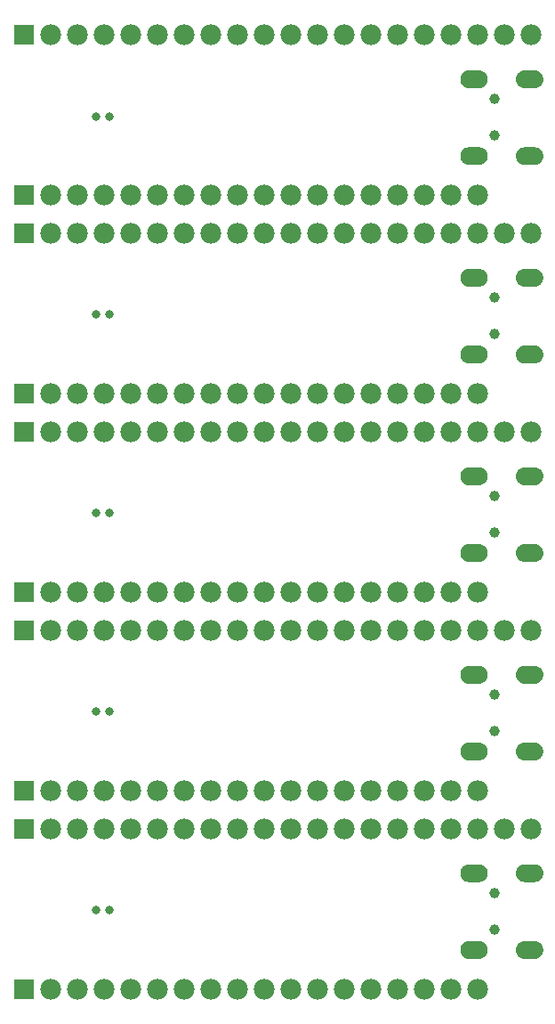
<source format=gbs>
G75*
G70*
%OFA0B0*%
%FSLAX25Y25*%
%IPPOS*%
%LPD*%
%AMOC8*
5,1,8,0,0,1.08239X$1,22.5*
%
%ADD25C,0.03200*%
%ADD33C,0.00040*%
%ADD34C,0.03940*%
%ADD49R,0.07800X0.07800*%
%ADD54C,0.07800*%
X0010000Y0010000D02*
G75*
%LPD*%
D49*
X0017000Y0017000D03*
X0017000Y0077000D03*
D54*
X0027000Y0077000D03*
X0037000Y0077000D03*
X0047000Y0077000D03*
X0057000Y0077000D03*
X0067000Y0077000D03*
X0077000Y0077000D03*
X0087000Y0077000D03*
X0097000Y0077000D03*
X0107000Y0077000D03*
X0117000Y0077000D03*
X0127000Y0077000D03*
X0137000Y0077000D03*
X0147000Y0077000D03*
X0157000Y0077000D03*
X0167000Y0077000D03*
X0177000Y0077000D03*
X0187000Y0077000D03*
X0197000Y0077000D03*
X0207000Y0077000D03*
X0187000Y0017000D03*
X0177000Y0017000D03*
X0167000Y0017000D03*
X0157000Y0017000D03*
X0147000Y0017000D03*
X0137000Y0017000D03*
X0127000Y0017000D03*
X0117000Y0017000D03*
X0107000Y0017000D03*
X0097000Y0017000D03*
X0087000Y0017000D03*
X0077000Y0017000D03*
X0067000Y0017000D03*
X0057000Y0017000D03*
X0047000Y0017000D03*
X0037000Y0017000D03*
X0027000Y0017000D03*
D34*
X0193460Y0039310D03*
X0193460Y0053090D03*
D33*
X0189210Y0058020D02*
X0188640Y0057690D01*
X0188010Y0057490D01*
X0187360Y0057420D01*
X0183810Y0057420D01*
X0183160Y0057490D01*
X0182530Y0057690D01*
X0181960Y0058020D01*
X0181470Y0058460D01*
X0181080Y0059000D01*
X0180820Y0059600D01*
X0180680Y0060240D01*
X0180680Y0060900D01*
X0180820Y0061540D01*
X0181080Y0062140D01*
X0181470Y0062680D01*
X0181960Y0063120D01*
X0182530Y0063450D01*
X0183160Y0063650D01*
X0183810Y0063720D01*
X0187360Y0063720D01*
X0188010Y0063650D01*
X0188640Y0063450D01*
X0182530Y0063450D01*
X0182490Y0063420D02*
X0188680Y0063420D01*
X0188720Y0063400D02*
X0182450Y0063400D01*
X0182400Y0063370D02*
X0188760Y0063370D01*
X0188810Y0063350D02*
X0182360Y0063350D01*
X0182320Y0063320D02*
X0188850Y0063320D01*
X0188890Y0063300D02*
X0182280Y0063300D01*
X0182240Y0063280D02*
X0188930Y0063280D01*
X0188980Y0063250D02*
X0182190Y0063250D01*
X0182150Y0063230D02*
X0189020Y0063230D01*
X0189060Y0063200D02*
X0182110Y0063200D01*
X0182070Y0063180D02*
X0189100Y0063180D01*
X0189140Y0063150D02*
X0182020Y0063150D01*
X0181980Y0063130D02*
X0189190Y0063130D01*
X0189210Y0063120D02*
X0189700Y0062680D01*
X0190080Y0062140D01*
X0190350Y0061540D01*
X0190490Y0060900D01*
X0190490Y0060240D01*
X0190350Y0059600D01*
X0190080Y0059000D01*
X0189700Y0058460D01*
X0189210Y0058020D01*
X0189220Y0058040D02*
X0181950Y0058040D01*
X0181920Y0058060D02*
X0189250Y0058060D01*
X0189280Y0058080D02*
X0181890Y0058080D01*
X0181860Y0058110D02*
X0189300Y0058110D01*
X0189330Y0058130D02*
X0181840Y0058130D01*
X0181810Y0058160D02*
X0189360Y0058160D01*
X0189390Y0058180D02*
X0181780Y0058180D01*
X0181760Y0058210D02*
X0189410Y0058210D01*
X0189440Y0058230D02*
X0181730Y0058230D01*
X0181700Y0058260D02*
X0189470Y0058260D01*
X0189490Y0058280D02*
X0181670Y0058280D01*
X0181650Y0058300D02*
X0189520Y0058300D01*
X0189550Y0058330D02*
X0181620Y0058330D01*
X0181590Y0058350D02*
X0189570Y0058350D01*
X0189600Y0058380D02*
X0181570Y0058380D01*
X0181540Y0058400D02*
X0189630Y0058400D01*
X0189660Y0058430D02*
X0181510Y0058430D01*
X0181490Y0058450D02*
X0189680Y0058450D01*
X0189710Y0058470D02*
X0181460Y0058470D01*
X0181450Y0058500D02*
X0189720Y0058500D01*
X0189740Y0058520D02*
X0181430Y0058520D01*
X0181410Y0058550D02*
X0189760Y0058550D01*
X0189780Y0058570D02*
X0181390Y0058570D01*
X0181370Y0058600D02*
X0189790Y0058600D01*
X0189810Y0058620D02*
X0181360Y0058620D01*
X0181340Y0058650D02*
X0189830Y0058650D01*
X0189850Y0058670D02*
X0181320Y0058670D01*
X0181300Y0058690D02*
X0189860Y0058690D01*
X0189880Y0058720D02*
X0181290Y0058720D01*
X0181270Y0058740D02*
X0189900Y0058740D01*
X0189920Y0058770D02*
X0181250Y0058770D01*
X0181230Y0058790D02*
X0189940Y0058790D01*
X0189950Y0058820D02*
X0181220Y0058820D01*
X0181200Y0058840D02*
X0189970Y0058840D01*
X0189990Y0058860D02*
X0181180Y0058860D01*
X0181160Y0058890D02*
X0190010Y0058890D01*
X0190020Y0058910D02*
X0181140Y0058910D01*
X0181130Y0058940D02*
X0190040Y0058940D01*
X0190060Y0058960D02*
X0181110Y0058960D01*
X0181090Y0058990D02*
X0190080Y0058990D01*
X0190090Y0059010D02*
X0181080Y0059010D01*
X0181070Y0059040D02*
X0190100Y0059040D01*
X0190110Y0059060D02*
X0181060Y0059060D01*
X0181050Y0059080D02*
X0190120Y0059080D01*
X0190130Y0059110D02*
X0181030Y0059110D01*
X0181020Y0059130D02*
X0190140Y0059130D01*
X0190160Y0059160D02*
X0181010Y0059160D01*
X0181000Y0059180D02*
X0190170Y0059180D01*
X0190180Y0059210D02*
X0180990Y0059210D01*
X0180980Y0059230D02*
X0190190Y0059230D01*
X0190200Y0059250D02*
X0180970Y0059250D01*
X0180960Y0059280D02*
X0190210Y0059280D01*
X0190220Y0059300D02*
X0180950Y0059300D01*
X0180940Y0059330D02*
X0190230Y0059330D01*
X0190240Y0059350D02*
X0180930Y0059350D01*
X0180920Y0059380D02*
X0190250Y0059380D01*
X0190260Y0059400D02*
X0180900Y0059400D01*
X0180890Y0059430D02*
X0190280Y0059430D01*
X0190290Y0059450D02*
X0180880Y0059450D01*
X0180870Y0059470D02*
X0190300Y0059470D01*
X0190310Y0059500D02*
X0180860Y0059500D01*
X0180850Y0059520D02*
X0190320Y0059520D01*
X0190330Y0059550D02*
X0180840Y0059550D01*
X0180830Y0059570D02*
X0190340Y0059570D01*
X0190350Y0059600D02*
X0180820Y0059600D01*
X0180810Y0059620D02*
X0190360Y0059620D01*
X0190360Y0059640D02*
X0180810Y0059640D01*
X0180800Y0059670D02*
X0190370Y0059670D01*
X0190370Y0059690D02*
X0180800Y0059690D01*
X0180790Y0059720D02*
X0190380Y0059720D01*
X0190380Y0059740D02*
X0180790Y0059740D01*
X0180780Y0059770D02*
X0190390Y0059770D01*
X0190390Y0059790D02*
X0180780Y0059790D01*
X0180770Y0059820D02*
X0190400Y0059820D01*
X0190400Y0059840D02*
X0180770Y0059840D01*
X0180760Y0059860D02*
X0190410Y0059860D01*
X0190410Y0059890D02*
X0180760Y0059890D01*
X0180750Y0059910D02*
X0190420Y0059910D01*
X0190420Y0059940D02*
X0180740Y0059940D01*
X0180740Y0059960D02*
X0190430Y0059960D01*
X0190430Y0059990D02*
X0180730Y0059990D01*
X0180730Y0060010D02*
X0190440Y0060010D01*
X0190440Y0060030D02*
X0180720Y0060030D01*
X0180720Y0060060D02*
X0190450Y0060060D01*
X0190450Y0060080D02*
X0180710Y0060080D01*
X0180710Y0060110D02*
X0190460Y0060110D01*
X0190470Y0060130D02*
X0180700Y0060130D01*
X0180700Y0060160D02*
X0190470Y0060160D01*
X0190480Y0060180D02*
X0180690Y0060180D01*
X0180690Y0060210D02*
X0190480Y0060210D01*
X0190490Y0060230D02*
X0180680Y0060230D01*
X0180680Y0060250D02*
X0190490Y0060250D01*
X0190490Y0060280D02*
X0180680Y0060280D01*
X0180680Y0060300D02*
X0190490Y0060300D01*
X0190490Y0060330D02*
X0180680Y0060330D01*
X0180680Y0060350D02*
X0190490Y0060350D01*
X0190490Y0060380D02*
X0180680Y0060380D01*
X0180680Y0060400D02*
X0190490Y0060400D01*
X0190490Y0060420D02*
X0180680Y0060420D01*
X0180680Y0060450D02*
X0190490Y0060450D01*
X0190490Y0060470D02*
X0180680Y0060470D01*
X0180680Y0060500D02*
X0190490Y0060500D01*
X0190490Y0060520D02*
X0180680Y0060520D01*
X0180680Y0060550D02*
X0190490Y0060550D01*
X0190490Y0060570D02*
X0180680Y0060570D01*
X0180680Y0060600D02*
X0190490Y0060600D01*
X0190490Y0060620D02*
X0180680Y0060620D01*
X0180680Y0060640D02*
X0190490Y0060640D01*
X0190490Y0060670D02*
X0180680Y0060670D01*
X0180680Y0060690D02*
X0190490Y0060690D01*
X0190490Y0060720D02*
X0180680Y0060720D01*
X0180680Y0060740D02*
X0190490Y0060740D01*
X0190490Y0060770D02*
X0180680Y0060770D01*
X0180680Y0060790D02*
X0190490Y0060790D01*
X0190490Y0060810D02*
X0180680Y0060810D01*
X0180680Y0060840D02*
X0190490Y0060840D01*
X0190490Y0060860D02*
X0180680Y0060860D01*
X0180680Y0060890D02*
X0190490Y0060890D01*
X0190490Y0060910D02*
X0180680Y0060910D01*
X0180690Y0060940D02*
X0190480Y0060940D01*
X0190480Y0060960D02*
X0180690Y0060960D01*
X0180700Y0060990D02*
X0190470Y0060990D01*
X0190460Y0061010D02*
X0180700Y0061010D01*
X0180710Y0061030D02*
X0190460Y0061030D01*
X0190450Y0061060D02*
X0180710Y0061060D01*
X0180720Y0061080D02*
X0190450Y0061080D01*
X0190440Y0061110D02*
X0180720Y0061110D01*
X0180730Y0061130D02*
X0190440Y0061130D01*
X0190430Y0061160D02*
X0180730Y0061160D01*
X0180740Y0061180D02*
X0190430Y0061180D01*
X0190420Y0061200D02*
X0180750Y0061200D01*
X0180750Y0061230D02*
X0190420Y0061230D01*
X0190410Y0061250D02*
X0180760Y0061250D01*
X0180760Y0061280D02*
X0190410Y0061280D01*
X0190400Y0061300D02*
X0180770Y0061300D01*
X0180770Y0061330D02*
X0190400Y0061330D01*
X0190390Y0061350D02*
X0180780Y0061350D01*
X0180780Y0061380D02*
X0190390Y0061380D01*
X0190380Y0061400D02*
X0180790Y0061400D01*
X0180790Y0061420D02*
X0190380Y0061420D01*
X0190370Y0061450D02*
X0180800Y0061450D01*
X0180800Y0061470D02*
X0190370Y0061470D01*
X0190360Y0061500D02*
X0180810Y0061500D01*
X0180810Y0061520D02*
X0190360Y0061520D01*
X0190350Y0061550D02*
X0180820Y0061550D01*
X0180830Y0061570D02*
X0190340Y0061570D01*
X0190330Y0061590D02*
X0180840Y0061590D01*
X0180850Y0061620D02*
X0190320Y0061620D01*
X0190310Y0061640D02*
X0180860Y0061640D01*
X0180870Y0061670D02*
X0190300Y0061670D01*
X0190290Y0061690D02*
X0180880Y0061690D01*
X0180890Y0061720D02*
X0190270Y0061720D01*
X0190260Y0061740D02*
X0180910Y0061740D01*
X0180920Y0061770D02*
X0190250Y0061770D01*
X0190240Y0061790D02*
X0180930Y0061790D01*
X0180940Y0061810D02*
X0190230Y0061810D01*
X0190220Y0061840D02*
X0180950Y0061840D01*
X0180960Y0061860D02*
X0190210Y0061860D01*
X0190200Y0061890D02*
X0180970Y0061890D01*
X0180980Y0061910D02*
X0190190Y0061910D01*
X0190180Y0061940D02*
X0180990Y0061940D01*
X0181000Y0061960D02*
X0190170Y0061960D01*
X0190150Y0061980D02*
X0181010Y0061980D01*
X0181020Y0062010D02*
X0190140Y0062010D01*
X0190130Y0062030D02*
X0181040Y0062030D01*
X0181050Y0062060D02*
X0190120Y0062060D01*
X0190110Y0062080D02*
X0181060Y0062080D01*
X0181070Y0062110D02*
X0190100Y0062110D01*
X0190090Y0062130D02*
X0181080Y0062130D01*
X0181090Y0062160D02*
X0190080Y0062160D01*
X0190060Y0062180D02*
X0181110Y0062180D01*
X0181130Y0062200D02*
X0190040Y0062200D01*
X0190020Y0062230D02*
X0181150Y0062230D01*
X0181160Y0062250D02*
X0190010Y0062250D01*
X0189990Y0062280D02*
X0181180Y0062280D01*
X0181200Y0062300D02*
X0189970Y0062300D01*
X0189950Y0062330D02*
X0181220Y0062330D01*
X0181230Y0062350D02*
X0189930Y0062350D01*
X0189920Y0062370D02*
X0181250Y0062370D01*
X0181270Y0062400D02*
X0189900Y0062400D01*
X0189880Y0062420D02*
X0181290Y0062420D01*
X0181300Y0062450D02*
X0189860Y0062450D01*
X0189850Y0062470D02*
X0181320Y0062470D01*
X0181340Y0062500D02*
X0189830Y0062500D01*
X0189810Y0062520D02*
X0181360Y0062520D01*
X0181380Y0062550D02*
X0189790Y0062550D01*
X0189780Y0062570D02*
X0181390Y0062570D01*
X0181410Y0062590D02*
X0189760Y0062590D01*
X0189740Y0062620D02*
X0181430Y0062620D01*
X0181450Y0062640D02*
X0189720Y0062640D01*
X0189700Y0062670D02*
X0181460Y0062670D01*
X0181490Y0062690D02*
X0189680Y0062690D01*
X0189650Y0062720D02*
X0181510Y0062720D01*
X0181540Y0062740D02*
X0189630Y0062740D01*
X0189600Y0062760D02*
X0181570Y0062760D01*
X0181600Y0062790D02*
X0189570Y0062790D01*
X0189550Y0062810D02*
X0181620Y0062810D01*
X0181650Y0062840D02*
X0189520Y0062840D01*
X0189490Y0062860D02*
X0181680Y0062860D01*
X0181700Y0062890D02*
X0189460Y0062890D01*
X0189440Y0062910D02*
X0181730Y0062910D01*
X0181760Y0062930D02*
X0189410Y0062930D01*
X0189380Y0062960D02*
X0181780Y0062960D01*
X0181810Y0062980D02*
X0189360Y0062980D01*
X0189330Y0063010D02*
X0181840Y0063010D01*
X0181870Y0063030D02*
X0189300Y0063030D01*
X0189280Y0063060D02*
X0181890Y0063060D01*
X0181920Y0063080D02*
X0189250Y0063080D01*
X0189220Y0063110D02*
X0181950Y0063110D01*
X0182600Y0063470D02*
X0188560Y0063470D01*
X0188490Y0063500D02*
X0182680Y0063500D01*
X0182750Y0063520D02*
X0188410Y0063520D01*
X0188340Y0063540D02*
X0182830Y0063540D01*
X0182900Y0063570D02*
X0188260Y0063570D01*
X0188190Y0063590D02*
X0182980Y0063590D01*
X0183050Y0063620D02*
X0188110Y0063620D01*
X0188040Y0063640D02*
X0183130Y0063640D01*
X0183300Y0063670D02*
X0187870Y0063670D01*
X0187630Y0063690D02*
X0183540Y0063690D01*
X0183770Y0063710D02*
X0187400Y0063710D01*
X0188640Y0063450D02*
X0189210Y0063120D01*
X0201550Y0060900D02*
X0201550Y0060240D01*
X0201680Y0059600D01*
X0201950Y0059000D01*
X0202340Y0058460D01*
X0202830Y0058020D01*
X0203400Y0057690D01*
X0204020Y0057490D01*
X0204680Y0057420D01*
X0208220Y0057420D01*
X0208880Y0057490D01*
X0209500Y0057690D01*
X0210070Y0058020D01*
X0210560Y0058460D01*
X0210950Y0059000D01*
X0211220Y0059600D01*
X0211350Y0060240D01*
X0211350Y0060900D01*
X0211220Y0061540D01*
X0210950Y0062140D01*
X0210560Y0062680D01*
X0210070Y0063120D01*
X0209500Y0063450D01*
X0208880Y0063650D01*
X0208220Y0063720D01*
X0204680Y0063720D01*
X0204020Y0063650D01*
X0203400Y0063450D01*
X0202830Y0063120D01*
X0202340Y0062680D01*
X0201950Y0062140D01*
X0201680Y0061540D01*
X0201550Y0060900D01*
X0201550Y0060910D02*
X0211350Y0060910D01*
X0211350Y0060890D02*
X0201550Y0060890D01*
X0201550Y0060860D02*
X0211350Y0060860D01*
X0211350Y0060840D02*
X0201550Y0060840D01*
X0201550Y0060810D02*
X0211350Y0060810D01*
X0211350Y0060790D02*
X0201550Y0060790D01*
X0201550Y0060770D02*
X0211350Y0060770D01*
X0211350Y0060740D02*
X0201550Y0060740D01*
X0201550Y0060720D02*
X0211350Y0060720D01*
X0211350Y0060690D02*
X0201550Y0060690D01*
X0201550Y0060670D02*
X0211350Y0060670D01*
X0211350Y0060640D02*
X0201550Y0060640D01*
X0201550Y0060620D02*
X0211350Y0060620D01*
X0211350Y0060600D02*
X0201550Y0060600D01*
X0201550Y0060570D02*
X0211350Y0060570D01*
X0211350Y0060550D02*
X0201550Y0060550D01*
X0201550Y0060520D02*
X0211350Y0060520D01*
X0211350Y0060500D02*
X0201550Y0060500D01*
X0201550Y0060470D02*
X0211350Y0060470D01*
X0211350Y0060450D02*
X0201550Y0060450D01*
X0201550Y0060420D02*
X0211350Y0060420D01*
X0211350Y0060400D02*
X0201550Y0060400D01*
X0201550Y0060380D02*
X0211350Y0060380D01*
X0211350Y0060350D02*
X0201550Y0060350D01*
X0201550Y0060330D02*
X0211350Y0060330D01*
X0211350Y0060300D02*
X0201550Y0060300D01*
X0201550Y0060280D02*
X0211350Y0060280D01*
X0211350Y0060250D02*
X0201550Y0060250D01*
X0201550Y0060230D02*
X0211350Y0060230D01*
X0211350Y0060210D02*
X0201550Y0060210D01*
X0201560Y0060180D02*
X0211340Y0060180D01*
X0211340Y0060160D02*
X0201560Y0060160D01*
X0201570Y0060130D02*
X0211330Y0060130D01*
X0211330Y0060110D02*
X0201570Y0060110D01*
X0201580Y0060080D02*
X0211320Y0060080D01*
X0211320Y0060060D02*
X0201590Y0060060D01*
X0201590Y0060030D02*
X0211310Y0060030D01*
X0211310Y0060010D02*
X0201600Y0060010D01*
X0201600Y0059990D02*
X0211300Y0059990D01*
X0211300Y0059960D02*
X0201610Y0059960D01*
X0201610Y0059940D02*
X0211290Y0059940D01*
X0211280Y0059910D02*
X0201620Y0059910D01*
X0201620Y0059890D02*
X0211280Y0059890D01*
X0211270Y0059860D02*
X0201630Y0059860D01*
X0201630Y0059840D02*
X0211270Y0059840D01*
X0211260Y0059820D02*
X0201640Y0059820D01*
X0201640Y0059790D02*
X0211260Y0059790D01*
X0211250Y0059770D02*
X0201650Y0059770D01*
X0201650Y0059740D02*
X0211250Y0059740D01*
X0211240Y0059720D02*
X0201660Y0059720D01*
X0201660Y0059690D02*
X0211240Y0059690D01*
X0211230Y0059670D02*
X0201670Y0059670D01*
X0201670Y0059640D02*
X0211230Y0059640D01*
X0211220Y0059620D02*
X0201680Y0059620D01*
X0201680Y0059600D02*
X0211220Y0059600D01*
X0211210Y0059570D02*
X0201690Y0059570D01*
X0201710Y0059550D02*
X0211200Y0059550D01*
X0211180Y0059520D02*
X0201720Y0059520D01*
X0201730Y0059500D02*
X0211170Y0059500D01*
X0211160Y0059470D02*
X0201740Y0059470D01*
X0201750Y0059450D02*
X0211150Y0059450D01*
X0211140Y0059430D02*
X0201760Y0059430D01*
X0201770Y0059400D02*
X0211130Y0059400D01*
X0211120Y0059380D02*
X0201780Y0059380D01*
X0201790Y0059350D02*
X0211110Y0059350D01*
X0211100Y0059330D02*
X0201800Y0059330D01*
X0201810Y0059300D02*
X0211090Y0059300D01*
X0211080Y0059280D02*
X0201820Y0059280D01*
X0201840Y0059250D02*
X0211070Y0059250D01*
X0211050Y0059230D02*
X0201850Y0059230D01*
X0201860Y0059210D02*
X0211040Y0059210D01*
X0211030Y0059180D02*
X0201870Y0059180D01*
X0201880Y0059160D02*
X0211020Y0059160D01*
X0211010Y0059130D02*
X0201890Y0059130D01*
X0201900Y0059110D02*
X0211000Y0059110D01*
X0210990Y0059080D02*
X0201910Y0059080D01*
X0201920Y0059060D02*
X0210980Y0059060D01*
X0210970Y0059040D02*
X0201930Y0059040D01*
X0201940Y0059010D02*
X0210960Y0059010D01*
X0210940Y0058990D02*
X0201960Y0058990D01*
X0201980Y0058960D02*
X0210930Y0058960D01*
X0210910Y0058940D02*
X0201990Y0058940D01*
X0202010Y0058910D02*
X0210890Y0058910D01*
X0210870Y0058890D02*
X0202030Y0058890D01*
X0202050Y0058860D02*
X0210850Y0058860D01*
X0210840Y0058840D02*
X0202060Y0058840D01*
X0202080Y0058820D02*
X0210820Y0058820D01*
X0210800Y0058790D02*
X0202100Y0058790D01*
X0202120Y0058770D02*
X0210780Y0058770D01*
X0210770Y0058740D02*
X0202130Y0058740D01*
X0202150Y0058720D02*
X0210750Y0058720D01*
X0210730Y0058690D02*
X0202170Y0058690D01*
X0202190Y0058670D02*
X0210710Y0058670D01*
X0210700Y0058650D02*
X0202210Y0058650D01*
X0202220Y0058620D02*
X0210680Y0058620D01*
X0210660Y0058600D02*
X0202240Y0058600D01*
X0202260Y0058570D02*
X0210640Y0058570D01*
X0210620Y0058550D02*
X0202280Y0058550D01*
X0202290Y0058520D02*
X0210610Y0058520D01*
X0210590Y0058500D02*
X0202310Y0058500D01*
X0202330Y0058470D02*
X0210570Y0058470D01*
X0210550Y0058450D02*
X0202350Y0058450D01*
X0202380Y0058430D02*
X0210520Y0058430D01*
X0210500Y0058400D02*
X0202410Y0058400D01*
X0202430Y0058380D02*
X0210470Y0058380D01*
X0210440Y0058350D02*
X0202460Y0058350D01*
X0202490Y0058330D02*
X0210410Y0058330D01*
X0210390Y0058300D02*
X0202510Y0058300D01*
X0202540Y0058280D02*
X0210360Y0058280D01*
X0210330Y0058260D02*
X0202570Y0058260D01*
X0202600Y0058230D02*
X0210310Y0058230D01*
X0210280Y0058210D02*
X0202620Y0058210D01*
X0202650Y0058180D02*
X0210250Y0058180D01*
X0210220Y0058160D02*
X0202680Y0058160D01*
X0202700Y0058130D02*
X0210200Y0058130D01*
X0210170Y0058110D02*
X0202730Y0058110D01*
X0202760Y0058080D02*
X0210140Y0058080D01*
X0210120Y0058060D02*
X0202780Y0058060D01*
X0202810Y0058040D02*
X0210090Y0058040D01*
X0210060Y0058010D02*
X0202850Y0058010D01*
X0202890Y0057990D02*
X0210010Y0057990D01*
X0209970Y0057960D02*
X0202930Y0057960D01*
X0202970Y0057940D02*
X0209930Y0057940D01*
X0209890Y0057910D02*
X0203010Y0057910D01*
X0203060Y0057890D02*
X0209840Y0057890D01*
X0209800Y0057870D02*
X0203100Y0057870D01*
X0203140Y0057840D02*
X0209760Y0057840D01*
X0209720Y0057820D02*
X0203180Y0057820D01*
X0203230Y0057790D02*
X0209680Y0057790D01*
X0209630Y0057770D02*
X0203270Y0057770D01*
X0203310Y0057740D02*
X0209590Y0057740D01*
X0209550Y0057720D02*
X0203350Y0057720D01*
X0203390Y0057690D02*
X0209510Y0057690D01*
X0209430Y0057670D02*
X0203470Y0057670D01*
X0203540Y0057650D02*
X0209360Y0057650D01*
X0209280Y0057620D02*
X0203620Y0057620D01*
X0203690Y0057600D02*
X0209210Y0057600D01*
X0209130Y0057570D02*
X0203770Y0057570D01*
X0203840Y0057550D02*
X0209060Y0057550D01*
X0208980Y0057520D02*
X0203920Y0057520D01*
X0203990Y0057500D02*
X0208910Y0057500D01*
X0208750Y0057480D02*
X0204150Y0057480D01*
X0204390Y0057450D02*
X0208510Y0057450D01*
X0208280Y0057430D02*
X0204620Y0057430D01*
X0201550Y0060940D02*
X0211350Y0060940D01*
X0211340Y0060960D02*
X0201560Y0060960D01*
X0201560Y0060990D02*
X0211340Y0060990D01*
X0211330Y0061010D02*
X0201570Y0061010D01*
X0201570Y0061030D02*
X0211330Y0061030D01*
X0211320Y0061060D02*
X0201580Y0061060D01*
X0201590Y0061080D02*
X0211320Y0061080D01*
X0211310Y0061110D02*
X0201590Y0061110D01*
X0201600Y0061130D02*
X0211310Y0061130D01*
X0211300Y0061160D02*
X0201600Y0061160D01*
X0201610Y0061180D02*
X0211290Y0061180D01*
X0211290Y0061200D02*
X0201610Y0061200D01*
X0201620Y0061230D02*
X0211280Y0061230D01*
X0211280Y0061250D02*
X0201620Y0061250D01*
X0201630Y0061280D02*
X0211270Y0061280D01*
X0211270Y0061300D02*
X0201630Y0061300D01*
X0201640Y0061330D02*
X0211260Y0061330D01*
X0211260Y0061350D02*
X0201640Y0061350D01*
X0201650Y0061380D02*
X0211250Y0061380D01*
X0211250Y0061400D02*
X0201650Y0061400D01*
X0201660Y0061420D02*
X0211240Y0061420D01*
X0211240Y0061450D02*
X0201660Y0061450D01*
X0201670Y0061470D02*
X0211230Y0061470D01*
X0211230Y0061500D02*
X0201670Y0061500D01*
X0201680Y0061520D02*
X0211220Y0061520D01*
X0211220Y0061550D02*
X0201680Y0061550D01*
X0201700Y0061570D02*
X0211210Y0061570D01*
X0211190Y0061590D02*
X0201710Y0061590D01*
X0201720Y0061620D02*
X0211180Y0061620D01*
X0211170Y0061640D02*
X0201730Y0061640D01*
X0201740Y0061670D02*
X0211160Y0061670D01*
X0211150Y0061690D02*
X0201750Y0061690D01*
X0201760Y0061720D02*
X0211140Y0061720D01*
X0211130Y0061740D02*
X0201770Y0061740D01*
X0201780Y0061770D02*
X0211120Y0061770D01*
X0211110Y0061790D02*
X0201790Y0061790D01*
X0201800Y0061810D02*
X0211100Y0061810D01*
X0211090Y0061840D02*
X0201810Y0061840D01*
X0201830Y0061860D02*
X0211080Y0061860D01*
X0211060Y0061890D02*
X0201840Y0061890D01*
X0201850Y0061910D02*
X0211050Y0061910D01*
X0211040Y0061940D02*
X0201860Y0061940D01*
X0201870Y0061960D02*
X0211030Y0061960D01*
X0211020Y0061980D02*
X0201880Y0061980D01*
X0201890Y0062010D02*
X0211010Y0062010D01*
X0211000Y0062030D02*
X0201900Y0062030D01*
X0201910Y0062060D02*
X0210990Y0062060D01*
X0210980Y0062080D02*
X0201920Y0062080D01*
X0201930Y0062110D02*
X0210970Y0062110D01*
X0210960Y0062130D02*
X0201940Y0062130D01*
X0201960Y0062160D02*
X0210940Y0062160D01*
X0210920Y0062180D02*
X0201980Y0062180D01*
X0201990Y0062200D02*
X0210910Y0062200D01*
X0210890Y0062230D02*
X0202010Y0062230D01*
X0202030Y0062250D02*
X0210870Y0062250D01*
X0210850Y0062280D02*
X0202050Y0062280D01*
X0202060Y0062300D02*
X0210840Y0062300D01*
X0210820Y0062330D02*
X0202080Y0062330D01*
X0202100Y0062350D02*
X0210800Y0062350D01*
X0210780Y0062370D02*
X0202120Y0062370D01*
X0202140Y0062400D02*
X0210770Y0062400D01*
X0210750Y0062420D02*
X0202150Y0062420D01*
X0202170Y0062450D02*
X0210730Y0062450D01*
X0210710Y0062470D02*
X0202190Y0062470D01*
X0202210Y0062500D02*
X0210690Y0062500D01*
X0210680Y0062520D02*
X0202220Y0062520D01*
X0202240Y0062550D02*
X0210660Y0062550D01*
X0210640Y0062570D02*
X0202260Y0062570D01*
X0202280Y0062590D02*
X0210620Y0062590D01*
X0210610Y0062620D02*
X0202290Y0062620D01*
X0202310Y0062640D02*
X0210590Y0062640D01*
X0210570Y0062670D02*
X0202330Y0062670D01*
X0202350Y0062690D02*
X0210550Y0062690D01*
X0210520Y0062720D02*
X0202380Y0062720D01*
X0202410Y0062740D02*
X0210490Y0062740D01*
X0210470Y0062760D02*
X0202430Y0062760D01*
X0202460Y0062790D02*
X0210440Y0062790D01*
X0210410Y0062810D02*
X0202490Y0062810D01*
X0202520Y0062840D02*
X0210390Y0062840D01*
X0210360Y0062860D02*
X0202540Y0062860D01*
X0202570Y0062890D02*
X0210330Y0062890D01*
X0210300Y0062910D02*
X0202600Y0062910D01*
X0202620Y0062930D02*
X0210280Y0062930D01*
X0210250Y0062960D02*
X0202650Y0062960D01*
X0202680Y0062980D02*
X0210220Y0062980D01*
X0210200Y0063010D02*
X0202710Y0063010D01*
X0202730Y0063030D02*
X0210170Y0063030D01*
X0210140Y0063060D02*
X0202760Y0063060D01*
X0202790Y0063080D02*
X0210110Y0063080D01*
X0210090Y0063110D02*
X0202810Y0063110D01*
X0202850Y0063130D02*
X0210050Y0063130D01*
X0210010Y0063150D02*
X0202890Y0063150D01*
X0202930Y0063180D02*
X0209970Y0063180D01*
X0209930Y0063200D02*
X0202970Y0063200D01*
X0203020Y0063230D02*
X0209880Y0063230D01*
X0209840Y0063250D02*
X0203060Y0063250D01*
X0203100Y0063280D02*
X0209800Y0063280D01*
X0209760Y0063300D02*
X0203140Y0063300D01*
X0203190Y0063320D02*
X0209720Y0063320D01*
X0209670Y0063350D02*
X0203230Y0063350D01*
X0203270Y0063370D02*
X0209630Y0063370D01*
X0209590Y0063400D02*
X0203310Y0063400D01*
X0203350Y0063420D02*
X0209550Y0063420D01*
X0209500Y0063450D02*
X0203400Y0063450D01*
X0203470Y0063470D02*
X0209430Y0063470D01*
X0209350Y0063500D02*
X0203550Y0063500D01*
X0203620Y0063520D02*
X0209280Y0063520D01*
X0209200Y0063540D02*
X0203700Y0063540D01*
X0203770Y0063570D02*
X0209130Y0063570D01*
X0209050Y0063590D02*
X0203850Y0063590D01*
X0203920Y0063620D02*
X0208980Y0063620D01*
X0208900Y0063640D02*
X0204000Y0063640D01*
X0204170Y0063670D02*
X0208730Y0063670D01*
X0208500Y0063690D02*
X0204400Y0063690D01*
X0204630Y0063710D02*
X0208270Y0063710D01*
X0189190Y0058010D02*
X0181980Y0058010D01*
X0182020Y0057990D02*
X0189150Y0057990D01*
X0189100Y0057960D02*
X0182060Y0057960D01*
X0182110Y0057940D02*
X0189060Y0057940D01*
X0189020Y0057910D02*
X0182150Y0057910D01*
X0182190Y0057890D02*
X0188980Y0057890D01*
X0188940Y0057870D02*
X0182230Y0057870D01*
X0182270Y0057840D02*
X0188890Y0057840D01*
X0188850Y0057820D02*
X0182320Y0057820D01*
X0182360Y0057790D02*
X0188810Y0057790D01*
X0188770Y0057770D02*
X0182400Y0057770D01*
X0182440Y0057740D02*
X0188730Y0057740D01*
X0188680Y0057720D02*
X0182490Y0057720D01*
X0182530Y0057690D02*
X0188640Y0057690D01*
X0188570Y0057670D02*
X0182600Y0057670D01*
X0182680Y0057650D02*
X0188490Y0057650D01*
X0188420Y0057620D02*
X0182750Y0057620D01*
X0182830Y0057600D02*
X0188340Y0057600D01*
X0188270Y0057570D02*
X0182900Y0057570D01*
X0182980Y0057550D02*
X0188190Y0057550D01*
X0188120Y0057520D02*
X0183050Y0057520D01*
X0183130Y0057500D02*
X0188040Y0057500D01*
X0187880Y0057480D02*
X0183290Y0057480D01*
X0183520Y0057450D02*
X0187650Y0057450D01*
X0187420Y0057430D02*
X0183750Y0057430D01*
X0183810Y0034980D02*
X0187360Y0034980D01*
X0188010Y0034910D01*
X0188640Y0034710D01*
X0189210Y0034380D01*
X0189700Y0033940D01*
X0190080Y0033400D01*
X0190350Y0032800D01*
X0190490Y0032160D01*
X0190490Y0031500D01*
X0190350Y0030860D01*
X0180820Y0030860D01*
X0180680Y0031500D01*
X0180680Y0032160D01*
X0180820Y0032800D01*
X0181080Y0033400D01*
X0190090Y0033400D01*
X0190070Y0033420D02*
X0181100Y0033420D01*
X0181080Y0033400D02*
X0181470Y0033940D01*
X0181960Y0034380D01*
X0182530Y0034710D01*
X0183160Y0034910D01*
X0183810Y0034980D01*
X0183580Y0034960D02*
X0187590Y0034960D01*
X0187820Y0034930D02*
X0183350Y0034930D01*
X0183140Y0034910D02*
X0188020Y0034910D01*
X0188100Y0034880D02*
X0183070Y0034880D01*
X0182990Y0034860D02*
X0188170Y0034860D01*
X0188250Y0034830D02*
X0182920Y0034830D01*
X0182840Y0034810D02*
X0188320Y0034810D01*
X0188400Y0034780D02*
X0182770Y0034780D01*
X0182690Y0034760D02*
X0188470Y0034760D01*
X0188550Y0034740D02*
X0182620Y0034740D01*
X0182540Y0034710D02*
X0188620Y0034710D01*
X0188670Y0034690D02*
X0182500Y0034690D01*
X0182450Y0034660D02*
X0188710Y0034660D01*
X0188760Y0034640D02*
X0182410Y0034640D01*
X0182370Y0034610D02*
X0188800Y0034610D01*
X0188840Y0034590D02*
X0182330Y0034590D01*
X0182290Y0034570D02*
X0188880Y0034570D01*
X0188920Y0034540D02*
X0182240Y0034540D01*
X0182200Y0034520D02*
X0188970Y0034520D01*
X0189010Y0034490D02*
X0182160Y0034490D01*
X0182120Y0034470D02*
X0189050Y0034470D01*
X0189090Y0034440D02*
X0182070Y0034440D01*
X0182030Y0034420D02*
X0189140Y0034420D01*
X0189180Y0034390D02*
X0181990Y0034390D01*
X0181950Y0034370D02*
X0189220Y0034370D01*
X0189240Y0034350D02*
X0181930Y0034350D01*
X0181900Y0034320D02*
X0189270Y0034320D01*
X0189300Y0034300D02*
X0181870Y0034300D01*
X0181840Y0034270D02*
X0189320Y0034270D01*
X0189350Y0034250D02*
X0181820Y0034250D01*
X0181790Y0034220D02*
X0189380Y0034220D01*
X0189410Y0034200D02*
X0181760Y0034200D01*
X0181740Y0034180D02*
X0189430Y0034180D01*
X0189460Y0034150D02*
X0181710Y0034150D01*
X0181680Y0034130D02*
X0189490Y0034130D01*
X0189510Y0034100D02*
X0181660Y0034100D01*
X0181630Y0034080D02*
X0189540Y0034080D01*
X0189570Y0034050D02*
X0181600Y0034050D01*
X0181570Y0034030D02*
X0189590Y0034030D01*
X0189620Y0034000D02*
X0181550Y0034000D01*
X0181520Y0033980D02*
X0189650Y0033980D01*
X0189680Y0033960D02*
X0181490Y0033960D01*
X0181470Y0033930D02*
X0189700Y0033930D01*
X0189720Y0033910D02*
X0181450Y0033910D01*
X0181430Y0033880D02*
X0189740Y0033880D01*
X0189750Y0033860D02*
X0181410Y0033860D01*
X0181400Y0033830D02*
X0189770Y0033830D01*
X0189790Y0033810D02*
X0181380Y0033810D01*
X0181360Y0033790D02*
X0189810Y0033790D01*
X0189820Y0033760D02*
X0181340Y0033760D01*
X0181330Y0033740D02*
X0189840Y0033740D01*
X0189860Y0033710D02*
X0181310Y0033710D01*
X0181290Y0033690D02*
X0189880Y0033690D01*
X0189900Y0033660D02*
X0181270Y0033660D01*
X0181260Y0033640D02*
X0189910Y0033640D01*
X0189930Y0033610D02*
X0181240Y0033610D01*
X0181220Y0033590D02*
X0189950Y0033590D01*
X0189970Y0033570D02*
X0181200Y0033570D01*
X0181180Y0033540D02*
X0189980Y0033540D01*
X0190000Y0033520D02*
X0181170Y0033520D01*
X0181150Y0033490D02*
X0190020Y0033490D01*
X0190040Y0033470D02*
X0181130Y0033470D01*
X0181110Y0033440D02*
X0190050Y0033440D01*
X0190100Y0033370D02*
X0181070Y0033370D01*
X0181060Y0033350D02*
X0190110Y0033350D01*
X0190120Y0033320D02*
X0181050Y0033320D01*
X0181040Y0033300D02*
X0190130Y0033300D01*
X0190140Y0033270D02*
X0181030Y0033270D01*
X0181020Y0033250D02*
X0190150Y0033250D01*
X0190160Y0033220D02*
X0181000Y0033220D01*
X0180990Y0033200D02*
X0190170Y0033200D01*
X0190190Y0033180D02*
X0180980Y0033180D01*
X0180970Y0033150D02*
X0190200Y0033150D01*
X0190210Y0033130D02*
X0180960Y0033130D01*
X0180950Y0033100D02*
X0190220Y0033100D01*
X0190230Y0033080D02*
X0180940Y0033080D01*
X0180930Y0033050D02*
X0190240Y0033050D01*
X0190250Y0033030D02*
X0180920Y0033030D01*
X0180910Y0033010D02*
X0190260Y0033010D01*
X0190270Y0032980D02*
X0180900Y0032980D01*
X0180890Y0032960D02*
X0190280Y0032960D01*
X0190290Y0032930D02*
X0180870Y0032930D01*
X0180860Y0032910D02*
X0190300Y0032910D01*
X0190320Y0032880D02*
X0180850Y0032880D01*
X0180840Y0032860D02*
X0190330Y0032860D01*
X0190340Y0032830D02*
X0180830Y0032830D01*
X0180820Y0032810D02*
X0190350Y0032810D01*
X0190350Y0032790D02*
X0180810Y0032790D01*
X0180810Y0032760D02*
X0190360Y0032760D01*
X0190370Y0032740D02*
X0180800Y0032740D01*
X0180800Y0032710D02*
X0190370Y0032710D01*
X0190380Y0032690D02*
X0180790Y0032690D01*
X0180790Y0032660D02*
X0190380Y0032660D01*
X0190390Y0032640D02*
X0180780Y0032640D01*
X0180780Y0032620D02*
X0190390Y0032620D01*
X0190400Y0032590D02*
X0180770Y0032590D01*
X0180770Y0032570D02*
X0190400Y0032570D01*
X0190410Y0032540D02*
X0180760Y0032540D01*
X0180760Y0032520D02*
X0190410Y0032520D01*
X0190420Y0032490D02*
X0180750Y0032490D01*
X0180750Y0032470D02*
X0190420Y0032470D01*
X0190430Y0032440D02*
X0180740Y0032440D01*
X0180740Y0032420D02*
X0190430Y0032420D01*
X0190440Y0032400D02*
X0180730Y0032400D01*
X0180730Y0032370D02*
X0190440Y0032370D01*
X0190450Y0032350D02*
X0180720Y0032350D01*
X0180720Y0032320D02*
X0190450Y0032320D01*
X0190460Y0032300D02*
X0180710Y0032300D01*
X0180700Y0032270D02*
X0190460Y0032270D01*
X0190470Y0032250D02*
X0180700Y0032250D01*
X0180690Y0032230D02*
X0190470Y0032230D01*
X0190480Y0032200D02*
X0180690Y0032200D01*
X0180680Y0032180D02*
X0190480Y0032180D01*
X0190490Y0032150D02*
X0180680Y0032150D01*
X0180680Y0032130D02*
X0190490Y0032130D01*
X0190490Y0032100D02*
X0180680Y0032100D01*
X0180680Y0032080D02*
X0190490Y0032080D01*
X0190490Y0032050D02*
X0180680Y0032050D01*
X0180680Y0032030D02*
X0190490Y0032030D01*
X0190490Y0032010D02*
X0180680Y0032010D01*
X0180680Y0031980D02*
X0190490Y0031980D01*
X0190490Y0031960D02*
X0180680Y0031960D01*
X0180680Y0031930D02*
X0190490Y0031930D01*
X0190490Y0031910D02*
X0180680Y0031910D01*
X0180680Y0031880D02*
X0190490Y0031880D01*
X0190490Y0031860D02*
X0180680Y0031860D01*
X0180680Y0031840D02*
X0190490Y0031840D01*
X0190490Y0031810D02*
X0180680Y0031810D01*
X0180680Y0031790D02*
X0190490Y0031790D01*
X0190490Y0031760D02*
X0180680Y0031760D01*
X0180680Y0031740D02*
X0190490Y0031740D01*
X0190490Y0031710D02*
X0180680Y0031710D01*
X0180680Y0031690D02*
X0190490Y0031690D01*
X0190490Y0031670D02*
X0180680Y0031670D01*
X0180680Y0031640D02*
X0190490Y0031640D01*
X0190490Y0031620D02*
X0180680Y0031620D01*
X0180680Y0031590D02*
X0190490Y0031590D01*
X0190490Y0031570D02*
X0180680Y0031570D01*
X0180680Y0031540D02*
X0190490Y0031540D01*
X0190490Y0031520D02*
X0180680Y0031520D01*
X0180680Y0031490D02*
X0190490Y0031490D01*
X0190480Y0031470D02*
X0180690Y0031470D01*
X0180690Y0031450D02*
X0190480Y0031450D01*
X0190470Y0031420D02*
X0180700Y0031420D01*
X0180700Y0031400D02*
X0190470Y0031400D01*
X0190460Y0031370D02*
X0180710Y0031370D01*
X0180710Y0031350D02*
X0190460Y0031350D01*
X0190450Y0031320D02*
X0180720Y0031320D01*
X0180720Y0031300D02*
X0190450Y0031300D01*
X0190440Y0031280D02*
X0180730Y0031280D01*
X0180730Y0031250D02*
X0190440Y0031250D01*
X0190430Y0031230D02*
X0180740Y0031230D01*
X0180740Y0031200D02*
X0190420Y0031200D01*
X0190420Y0031180D02*
X0180750Y0031180D01*
X0180750Y0031150D02*
X0190410Y0031150D01*
X0190410Y0031130D02*
X0180760Y0031130D01*
X0180760Y0031100D02*
X0190400Y0031100D01*
X0190400Y0031080D02*
X0180770Y0031080D01*
X0180770Y0031060D02*
X0190390Y0031060D01*
X0190390Y0031030D02*
X0180780Y0031030D01*
X0180790Y0031010D02*
X0190380Y0031010D01*
X0190380Y0030980D02*
X0180790Y0030980D01*
X0180800Y0030960D02*
X0190370Y0030960D01*
X0190370Y0030930D02*
X0180800Y0030930D01*
X0180810Y0030910D02*
X0190360Y0030910D01*
X0190360Y0030890D02*
X0180810Y0030890D01*
X0180820Y0030860D02*
X0181080Y0030260D01*
X0181470Y0029720D01*
X0181960Y0029280D01*
X0182530Y0028950D01*
X0183160Y0028750D01*
X0183810Y0028680D01*
X0187360Y0028680D01*
X0188010Y0028750D01*
X0188640Y0028950D01*
X0189210Y0029280D01*
X0189700Y0029720D01*
X0190080Y0030260D01*
X0190350Y0030860D01*
X0190340Y0030840D02*
X0180830Y0030840D01*
X0180840Y0030810D02*
X0190330Y0030810D01*
X0190320Y0030790D02*
X0180850Y0030790D01*
X0180860Y0030760D02*
X0190310Y0030760D01*
X0190300Y0030740D02*
X0180870Y0030740D01*
X0180880Y0030710D02*
X0190290Y0030710D01*
X0190280Y0030690D02*
X0180890Y0030690D01*
X0180900Y0030670D02*
X0190270Y0030670D01*
X0190260Y0030640D02*
X0180910Y0030640D01*
X0180920Y0030620D02*
X0190240Y0030620D01*
X0190230Y0030590D02*
X0180930Y0030590D01*
X0180950Y0030570D02*
X0190220Y0030570D01*
X0190210Y0030540D02*
X0180960Y0030540D01*
X0180970Y0030520D02*
X0190200Y0030520D01*
X0190190Y0030500D02*
X0180980Y0030500D01*
X0180990Y0030470D02*
X0190180Y0030470D01*
X0190170Y0030450D02*
X0181000Y0030450D01*
X0181010Y0030420D02*
X0190160Y0030420D01*
X0190150Y0030400D02*
X0181020Y0030400D01*
X0181030Y0030370D02*
X0190140Y0030370D01*
X0190130Y0030350D02*
X0181040Y0030350D01*
X0181050Y0030320D02*
X0190110Y0030320D01*
X0190100Y0030300D02*
X0181060Y0030300D01*
X0181080Y0030280D02*
X0190090Y0030280D01*
X0190080Y0030250D02*
X0181090Y0030250D01*
X0181110Y0030230D02*
X0190060Y0030230D01*
X0190050Y0030200D02*
X0181120Y0030200D01*
X0181140Y0030180D02*
X0190030Y0030180D01*
X0190010Y0030150D02*
X0181160Y0030150D01*
X0181180Y0030130D02*
X0189990Y0030130D01*
X0189970Y0030110D02*
X0181190Y0030110D01*
X0181210Y0030080D02*
X0189960Y0030080D01*
X0189940Y0030060D02*
X0181230Y0030060D01*
X0181250Y0030030D02*
X0189920Y0030030D01*
X0189900Y0030010D02*
X0181260Y0030010D01*
X0181280Y0029980D02*
X0189890Y0029980D01*
X0189870Y0029960D02*
X0181300Y0029960D01*
X0181320Y0029930D02*
X0189850Y0029930D01*
X0189830Y0029910D02*
X0181340Y0029910D01*
X0181350Y0029890D02*
X0189820Y0029890D01*
X0189800Y0029860D02*
X0181370Y0029860D01*
X0181390Y0029840D02*
X0189780Y0029840D01*
X0189760Y0029810D02*
X0181410Y0029810D01*
X0181420Y0029790D02*
X0189740Y0029790D01*
X0189730Y0029760D02*
X0181440Y0029760D01*
X0181460Y0029740D02*
X0189710Y0029740D01*
X0189690Y0029720D02*
X0181480Y0029720D01*
X0181510Y0029690D02*
X0189660Y0029690D01*
X0189630Y0029670D02*
X0181530Y0029670D01*
X0181560Y0029640D02*
X0189610Y0029640D01*
X0189580Y0029620D02*
X0181590Y0029620D01*
X0181620Y0029590D02*
X0189550Y0029590D01*
X0189530Y0029570D02*
X0181640Y0029570D01*
X0181670Y0029540D02*
X0189500Y0029540D01*
X0189470Y0029520D02*
X0181700Y0029520D01*
X0181720Y0029500D02*
X0189440Y0029500D01*
X0189420Y0029470D02*
X0181750Y0029470D01*
X0181780Y0029450D02*
X0189390Y0029450D01*
X0189360Y0029420D02*
X0181800Y0029420D01*
X0181830Y0029400D02*
X0189340Y0029400D01*
X0189310Y0029370D02*
X0181860Y0029370D01*
X0181890Y0029350D02*
X0189280Y0029350D01*
X0189260Y0029330D02*
X0181910Y0029330D01*
X0181940Y0029300D02*
X0189230Y0029300D01*
X0189200Y0029280D02*
X0181970Y0029280D01*
X0182010Y0029250D02*
X0189160Y0029250D01*
X0189110Y0029230D02*
X0182050Y0029230D01*
X0182100Y0029200D02*
X0189070Y0029200D01*
X0189030Y0029180D02*
X0182140Y0029180D01*
X0182180Y0029150D02*
X0188990Y0029150D01*
X0188940Y0029130D02*
X0182220Y0029130D01*
X0182270Y0029110D02*
X0188900Y0029110D01*
X0188860Y0029080D02*
X0182310Y0029080D01*
X0182350Y0029060D02*
X0188820Y0029060D01*
X0188780Y0029030D02*
X0182390Y0029030D01*
X0182430Y0029010D02*
X0188730Y0029010D01*
X0188690Y0028980D02*
X0182480Y0028980D01*
X0182520Y0028960D02*
X0188650Y0028960D01*
X0188580Y0028940D02*
X0182580Y0028940D01*
X0182660Y0028910D02*
X0188510Y0028910D01*
X0188430Y0028890D02*
X0182730Y0028890D01*
X0182810Y0028860D02*
X0188360Y0028860D01*
X0188280Y0028840D02*
X0182880Y0028840D01*
X0182960Y0028810D02*
X0188210Y0028810D01*
X0188130Y0028790D02*
X0183030Y0028790D01*
X0183110Y0028760D02*
X0188060Y0028760D01*
X0187930Y0028740D02*
X0183240Y0028740D01*
X0183470Y0028720D02*
X0187690Y0028720D01*
X0187460Y0028690D02*
X0183710Y0028690D01*
X0201550Y0031500D02*
X0201680Y0030860D01*
X0211220Y0030860D01*
X0210950Y0030260D01*
X0210560Y0029720D01*
X0210070Y0029280D01*
X0209500Y0028950D01*
X0208880Y0028750D01*
X0208220Y0028680D01*
X0204680Y0028680D01*
X0204020Y0028750D01*
X0203400Y0028950D01*
X0202830Y0029280D01*
X0202340Y0029720D01*
X0201950Y0030260D01*
X0201680Y0030860D01*
X0201680Y0030890D02*
X0211220Y0030890D01*
X0211230Y0030910D02*
X0201670Y0030910D01*
X0201670Y0030930D02*
X0211230Y0030930D01*
X0211240Y0030960D02*
X0201660Y0030960D01*
X0201660Y0030980D02*
X0211240Y0030980D01*
X0211250Y0031010D02*
X0201650Y0031010D01*
X0201650Y0031030D02*
X0211250Y0031030D01*
X0211260Y0031060D02*
X0201640Y0031060D01*
X0201640Y0031080D02*
X0211260Y0031080D01*
X0211270Y0031100D02*
X0201630Y0031100D01*
X0201630Y0031130D02*
X0211280Y0031130D01*
X0211280Y0031150D02*
X0201620Y0031150D01*
X0201620Y0031180D02*
X0211290Y0031180D01*
X0211290Y0031200D02*
X0201610Y0031200D01*
X0201600Y0031230D02*
X0211300Y0031230D01*
X0211300Y0031250D02*
X0201600Y0031250D01*
X0201590Y0031280D02*
X0211310Y0031280D01*
X0211310Y0031300D02*
X0201590Y0031300D01*
X0201580Y0031320D02*
X0211320Y0031320D01*
X0211320Y0031350D02*
X0201580Y0031350D01*
X0201570Y0031370D02*
X0211330Y0031370D01*
X0211330Y0031400D02*
X0201570Y0031400D01*
X0201560Y0031420D02*
X0211340Y0031420D01*
X0211340Y0031450D02*
X0201560Y0031450D01*
X0201550Y0031470D02*
X0211350Y0031470D01*
X0211350Y0031490D02*
X0201550Y0031490D01*
X0201550Y0031500D02*
X0201550Y0032160D01*
X0201680Y0032800D01*
X0201950Y0033400D01*
X0202340Y0033940D01*
X0202830Y0034380D01*
X0203400Y0034710D01*
X0204020Y0034910D01*
X0204680Y0034980D01*
X0208220Y0034980D01*
X0208880Y0034910D01*
X0209500Y0034710D01*
X0210070Y0034380D01*
X0210560Y0033940D01*
X0210950Y0033400D01*
X0211220Y0032800D01*
X0211350Y0032160D01*
X0211350Y0031500D01*
X0211220Y0030860D01*
X0211210Y0030840D02*
X0201690Y0030840D01*
X0201700Y0030810D02*
X0211200Y0030810D01*
X0211190Y0030790D02*
X0201710Y0030790D01*
X0201720Y0030760D02*
X0211180Y0030760D01*
X0211170Y0030740D02*
X0201740Y0030740D01*
X0201750Y0030710D02*
X0211150Y0030710D01*
X0211140Y0030690D02*
X0201760Y0030690D01*
X0201770Y0030670D02*
X0211130Y0030670D01*
X0211120Y0030640D02*
X0201780Y0030640D01*
X0201790Y0030620D02*
X0211110Y0030620D01*
X0211100Y0030590D02*
X0201800Y0030590D01*
X0201810Y0030570D02*
X0211090Y0030570D01*
X0211080Y0030540D02*
X0201820Y0030540D01*
X0201830Y0030520D02*
X0211070Y0030520D01*
X0211060Y0030500D02*
X0201840Y0030500D01*
X0201860Y0030470D02*
X0211050Y0030470D01*
X0211030Y0030450D02*
X0201870Y0030450D01*
X0201880Y0030420D02*
X0211020Y0030420D01*
X0211010Y0030400D02*
X0201890Y0030400D01*
X0201900Y0030370D02*
X0211000Y0030370D01*
X0210990Y0030350D02*
X0201910Y0030350D01*
X0201920Y0030320D02*
X0210980Y0030320D01*
X0210970Y0030300D02*
X0201930Y0030300D01*
X0201940Y0030280D02*
X0210960Y0030280D01*
X0210950Y0030250D02*
X0201950Y0030250D01*
X0201970Y0030230D02*
X0210930Y0030230D01*
X0210910Y0030200D02*
X0201990Y0030200D01*
X0202010Y0030180D02*
X0210890Y0030180D01*
X0210880Y0030150D02*
X0202020Y0030150D01*
X0202040Y0030130D02*
X0210860Y0030130D01*
X0210840Y0030110D02*
X0202060Y0030110D01*
X0202080Y0030080D02*
X0210820Y0030080D01*
X0210810Y0030060D02*
X0202100Y0030060D01*
X0202110Y0030030D02*
X0210790Y0030030D01*
X0210770Y0030010D02*
X0202130Y0030010D01*
X0202150Y0029980D02*
X0210750Y0029980D01*
X0210730Y0029960D02*
X0202170Y0029960D01*
X0202180Y0029930D02*
X0210720Y0029930D01*
X0210700Y0029910D02*
X0202200Y0029910D01*
X0202220Y0029890D02*
X0210680Y0029890D01*
X0210660Y0029860D02*
X0202240Y0029860D01*
X0202250Y0029840D02*
X0210650Y0029840D01*
X0210630Y0029810D02*
X0202270Y0029810D01*
X0202290Y0029790D02*
X0210610Y0029790D01*
X0210590Y0029760D02*
X0202310Y0029760D01*
X0202330Y0029740D02*
X0210580Y0029740D01*
X0210550Y0029720D02*
X0202350Y0029720D01*
X0202370Y0029690D02*
X0210530Y0029690D01*
X0210500Y0029670D02*
X0202400Y0029670D01*
X0202430Y0029640D02*
X0210470Y0029640D01*
X0210450Y0029620D02*
X0202450Y0029620D01*
X0202480Y0029590D02*
X0210420Y0029590D01*
X0210390Y0029570D02*
X0202510Y0029570D01*
X0202540Y0029540D02*
X0210370Y0029540D01*
X0210340Y0029520D02*
X0202560Y0029520D01*
X0202590Y0029500D02*
X0210310Y0029500D01*
X0210280Y0029470D02*
X0202620Y0029470D01*
X0202640Y0029450D02*
X0210260Y0029450D01*
X0210230Y0029420D02*
X0202670Y0029420D01*
X0202700Y0029400D02*
X0210200Y0029400D01*
X0210180Y0029370D02*
X0202730Y0029370D01*
X0202750Y0029350D02*
X0210150Y0029350D01*
X0210120Y0029330D02*
X0202780Y0029330D01*
X0202810Y0029300D02*
X0210090Y0029300D01*
X0210060Y0029280D02*
X0202840Y0029280D01*
X0202880Y0029250D02*
X0210020Y0029250D01*
X0209980Y0029230D02*
X0202920Y0029230D01*
X0202960Y0029200D02*
X0209940Y0029200D01*
X0209900Y0029180D02*
X0203010Y0029180D01*
X0203050Y0029150D02*
X0209850Y0029150D01*
X0209810Y0029130D02*
X0203090Y0029130D01*
X0203130Y0029110D02*
X0209770Y0029110D01*
X0209730Y0029080D02*
X0203170Y0029080D01*
X0203220Y0029060D02*
X0209680Y0029060D01*
X0209640Y0029030D02*
X0203260Y0029030D01*
X0203300Y0029010D02*
X0209600Y0029010D01*
X0209560Y0028980D02*
X0203340Y0028980D01*
X0203390Y0028960D02*
X0209520Y0028960D01*
X0209450Y0028940D02*
X0203450Y0028940D01*
X0203530Y0028910D02*
X0209370Y0028910D01*
X0209300Y0028890D02*
X0203600Y0028890D01*
X0203680Y0028860D02*
X0209220Y0028860D01*
X0209150Y0028840D02*
X0203750Y0028840D01*
X0203830Y0028810D02*
X0209070Y0028810D01*
X0209000Y0028790D02*
X0203900Y0028790D01*
X0203980Y0028760D02*
X0208920Y0028760D01*
X0208790Y0028740D02*
X0204110Y0028740D01*
X0204340Y0028720D02*
X0208560Y0028720D01*
X0208330Y0028690D02*
X0204570Y0028690D01*
X0201550Y0031520D02*
X0211350Y0031520D01*
X0211350Y0031540D02*
X0201550Y0031540D01*
X0201550Y0031570D02*
X0211350Y0031570D01*
X0211350Y0031590D02*
X0201550Y0031590D01*
X0201550Y0031620D02*
X0211350Y0031620D01*
X0211350Y0031640D02*
X0201550Y0031640D01*
X0201550Y0031670D02*
X0211350Y0031670D01*
X0211350Y0031690D02*
X0201550Y0031690D01*
X0201550Y0031710D02*
X0211350Y0031710D01*
X0211350Y0031740D02*
X0201550Y0031740D01*
X0201550Y0031760D02*
X0211350Y0031760D01*
X0211350Y0031790D02*
X0201550Y0031790D01*
X0201550Y0031810D02*
X0211350Y0031810D01*
X0211350Y0031840D02*
X0201550Y0031840D01*
X0201550Y0031860D02*
X0211350Y0031860D01*
X0211350Y0031880D02*
X0201550Y0031880D01*
X0201550Y0031910D02*
X0211350Y0031910D01*
X0211350Y0031930D02*
X0201550Y0031930D01*
X0201550Y0031960D02*
X0211350Y0031960D01*
X0211350Y0031980D02*
X0201550Y0031980D01*
X0201550Y0032010D02*
X0211350Y0032010D01*
X0211350Y0032030D02*
X0201550Y0032030D01*
X0201550Y0032050D02*
X0211350Y0032050D01*
X0211350Y0032080D02*
X0201550Y0032080D01*
X0201550Y0032100D02*
X0211350Y0032100D01*
X0211350Y0032130D02*
X0201550Y0032130D01*
X0201550Y0032150D02*
X0211350Y0032150D01*
X0211350Y0032180D02*
X0201550Y0032180D01*
X0201560Y0032200D02*
X0211350Y0032200D01*
X0211340Y0032230D02*
X0201560Y0032230D01*
X0201570Y0032250D02*
X0211340Y0032250D01*
X0211330Y0032270D02*
X0201570Y0032270D01*
X0201580Y0032300D02*
X0211320Y0032300D01*
X0211320Y0032320D02*
X0201580Y0032320D01*
X0201590Y0032350D02*
X0211310Y0032350D01*
X0211310Y0032370D02*
X0201590Y0032370D01*
X0201600Y0032400D02*
X0211300Y0032400D01*
X0211300Y0032420D02*
X0201600Y0032420D01*
X0201610Y0032440D02*
X0211290Y0032440D01*
X0211290Y0032470D02*
X0201610Y0032470D01*
X0201620Y0032490D02*
X0211280Y0032490D01*
X0211280Y0032520D02*
X0201620Y0032520D01*
X0201630Y0032540D02*
X0211270Y0032540D01*
X0211270Y0032570D02*
X0201630Y0032570D01*
X0201640Y0032590D02*
X0211260Y0032590D01*
X0211260Y0032620D02*
X0201640Y0032620D01*
X0201650Y0032640D02*
X0211250Y0032640D01*
X0211250Y0032660D02*
X0201650Y0032660D01*
X0201660Y0032690D02*
X0211240Y0032690D01*
X0211240Y0032710D02*
X0201660Y0032710D01*
X0201670Y0032740D02*
X0211230Y0032740D01*
X0211230Y0032760D02*
X0201670Y0032760D01*
X0201680Y0032790D02*
X0211220Y0032790D01*
X0211210Y0032810D02*
X0201690Y0032810D01*
X0201700Y0032830D02*
X0211200Y0032830D01*
X0211190Y0032860D02*
X0201710Y0032860D01*
X0201720Y0032880D02*
X0211180Y0032880D01*
X0211170Y0032910D02*
X0201730Y0032910D01*
X0201740Y0032930D02*
X0211160Y0032930D01*
X0211150Y0032960D02*
X0201750Y0032960D01*
X0201760Y0032980D02*
X0211140Y0032980D01*
X0211130Y0033010D02*
X0201770Y0033010D01*
X0201780Y0033030D02*
X0211120Y0033030D01*
X0211110Y0033050D02*
X0201800Y0033050D01*
X0201810Y0033080D02*
X0211090Y0033080D01*
X0211080Y0033100D02*
X0201820Y0033100D01*
X0201830Y0033130D02*
X0211070Y0033130D01*
X0211060Y0033150D02*
X0201840Y0033150D01*
X0201850Y0033180D02*
X0211050Y0033180D01*
X0211040Y0033200D02*
X0201860Y0033200D01*
X0201870Y0033220D02*
X0211030Y0033220D01*
X0211020Y0033250D02*
X0201880Y0033250D01*
X0201890Y0033270D02*
X0211010Y0033270D01*
X0211000Y0033300D02*
X0201900Y0033300D01*
X0201910Y0033320D02*
X0210990Y0033320D01*
X0210980Y0033350D02*
X0201930Y0033350D01*
X0201940Y0033370D02*
X0210960Y0033370D01*
X0210950Y0033400D02*
X0201950Y0033400D01*
X0201960Y0033420D02*
X0210940Y0033420D01*
X0210920Y0033440D02*
X0201980Y0033440D01*
X0202000Y0033470D02*
X0210900Y0033470D01*
X0210890Y0033490D02*
X0202020Y0033490D01*
X0202030Y0033520D02*
X0210870Y0033520D01*
X0210850Y0033540D02*
X0202050Y0033540D01*
X0202070Y0033570D02*
X0210830Y0033570D01*
X0210810Y0033590D02*
X0202090Y0033590D01*
X0202100Y0033610D02*
X0210800Y0033610D01*
X0210780Y0033640D02*
X0202120Y0033640D01*
X0202140Y0033660D02*
X0210760Y0033660D01*
X0210740Y0033690D02*
X0202160Y0033690D01*
X0202170Y0033710D02*
X0210730Y0033710D01*
X0210710Y0033740D02*
X0202190Y0033740D01*
X0202210Y0033760D02*
X0210690Y0033760D01*
X0210670Y0033790D02*
X0202230Y0033790D01*
X0202250Y0033810D02*
X0210660Y0033810D01*
X0210640Y0033830D02*
X0202260Y0033830D01*
X0202280Y0033860D02*
X0210620Y0033860D01*
X0210600Y0033880D02*
X0202300Y0033880D01*
X0202320Y0033910D02*
X0210580Y0033910D01*
X0210570Y0033930D02*
X0202330Y0033930D01*
X0202360Y0033960D02*
X0210540Y0033960D01*
X0210510Y0033980D02*
X0202390Y0033980D01*
X0202410Y0034000D02*
X0210490Y0034000D01*
X0210460Y0034030D02*
X0202440Y0034030D01*
X0202470Y0034050D02*
X0210430Y0034050D01*
X0210410Y0034080D02*
X0202490Y0034080D01*
X0202520Y0034100D02*
X0210380Y0034100D01*
X0210350Y0034130D02*
X0202550Y0034130D01*
X0202580Y0034150D02*
X0210330Y0034150D01*
X0210300Y0034180D02*
X0202600Y0034180D01*
X0202630Y0034200D02*
X0210270Y0034200D01*
X0210240Y0034220D02*
X0202660Y0034220D01*
X0202680Y0034250D02*
X0210220Y0034250D01*
X0210190Y0034270D02*
X0202710Y0034270D01*
X0202740Y0034300D02*
X0210160Y0034300D01*
X0210140Y0034320D02*
X0202760Y0034320D01*
X0202790Y0034350D02*
X0210110Y0034350D01*
X0210080Y0034370D02*
X0202820Y0034370D01*
X0202860Y0034390D02*
X0210040Y0034390D01*
X0210000Y0034420D02*
X0202900Y0034420D01*
X0202940Y0034440D02*
X0209960Y0034440D01*
X0209920Y0034470D02*
X0202980Y0034470D01*
X0203030Y0034490D02*
X0209880Y0034490D01*
X0209830Y0034520D02*
X0203070Y0034520D01*
X0203110Y0034540D02*
X0209790Y0034540D01*
X0209750Y0034570D02*
X0203150Y0034570D01*
X0203190Y0034590D02*
X0209710Y0034590D01*
X0209660Y0034610D02*
X0203240Y0034610D01*
X0203280Y0034640D02*
X0209620Y0034640D01*
X0209580Y0034660D02*
X0203320Y0034660D01*
X0203360Y0034690D02*
X0209540Y0034690D01*
X0209490Y0034710D02*
X0203410Y0034710D01*
X0203490Y0034740D02*
X0209410Y0034740D01*
X0209340Y0034760D02*
X0203560Y0034760D01*
X0203640Y0034780D02*
X0209260Y0034780D01*
X0209190Y0034810D02*
X0203710Y0034810D01*
X0203790Y0034830D02*
X0209110Y0034830D01*
X0209040Y0034860D02*
X0203860Y0034860D01*
X0203940Y0034880D02*
X0208960Y0034880D01*
X0208890Y0034910D02*
X0204010Y0034910D01*
X0204220Y0034930D02*
X0208680Y0034930D01*
X0208450Y0034960D02*
X0204450Y0034960D01*
D25*
X0049200Y0046600D03*
X0044200Y0046600D03*
X0010000Y0084300D02*
G75*
%LPD*%
D49*
X0017000Y0091300D03*
X0017000Y0151300D03*
D54*
X0027000Y0151300D03*
X0037000Y0151300D03*
X0047000Y0151300D03*
X0057000Y0151300D03*
X0067000Y0151300D03*
X0077000Y0151300D03*
X0087000Y0151300D03*
X0097000Y0151300D03*
X0107000Y0151300D03*
X0117000Y0151300D03*
X0127000Y0151300D03*
X0137000Y0151300D03*
X0147000Y0151300D03*
X0157000Y0151300D03*
X0167000Y0151300D03*
X0177000Y0151300D03*
X0187000Y0151300D03*
X0197000Y0151300D03*
X0207000Y0151300D03*
X0187000Y0091300D03*
X0177000Y0091300D03*
X0167000Y0091300D03*
X0157000Y0091300D03*
X0147000Y0091300D03*
X0137000Y0091300D03*
X0127000Y0091300D03*
X0117000Y0091300D03*
X0107000Y0091300D03*
X0097000Y0091300D03*
X0087000Y0091300D03*
X0077000Y0091300D03*
X0067000Y0091300D03*
X0057000Y0091300D03*
X0047000Y0091300D03*
X0037000Y0091300D03*
X0027000Y0091300D03*
D34*
X0193460Y0113610D03*
X0193460Y0127390D03*
D33*
X0189210Y0132320D02*
X0188640Y0131990D01*
X0188010Y0131790D01*
X0187360Y0131720D01*
X0183810Y0131720D01*
X0183160Y0131790D01*
X0182530Y0131990D01*
X0181960Y0132320D01*
X0181470Y0132760D01*
X0181080Y0133300D01*
X0180820Y0133900D01*
X0180680Y0134540D01*
X0180680Y0135200D01*
X0180820Y0135840D01*
X0181080Y0136440D01*
X0181470Y0136980D01*
X0181960Y0137420D01*
X0182530Y0137750D01*
X0183160Y0137950D01*
X0183810Y0138020D01*
X0187360Y0138020D01*
X0188010Y0137950D01*
X0188640Y0137750D01*
X0182530Y0137750D01*
X0182490Y0137720D02*
X0188680Y0137720D01*
X0188720Y0137700D02*
X0182450Y0137700D01*
X0182400Y0137670D02*
X0188760Y0137670D01*
X0188810Y0137650D02*
X0182360Y0137650D01*
X0182320Y0137620D02*
X0188850Y0137620D01*
X0188890Y0137600D02*
X0182280Y0137600D01*
X0182240Y0137580D02*
X0188930Y0137580D01*
X0188980Y0137550D02*
X0182190Y0137550D01*
X0182150Y0137530D02*
X0189020Y0137530D01*
X0189060Y0137500D02*
X0182110Y0137500D01*
X0182070Y0137480D02*
X0189100Y0137480D01*
X0189140Y0137450D02*
X0182020Y0137450D01*
X0181980Y0137430D02*
X0189190Y0137430D01*
X0189210Y0137420D02*
X0189700Y0136980D01*
X0190080Y0136440D01*
X0190350Y0135840D01*
X0190490Y0135200D01*
X0190490Y0134540D01*
X0190350Y0133900D01*
X0190080Y0133300D01*
X0189700Y0132760D01*
X0189210Y0132320D01*
X0189220Y0132340D02*
X0181950Y0132340D01*
X0181920Y0132360D02*
X0189250Y0132360D01*
X0189280Y0132380D02*
X0181890Y0132380D01*
X0181860Y0132410D02*
X0189300Y0132410D01*
X0189330Y0132430D02*
X0181840Y0132430D01*
X0181810Y0132460D02*
X0189360Y0132460D01*
X0189390Y0132480D02*
X0181780Y0132480D01*
X0181760Y0132510D02*
X0189410Y0132510D01*
X0189440Y0132530D02*
X0181730Y0132530D01*
X0181700Y0132560D02*
X0189470Y0132560D01*
X0189490Y0132580D02*
X0181670Y0132580D01*
X0181650Y0132600D02*
X0189520Y0132600D01*
X0189550Y0132630D02*
X0181620Y0132630D01*
X0181590Y0132650D02*
X0189570Y0132650D01*
X0189600Y0132680D02*
X0181570Y0132680D01*
X0181540Y0132700D02*
X0189630Y0132700D01*
X0189660Y0132730D02*
X0181510Y0132730D01*
X0181490Y0132750D02*
X0189680Y0132750D01*
X0189710Y0132770D02*
X0181460Y0132770D01*
X0181450Y0132800D02*
X0189720Y0132800D01*
X0189740Y0132820D02*
X0181430Y0132820D01*
X0181410Y0132850D02*
X0189760Y0132850D01*
X0189780Y0132870D02*
X0181390Y0132870D01*
X0181370Y0132900D02*
X0189790Y0132900D01*
X0189810Y0132920D02*
X0181360Y0132920D01*
X0181340Y0132950D02*
X0189830Y0132950D01*
X0189850Y0132970D02*
X0181320Y0132970D01*
X0181300Y0132990D02*
X0189860Y0132990D01*
X0189880Y0133020D02*
X0181290Y0133020D01*
X0181270Y0133040D02*
X0189900Y0133040D01*
X0189920Y0133070D02*
X0181250Y0133070D01*
X0181230Y0133090D02*
X0189940Y0133090D01*
X0189950Y0133120D02*
X0181220Y0133120D01*
X0181200Y0133140D02*
X0189970Y0133140D01*
X0189990Y0133160D02*
X0181180Y0133160D01*
X0181160Y0133190D02*
X0190010Y0133190D01*
X0190020Y0133210D02*
X0181140Y0133210D01*
X0181130Y0133240D02*
X0190040Y0133240D01*
X0190060Y0133260D02*
X0181110Y0133260D01*
X0181090Y0133290D02*
X0190080Y0133290D01*
X0190090Y0133310D02*
X0181080Y0133310D01*
X0181070Y0133340D02*
X0190100Y0133340D01*
X0190110Y0133360D02*
X0181060Y0133360D01*
X0181050Y0133380D02*
X0190120Y0133380D01*
X0190130Y0133410D02*
X0181030Y0133410D01*
X0181020Y0133430D02*
X0190140Y0133430D01*
X0190160Y0133460D02*
X0181010Y0133460D01*
X0181000Y0133480D02*
X0190170Y0133480D01*
X0190180Y0133510D02*
X0180990Y0133510D01*
X0180980Y0133530D02*
X0190190Y0133530D01*
X0190200Y0133550D02*
X0180970Y0133550D01*
X0180960Y0133580D02*
X0190210Y0133580D01*
X0190220Y0133600D02*
X0180950Y0133600D01*
X0180940Y0133630D02*
X0190230Y0133630D01*
X0190240Y0133650D02*
X0180930Y0133650D01*
X0180920Y0133680D02*
X0190250Y0133680D01*
X0190260Y0133700D02*
X0180900Y0133700D01*
X0180890Y0133730D02*
X0190280Y0133730D01*
X0190290Y0133750D02*
X0180880Y0133750D01*
X0180870Y0133770D02*
X0190300Y0133770D01*
X0190310Y0133800D02*
X0180860Y0133800D01*
X0180850Y0133820D02*
X0190320Y0133820D01*
X0190330Y0133850D02*
X0180840Y0133850D01*
X0180830Y0133870D02*
X0190340Y0133870D01*
X0190350Y0133900D02*
X0180820Y0133900D01*
X0180810Y0133920D02*
X0190360Y0133920D01*
X0190360Y0133940D02*
X0180810Y0133940D01*
X0180800Y0133970D02*
X0190370Y0133970D01*
X0190370Y0133990D02*
X0180800Y0133990D01*
X0180790Y0134020D02*
X0190380Y0134020D01*
X0190380Y0134040D02*
X0180790Y0134040D01*
X0180780Y0134070D02*
X0190390Y0134070D01*
X0190390Y0134090D02*
X0180780Y0134090D01*
X0180770Y0134120D02*
X0190400Y0134120D01*
X0190400Y0134140D02*
X0180770Y0134140D01*
X0180760Y0134160D02*
X0190410Y0134160D01*
X0190410Y0134190D02*
X0180760Y0134190D01*
X0180750Y0134210D02*
X0190420Y0134210D01*
X0190420Y0134240D02*
X0180740Y0134240D01*
X0180740Y0134260D02*
X0190430Y0134260D01*
X0190430Y0134290D02*
X0180730Y0134290D01*
X0180730Y0134310D02*
X0190440Y0134310D01*
X0190440Y0134330D02*
X0180720Y0134330D01*
X0180720Y0134360D02*
X0190450Y0134360D01*
X0190450Y0134380D02*
X0180710Y0134380D01*
X0180710Y0134410D02*
X0190460Y0134410D01*
X0190470Y0134430D02*
X0180700Y0134430D01*
X0180700Y0134460D02*
X0190470Y0134460D01*
X0190480Y0134480D02*
X0180690Y0134480D01*
X0180690Y0134510D02*
X0190480Y0134510D01*
X0190490Y0134530D02*
X0180680Y0134530D01*
X0180680Y0134550D02*
X0190490Y0134550D01*
X0190490Y0134580D02*
X0180680Y0134580D01*
X0180680Y0134600D02*
X0190490Y0134600D01*
X0190490Y0134630D02*
X0180680Y0134630D01*
X0180680Y0134650D02*
X0190490Y0134650D01*
X0190490Y0134680D02*
X0180680Y0134680D01*
X0180680Y0134700D02*
X0190490Y0134700D01*
X0190490Y0134720D02*
X0180680Y0134720D01*
X0180680Y0134750D02*
X0190490Y0134750D01*
X0190490Y0134770D02*
X0180680Y0134770D01*
X0180680Y0134800D02*
X0190490Y0134800D01*
X0190490Y0134820D02*
X0180680Y0134820D01*
X0180680Y0134850D02*
X0190490Y0134850D01*
X0190490Y0134870D02*
X0180680Y0134870D01*
X0180680Y0134900D02*
X0190490Y0134900D01*
X0190490Y0134920D02*
X0180680Y0134920D01*
X0180680Y0134940D02*
X0190490Y0134940D01*
X0190490Y0134970D02*
X0180680Y0134970D01*
X0180680Y0134990D02*
X0190490Y0134990D01*
X0190490Y0135020D02*
X0180680Y0135020D01*
X0180680Y0135040D02*
X0190490Y0135040D01*
X0190490Y0135070D02*
X0180680Y0135070D01*
X0180680Y0135090D02*
X0190490Y0135090D01*
X0190490Y0135110D02*
X0180680Y0135110D01*
X0180680Y0135140D02*
X0190490Y0135140D01*
X0190490Y0135160D02*
X0180680Y0135160D01*
X0180680Y0135190D02*
X0190490Y0135190D01*
X0190490Y0135210D02*
X0180680Y0135210D01*
X0180690Y0135240D02*
X0190480Y0135240D01*
X0190480Y0135260D02*
X0180690Y0135260D01*
X0180700Y0135290D02*
X0190470Y0135290D01*
X0190460Y0135310D02*
X0180700Y0135310D01*
X0180710Y0135330D02*
X0190460Y0135330D01*
X0190450Y0135360D02*
X0180710Y0135360D01*
X0180720Y0135380D02*
X0190450Y0135380D01*
X0190440Y0135410D02*
X0180720Y0135410D01*
X0180730Y0135430D02*
X0190440Y0135430D01*
X0190430Y0135460D02*
X0180730Y0135460D01*
X0180740Y0135480D02*
X0190430Y0135480D01*
X0190420Y0135500D02*
X0180750Y0135500D01*
X0180750Y0135530D02*
X0190420Y0135530D01*
X0190410Y0135550D02*
X0180760Y0135550D01*
X0180760Y0135580D02*
X0190410Y0135580D01*
X0190400Y0135600D02*
X0180770Y0135600D01*
X0180770Y0135630D02*
X0190400Y0135630D01*
X0190390Y0135650D02*
X0180780Y0135650D01*
X0180780Y0135680D02*
X0190390Y0135680D01*
X0190380Y0135700D02*
X0180790Y0135700D01*
X0180790Y0135720D02*
X0190380Y0135720D01*
X0190370Y0135750D02*
X0180800Y0135750D01*
X0180800Y0135770D02*
X0190370Y0135770D01*
X0190360Y0135800D02*
X0180810Y0135800D01*
X0180810Y0135820D02*
X0190360Y0135820D01*
X0190350Y0135850D02*
X0180820Y0135850D01*
X0180830Y0135870D02*
X0190340Y0135870D01*
X0190330Y0135890D02*
X0180840Y0135890D01*
X0180850Y0135920D02*
X0190320Y0135920D01*
X0190310Y0135940D02*
X0180860Y0135940D01*
X0180870Y0135970D02*
X0190300Y0135970D01*
X0190290Y0135990D02*
X0180880Y0135990D01*
X0180890Y0136020D02*
X0190270Y0136020D01*
X0190260Y0136040D02*
X0180910Y0136040D01*
X0180920Y0136070D02*
X0190250Y0136070D01*
X0190240Y0136090D02*
X0180930Y0136090D01*
X0180940Y0136110D02*
X0190230Y0136110D01*
X0190220Y0136140D02*
X0180950Y0136140D01*
X0180960Y0136160D02*
X0190210Y0136160D01*
X0190200Y0136190D02*
X0180970Y0136190D01*
X0180980Y0136210D02*
X0190190Y0136210D01*
X0190180Y0136240D02*
X0180990Y0136240D01*
X0181000Y0136260D02*
X0190170Y0136260D01*
X0190150Y0136280D02*
X0181010Y0136280D01*
X0181020Y0136310D02*
X0190140Y0136310D01*
X0190130Y0136330D02*
X0181040Y0136330D01*
X0181050Y0136360D02*
X0190120Y0136360D01*
X0190110Y0136380D02*
X0181060Y0136380D01*
X0181070Y0136410D02*
X0190100Y0136410D01*
X0190090Y0136430D02*
X0181080Y0136430D01*
X0181090Y0136460D02*
X0190080Y0136460D01*
X0190060Y0136480D02*
X0181110Y0136480D01*
X0181130Y0136500D02*
X0190040Y0136500D01*
X0190020Y0136530D02*
X0181150Y0136530D01*
X0181160Y0136550D02*
X0190010Y0136550D01*
X0189990Y0136580D02*
X0181180Y0136580D01*
X0181200Y0136600D02*
X0189970Y0136600D01*
X0189950Y0136630D02*
X0181220Y0136630D01*
X0181230Y0136650D02*
X0189930Y0136650D01*
X0189920Y0136670D02*
X0181250Y0136670D01*
X0181270Y0136700D02*
X0189900Y0136700D01*
X0189880Y0136720D02*
X0181290Y0136720D01*
X0181300Y0136750D02*
X0189860Y0136750D01*
X0189850Y0136770D02*
X0181320Y0136770D01*
X0181340Y0136800D02*
X0189830Y0136800D01*
X0189810Y0136820D02*
X0181360Y0136820D01*
X0181380Y0136850D02*
X0189790Y0136850D01*
X0189780Y0136870D02*
X0181390Y0136870D01*
X0181410Y0136890D02*
X0189760Y0136890D01*
X0189740Y0136920D02*
X0181430Y0136920D01*
X0181450Y0136940D02*
X0189720Y0136940D01*
X0189700Y0136970D02*
X0181460Y0136970D01*
X0181490Y0136990D02*
X0189680Y0136990D01*
X0189650Y0137020D02*
X0181510Y0137020D01*
X0181540Y0137040D02*
X0189630Y0137040D01*
X0189600Y0137060D02*
X0181570Y0137060D01*
X0181600Y0137090D02*
X0189570Y0137090D01*
X0189550Y0137110D02*
X0181620Y0137110D01*
X0181650Y0137140D02*
X0189520Y0137140D01*
X0189490Y0137160D02*
X0181680Y0137160D01*
X0181700Y0137190D02*
X0189460Y0137190D01*
X0189440Y0137210D02*
X0181730Y0137210D01*
X0181760Y0137230D02*
X0189410Y0137230D01*
X0189380Y0137260D02*
X0181780Y0137260D01*
X0181810Y0137280D02*
X0189360Y0137280D01*
X0189330Y0137310D02*
X0181840Y0137310D01*
X0181870Y0137330D02*
X0189300Y0137330D01*
X0189280Y0137360D02*
X0181890Y0137360D01*
X0181920Y0137380D02*
X0189250Y0137380D01*
X0189220Y0137410D02*
X0181950Y0137410D01*
X0182600Y0137770D02*
X0188560Y0137770D01*
X0188490Y0137800D02*
X0182680Y0137800D01*
X0182750Y0137820D02*
X0188410Y0137820D01*
X0188340Y0137840D02*
X0182830Y0137840D01*
X0182900Y0137870D02*
X0188260Y0137870D01*
X0188190Y0137890D02*
X0182980Y0137890D01*
X0183050Y0137920D02*
X0188110Y0137920D01*
X0188040Y0137940D02*
X0183130Y0137940D01*
X0183300Y0137970D02*
X0187870Y0137970D01*
X0187630Y0137990D02*
X0183540Y0137990D01*
X0183770Y0138010D02*
X0187400Y0138010D01*
X0188640Y0137750D02*
X0189210Y0137420D01*
X0201550Y0135200D02*
X0201550Y0134540D01*
X0201680Y0133900D01*
X0201950Y0133300D01*
X0202340Y0132760D01*
X0202830Y0132320D01*
X0203400Y0131990D01*
X0204020Y0131790D01*
X0204680Y0131720D01*
X0208220Y0131720D01*
X0208880Y0131790D01*
X0209500Y0131990D01*
X0210070Y0132320D01*
X0210560Y0132760D01*
X0210950Y0133300D01*
X0211220Y0133900D01*
X0211350Y0134540D01*
X0211350Y0135200D01*
X0211220Y0135840D01*
X0210950Y0136440D01*
X0210560Y0136980D01*
X0210070Y0137420D01*
X0209500Y0137750D01*
X0208880Y0137950D01*
X0208220Y0138020D01*
X0204680Y0138020D01*
X0204020Y0137950D01*
X0203400Y0137750D01*
X0202830Y0137420D01*
X0202340Y0136980D01*
X0201950Y0136440D01*
X0201680Y0135840D01*
X0201550Y0135200D01*
X0201550Y0135210D02*
X0211350Y0135210D01*
X0211350Y0135190D02*
X0201550Y0135190D01*
X0201550Y0135160D02*
X0211350Y0135160D01*
X0211350Y0135140D02*
X0201550Y0135140D01*
X0201550Y0135110D02*
X0211350Y0135110D01*
X0211350Y0135090D02*
X0201550Y0135090D01*
X0201550Y0135070D02*
X0211350Y0135070D01*
X0211350Y0135040D02*
X0201550Y0135040D01*
X0201550Y0135020D02*
X0211350Y0135020D01*
X0211350Y0134990D02*
X0201550Y0134990D01*
X0201550Y0134970D02*
X0211350Y0134970D01*
X0211350Y0134940D02*
X0201550Y0134940D01*
X0201550Y0134920D02*
X0211350Y0134920D01*
X0211350Y0134900D02*
X0201550Y0134900D01*
X0201550Y0134870D02*
X0211350Y0134870D01*
X0211350Y0134850D02*
X0201550Y0134850D01*
X0201550Y0134820D02*
X0211350Y0134820D01*
X0211350Y0134800D02*
X0201550Y0134800D01*
X0201550Y0134770D02*
X0211350Y0134770D01*
X0211350Y0134750D02*
X0201550Y0134750D01*
X0201550Y0134720D02*
X0211350Y0134720D01*
X0211350Y0134700D02*
X0201550Y0134700D01*
X0201550Y0134680D02*
X0211350Y0134680D01*
X0211350Y0134650D02*
X0201550Y0134650D01*
X0201550Y0134630D02*
X0211350Y0134630D01*
X0211350Y0134600D02*
X0201550Y0134600D01*
X0201550Y0134580D02*
X0211350Y0134580D01*
X0211350Y0134550D02*
X0201550Y0134550D01*
X0201550Y0134530D02*
X0211350Y0134530D01*
X0211350Y0134510D02*
X0201550Y0134510D01*
X0201560Y0134480D02*
X0211340Y0134480D01*
X0211340Y0134460D02*
X0201560Y0134460D01*
X0201570Y0134430D02*
X0211330Y0134430D01*
X0211330Y0134410D02*
X0201570Y0134410D01*
X0201580Y0134380D02*
X0211320Y0134380D01*
X0211320Y0134360D02*
X0201590Y0134360D01*
X0201590Y0134330D02*
X0211310Y0134330D01*
X0211310Y0134310D02*
X0201600Y0134310D01*
X0201600Y0134290D02*
X0211300Y0134290D01*
X0211300Y0134260D02*
X0201610Y0134260D01*
X0201610Y0134240D02*
X0211290Y0134240D01*
X0211280Y0134210D02*
X0201620Y0134210D01*
X0201620Y0134190D02*
X0211280Y0134190D01*
X0211270Y0134160D02*
X0201630Y0134160D01*
X0201630Y0134140D02*
X0211270Y0134140D01*
X0211260Y0134120D02*
X0201640Y0134120D01*
X0201640Y0134090D02*
X0211260Y0134090D01*
X0211250Y0134070D02*
X0201650Y0134070D01*
X0201650Y0134040D02*
X0211250Y0134040D01*
X0211240Y0134020D02*
X0201660Y0134020D01*
X0201660Y0133990D02*
X0211240Y0133990D01*
X0211230Y0133970D02*
X0201670Y0133970D01*
X0201670Y0133940D02*
X0211230Y0133940D01*
X0211220Y0133920D02*
X0201680Y0133920D01*
X0201680Y0133900D02*
X0211220Y0133900D01*
X0211210Y0133870D02*
X0201690Y0133870D01*
X0201710Y0133850D02*
X0211200Y0133850D01*
X0211180Y0133820D02*
X0201720Y0133820D01*
X0201730Y0133800D02*
X0211170Y0133800D01*
X0211160Y0133770D02*
X0201740Y0133770D01*
X0201750Y0133750D02*
X0211150Y0133750D01*
X0211140Y0133730D02*
X0201760Y0133730D01*
X0201770Y0133700D02*
X0211130Y0133700D01*
X0211120Y0133680D02*
X0201780Y0133680D01*
X0201790Y0133650D02*
X0211110Y0133650D01*
X0211100Y0133630D02*
X0201800Y0133630D01*
X0201810Y0133600D02*
X0211090Y0133600D01*
X0211080Y0133580D02*
X0201820Y0133580D01*
X0201840Y0133550D02*
X0211070Y0133550D01*
X0211050Y0133530D02*
X0201850Y0133530D01*
X0201860Y0133510D02*
X0211040Y0133510D01*
X0211030Y0133480D02*
X0201870Y0133480D01*
X0201880Y0133460D02*
X0211020Y0133460D01*
X0211010Y0133430D02*
X0201890Y0133430D01*
X0201900Y0133410D02*
X0211000Y0133410D01*
X0210990Y0133380D02*
X0201910Y0133380D01*
X0201920Y0133360D02*
X0210980Y0133360D01*
X0210970Y0133340D02*
X0201930Y0133340D01*
X0201940Y0133310D02*
X0210960Y0133310D01*
X0210940Y0133290D02*
X0201960Y0133290D01*
X0201980Y0133260D02*
X0210930Y0133260D01*
X0210910Y0133240D02*
X0201990Y0133240D01*
X0202010Y0133210D02*
X0210890Y0133210D01*
X0210870Y0133190D02*
X0202030Y0133190D01*
X0202050Y0133160D02*
X0210850Y0133160D01*
X0210840Y0133140D02*
X0202060Y0133140D01*
X0202080Y0133120D02*
X0210820Y0133120D01*
X0210800Y0133090D02*
X0202100Y0133090D01*
X0202120Y0133070D02*
X0210780Y0133070D01*
X0210770Y0133040D02*
X0202130Y0133040D01*
X0202150Y0133020D02*
X0210750Y0133020D01*
X0210730Y0132990D02*
X0202170Y0132990D01*
X0202190Y0132970D02*
X0210710Y0132970D01*
X0210700Y0132950D02*
X0202210Y0132950D01*
X0202220Y0132920D02*
X0210680Y0132920D01*
X0210660Y0132900D02*
X0202240Y0132900D01*
X0202260Y0132870D02*
X0210640Y0132870D01*
X0210620Y0132850D02*
X0202280Y0132850D01*
X0202290Y0132820D02*
X0210610Y0132820D01*
X0210590Y0132800D02*
X0202310Y0132800D01*
X0202330Y0132770D02*
X0210570Y0132770D01*
X0210550Y0132750D02*
X0202350Y0132750D01*
X0202380Y0132730D02*
X0210520Y0132730D01*
X0210500Y0132700D02*
X0202410Y0132700D01*
X0202430Y0132680D02*
X0210470Y0132680D01*
X0210440Y0132650D02*
X0202460Y0132650D01*
X0202490Y0132630D02*
X0210410Y0132630D01*
X0210390Y0132600D02*
X0202510Y0132600D01*
X0202540Y0132580D02*
X0210360Y0132580D01*
X0210330Y0132560D02*
X0202570Y0132560D01*
X0202600Y0132530D02*
X0210310Y0132530D01*
X0210280Y0132510D02*
X0202620Y0132510D01*
X0202650Y0132480D02*
X0210250Y0132480D01*
X0210220Y0132460D02*
X0202680Y0132460D01*
X0202700Y0132430D02*
X0210200Y0132430D01*
X0210170Y0132410D02*
X0202730Y0132410D01*
X0202760Y0132380D02*
X0210140Y0132380D01*
X0210120Y0132360D02*
X0202780Y0132360D01*
X0202810Y0132340D02*
X0210090Y0132340D01*
X0210060Y0132310D02*
X0202850Y0132310D01*
X0202890Y0132290D02*
X0210010Y0132290D01*
X0209970Y0132260D02*
X0202930Y0132260D01*
X0202970Y0132240D02*
X0209930Y0132240D01*
X0209890Y0132210D02*
X0203010Y0132210D01*
X0203060Y0132190D02*
X0209840Y0132190D01*
X0209800Y0132170D02*
X0203100Y0132170D01*
X0203140Y0132140D02*
X0209760Y0132140D01*
X0209720Y0132120D02*
X0203180Y0132120D01*
X0203230Y0132090D02*
X0209680Y0132090D01*
X0209630Y0132070D02*
X0203270Y0132070D01*
X0203310Y0132040D02*
X0209590Y0132040D01*
X0209550Y0132020D02*
X0203350Y0132020D01*
X0203390Y0131990D02*
X0209510Y0131990D01*
X0209430Y0131970D02*
X0203470Y0131970D01*
X0203540Y0131950D02*
X0209360Y0131950D01*
X0209280Y0131920D02*
X0203620Y0131920D01*
X0203690Y0131900D02*
X0209210Y0131900D01*
X0209130Y0131870D02*
X0203770Y0131870D01*
X0203840Y0131850D02*
X0209060Y0131850D01*
X0208980Y0131820D02*
X0203920Y0131820D01*
X0203990Y0131800D02*
X0208910Y0131800D01*
X0208750Y0131780D02*
X0204150Y0131780D01*
X0204390Y0131750D02*
X0208510Y0131750D01*
X0208280Y0131730D02*
X0204620Y0131730D01*
X0201550Y0135240D02*
X0211350Y0135240D01*
X0211340Y0135260D02*
X0201560Y0135260D01*
X0201560Y0135290D02*
X0211340Y0135290D01*
X0211330Y0135310D02*
X0201570Y0135310D01*
X0201570Y0135330D02*
X0211330Y0135330D01*
X0211320Y0135360D02*
X0201580Y0135360D01*
X0201590Y0135380D02*
X0211320Y0135380D01*
X0211310Y0135410D02*
X0201590Y0135410D01*
X0201600Y0135430D02*
X0211310Y0135430D01*
X0211300Y0135460D02*
X0201600Y0135460D01*
X0201610Y0135480D02*
X0211290Y0135480D01*
X0211290Y0135500D02*
X0201610Y0135500D01*
X0201620Y0135530D02*
X0211280Y0135530D01*
X0211280Y0135550D02*
X0201620Y0135550D01*
X0201630Y0135580D02*
X0211270Y0135580D01*
X0211270Y0135600D02*
X0201630Y0135600D01*
X0201640Y0135630D02*
X0211260Y0135630D01*
X0211260Y0135650D02*
X0201640Y0135650D01*
X0201650Y0135680D02*
X0211250Y0135680D01*
X0211250Y0135700D02*
X0201650Y0135700D01*
X0201660Y0135720D02*
X0211240Y0135720D01*
X0211240Y0135750D02*
X0201660Y0135750D01*
X0201670Y0135770D02*
X0211230Y0135770D01*
X0211230Y0135800D02*
X0201670Y0135800D01*
X0201680Y0135820D02*
X0211220Y0135820D01*
X0211220Y0135850D02*
X0201680Y0135850D01*
X0201700Y0135870D02*
X0211210Y0135870D01*
X0211190Y0135890D02*
X0201710Y0135890D01*
X0201720Y0135920D02*
X0211180Y0135920D01*
X0211170Y0135940D02*
X0201730Y0135940D01*
X0201740Y0135970D02*
X0211160Y0135970D01*
X0211150Y0135990D02*
X0201750Y0135990D01*
X0201760Y0136020D02*
X0211140Y0136020D01*
X0211130Y0136040D02*
X0201770Y0136040D01*
X0201780Y0136070D02*
X0211120Y0136070D01*
X0211110Y0136090D02*
X0201790Y0136090D01*
X0201800Y0136110D02*
X0211100Y0136110D01*
X0211090Y0136140D02*
X0201810Y0136140D01*
X0201830Y0136160D02*
X0211080Y0136160D01*
X0211060Y0136190D02*
X0201840Y0136190D01*
X0201850Y0136210D02*
X0211050Y0136210D01*
X0211040Y0136240D02*
X0201860Y0136240D01*
X0201870Y0136260D02*
X0211030Y0136260D01*
X0211020Y0136280D02*
X0201880Y0136280D01*
X0201890Y0136310D02*
X0211010Y0136310D01*
X0211000Y0136330D02*
X0201900Y0136330D01*
X0201910Y0136360D02*
X0210990Y0136360D01*
X0210980Y0136380D02*
X0201920Y0136380D01*
X0201930Y0136410D02*
X0210970Y0136410D01*
X0210960Y0136430D02*
X0201940Y0136430D01*
X0201960Y0136460D02*
X0210940Y0136460D01*
X0210920Y0136480D02*
X0201980Y0136480D01*
X0201990Y0136500D02*
X0210910Y0136500D01*
X0210890Y0136530D02*
X0202010Y0136530D01*
X0202030Y0136550D02*
X0210870Y0136550D01*
X0210850Y0136580D02*
X0202050Y0136580D01*
X0202060Y0136600D02*
X0210840Y0136600D01*
X0210820Y0136630D02*
X0202080Y0136630D01*
X0202100Y0136650D02*
X0210800Y0136650D01*
X0210780Y0136670D02*
X0202120Y0136670D01*
X0202140Y0136700D02*
X0210770Y0136700D01*
X0210750Y0136720D02*
X0202150Y0136720D01*
X0202170Y0136750D02*
X0210730Y0136750D01*
X0210710Y0136770D02*
X0202190Y0136770D01*
X0202210Y0136800D02*
X0210690Y0136800D01*
X0210680Y0136820D02*
X0202220Y0136820D01*
X0202240Y0136850D02*
X0210660Y0136850D01*
X0210640Y0136870D02*
X0202260Y0136870D01*
X0202280Y0136890D02*
X0210620Y0136890D01*
X0210610Y0136920D02*
X0202290Y0136920D01*
X0202310Y0136940D02*
X0210590Y0136940D01*
X0210570Y0136970D02*
X0202330Y0136970D01*
X0202350Y0136990D02*
X0210550Y0136990D01*
X0210520Y0137020D02*
X0202380Y0137020D01*
X0202410Y0137040D02*
X0210490Y0137040D01*
X0210470Y0137060D02*
X0202430Y0137060D01*
X0202460Y0137090D02*
X0210440Y0137090D01*
X0210410Y0137110D02*
X0202490Y0137110D01*
X0202520Y0137140D02*
X0210390Y0137140D01*
X0210360Y0137160D02*
X0202540Y0137160D01*
X0202570Y0137190D02*
X0210330Y0137190D01*
X0210300Y0137210D02*
X0202600Y0137210D01*
X0202620Y0137230D02*
X0210280Y0137230D01*
X0210250Y0137260D02*
X0202650Y0137260D01*
X0202680Y0137280D02*
X0210220Y0137280D01*
X0210200Y0137310D02*
X0202710Y0137310D01*
X0202730Y0137330D02*
X0210170Y0137330D01*
X0210140Y0137360D02*
X0202760Y0137360D01*
X0202790Y0137380D02*
X0210110Y0137380D01*
X0210090Y0137410D02*
X0202810Y0137410D01*
X0202850Y0137430D02*
X0210050Y0137430D01*
X0210010Y0137450D02*
X0202890Y0137450D01*
X0202930Y0137480D02*
X0209970Y0137480D01*
X0209930Y0137500D02*
X0202970Y0137500D01*
X0203020Y0137530D02*
X0209880Y0137530D01*
X0209840Y0137550D02*
X0203060Y0137550D01*
X0203100Y0137580D02*
X0209800Y0137580D01*
X0209760Y0137600D02*
X0203140Y0137600D01*
X0203190Y0137620D02*
X0209720Y0137620D01*
X0209670Y0137650D02*
X0203230Y0137650D01*
X0203270Y0137670D02*
X0209630Y0137670D01*
X0209590Y0137700D02*
X0203310Y0137700D01*
X0203350Y0137720D02*
X0209550Y0137720D01*
X0209500Y0137750D02*
X0203400Y0137750D01*
X0203470Y0137770D02*
X0209430Y0137770D01*
X0209350Y0137800D02*
X0203550Y0137800D01*
X0203620Y0137820D02*
X0209280Y0137820D01*
X0209200Y0137840D02*
X0203700Y0137840D01*
X0203770Y0137870D02*
X0209130Y0137870D01*
X0209050Y0137890D02*
X0203850Y0137890D01*
X0203920Y0137920D02*
X0208980Y0137920D01*
X0208900Y0137940D02*
X0204000Y0137940D01*
X0204170Y0137970D02*
X0208730Y0137970D01*
X0208500Y0137990D02*
X0204400Y0137990D01*
X0204630Y0138010D02*
X0208270Y0138010D01*
X0189190Y0132310D02*
X0181980Y0132310D01*
X0182020Y0132290D02*
X0189150Y0132290D01*
X0189100Y0132260D02*
X0182060Y0132260D01*
X0182110Y0132240D02*
X0189060Y0132240D01*
X0189020Y0132210D02*
X0182150Y0132210D01*
X0182190Y0132190D02*
X0188980Y0132190D01*
X0188940Y0132170D02*
X0182230Y0132170D01*
X0182270Y0132140D02*
X0188890Y0132140D01*
X0188850Y0132120D02*
X0182320Y0132120D01*
X0182360Y0132090D02*
X0188810Y0132090D01*
X0188770Y0132070D02*
X0182400Y0132070D01*
X0182440Y0132040D02*
X0188730Y0132040D01*
X0188680Y0132020D02*
X0182490Y0132020D01*
X0182530Y0131990D02*
X0188640Y0131990D01*
X0188570Y0131970D02*
X0182600Y0131970D01*
X0182680Y0131950D02*
X0188490Y0131950D01*
X0188420Y0131920D02*
X0182750Y0131920D01*
X0182830Y0131900D02*
X0188340Y0131900D01*
X0188270Y0131870D02*
X0182900Y0131870D01*
X0182980Y0131850D02*
X0188190Y0131850D01*
X0188120Y0131820D02*
X0183050Y0131820D01*
X0183130Y0131800D02*
X0188040Y0131800D01*
X0187880Y0131780D02*
X0183290Y0131780D01*
X0183520Y0131750D02*
X0187650Y0131750D01*
X0187420Y0131730D02*
X0183750Y0131730D01*
X0183810Y0109280D02*
X0187360Y0109280D01*
X0188010Y0109210D01*
X0188640Y0109010D01*
X0189210Y0108680D01*
X0189700Y0108240D01*
X0190080Y0107700D01*
X0190350Y0107100D01*
X0190490Y0106460D01*
X0190490Y0105800D01*
X0190350Y0105160D01*
X0180820Y0105160D01*
X0180680Y0105800D01*
X0180680Y0106460D01*
X0180820Y0107100D01*
X0181080Y0107700D01*
X0190090Y0107700D01*
X0190070Y0107720D02*
X0181100Y0107720D01*
X0181080Y0107700D02*
X0181470Y0108240D01*
X0181960Y0108680D01*
X0182530Y0109010D01*
X0183160Y0109210D01*
X0183810Y0109280D01*
X0183580Y0109260D02*
X0187590Y0109260D01*
X0187820Y0109230D02*
X0183350Y0109230D01*
X0183140Y0109210D02*
X0188020Y0109210D01*
X0188100Y0109180D02*
X0183070Y0109180D01*
X0182990Y0109160D02*
X0188170Y0109160D01*
X0188250Y0109130D02*
X0182920Y0109130D01*
X0182840Y0109110D02*
X0188320Y0109110D01*
X0188400Y0109080D02*
X0182770Y0109080D01*
X0182690Y0109060D02*
X0188470Y0109060D01*
X0188550Y0109040D02*
X0182620Y0109040D01*
X0182540Y0109010D02*
X0188620Y0109010D01*
X0188670Y0108990D02*
X0182500Y0108990D01*
X0182450Y0108960D02*
X0188710Y0108960D01*
X0188760Y0108940D02*
X0182410Y0108940D01*
X0182370Y0108910D02*
X0188800Y0108910D01*
X0188840Y0108890D02*
X0182330Y0108890D01*
X0182290Y0108870D02*
X0188880Y0108870D01*
X0188920Y0108840D02*
X0182240Y0108840D01*
X0182200Y0108820D02*
X0188970Y0108820D01*
X0189010Y0108790D02*
X0182160Y0108790D01*
X0182120Y0108770D02*
X0189050Y0108770D01*
X0189090Y0108740D02*
X0182070Y0108740D01*
X0182030Y0108720D02*
X0189140Y0108720D01*
X0189180Y0108690D02*
X0181990Y0108690D01*
X0181950Y0108670D02*
X0189220Y0108670D01*
X0189240Y0108650D02*
X0181930Y0108650D01*
X0181900Y0108620D02*
X0189270Y0108620D01*
X0189300Y0108600D02*
X0181870Y0108600D01*
X0181840Y0108570D02*
X0189320Y0108570D01*
X0189350Y0108550D02*
X0181820Y0108550D01*
X0181790Y0108520D02*
X0189380Y0108520D01*
X0189410Y0108500D02*
X0181760Y0108500D01*
X0181740Y0108480D02*
X0189430Y0108480D01*
X0189460Y0108450D02*
X0181710Y0108450D01*
X0181680Y0108430D02*
X0189490Y0108430D01*
X0189510Y0108400D02*
X0181660Y0108400D01*
X0181630Y0108380D02*
X0189540Y0108380D01*
X0189570Y0108350D02*
X0181600Y0108350D01*
X0181570Y0108330D02*
X0189590Y0108330D01*
X0189620Y0108300D02*
X0181550Y0108300D01*
X0181520Y0108280D02*
X0189650Y0108280D01*
X0189680Y0108260D02*
X0181490Y0108260D01*
X0181470Y0108230D02*
X0189700Y0108230D01*
X0189720Y0108210D02*
X0181450Y0108210D01*
X0181430Y0108180D02*
X0189740Y0108180D01*
X0189750Y0108160D02*
X0181410Y0108160D01*
X0181400Y0108130D02*
X0189770Y0108130D01*
X0189790Y0108110D02*
X0181380Y0108110D01*
X0181360Y0108090D02*
X0189810Y0108090D01*
X0189820Y0108060D02*
X0181340Y0108060D01*
X0181330Y0108040D02*
X0189840Y0108040D01*
X0189860Y0108010D02*
X0181310Y0108010D01*
X0181290Y0107990D02*
X0189880Y0107990D01*
X0189900Y0107960D02*
X0181270Y0107960D01*
X0181260Y0107940D02*
X0189910Y0107940D01*
X0189930Y0107910D02*
X0181240Y0107910D01*
X0181220Y0107890D02*
X0189950Y0107890D01*
X0189970Y0107870D02*
X0181200Y0107870D01*
X0181180Y0107840D02*
X0189980Y0107840D01*
X0190000Y0107820D02*
X0181170Y0107820D01*
X0181150Y0107790D02*
X0190020Y0107790D01*
X0190040Y0107770D02*
X0181130Y0107770D01*
X0181110Y0107740D02*
X0190050Y0107740D01*
X0190100Y0107670D02*
X0181070Y0107670D01*
X0181060Y0107650D02*
X0190110Y0107650D01*
X0190120Y0107620D02*
X0181050Y0107620D01*
X0181040Y0107600D02*
X0190130Y0107600D01*
X0190140Y0107570D02*
X0181030Y0107570D01*
X0181020Y0107550D02*
X0190150Y0107550D01*
X0190160Y0107520D02*
X0181000Y0107520D01*
X0180990Y0107500D02*
X0190170Y0107500D01*
X0190190Y0107480D02*
X0180980Y0107480D01*
X0180970Y0107450D02*
X0190200Y0107450D01*
X0190210Y0107430D02*
X0180960Y0107430D01*
X0180950Y0107400D02*
X0190220Y0107400D01*
X0190230Y0107380D02*
X0180940Y0107380D01*
X0180930Y0107350D02*
X0190240Y0107350D01*
X0190250Y0107330D02*
X0180920Y0107330D01*
X0180910Y0107310D02*
X0190260Y0107310D01*
X0190270Y0107280D02*
X0180900Y0107280D01*
X0180890Y0107260D02*
X0190280Y0107260D01*
X0190290Y0107230D02*
X0180870Y0107230D01*
X0180860Y0107210D02*
X0190300Y0107210D01*
X0190320Y0107180D02*
X0180850Y0107180D01*
X0180840Y0107160D02*
X0190330Y0107160D01*
X0190340Y0107130D02*
X0180830Y0107130D01*
X0180820Y0107110D02*
X0190350Y0107110D01*
X0190350Y0107090D02*
X0180810Y0107090D01*
X0180810Y0107060D02*
X0190360Y0107060D01*
X0190370Y0107040D02*
X0180800Y0107040D01*
X0180800Y0107010D02*
X0190370Y0107010D01*
X0190380Y0106990D02*
X0180790Y0106990D01*
X0180790Y0106960D02*
X0190380Y0106960D01*
X0190390Y0106940D02*
X0180780Y0106940D01*
X0180780Y0106920D02*
X0190390Y0106920D01*
X0190400Y0106890D02*
X0180770Y0106890D01*
X0180770Y0106870D02*
X0190400Y0106870D01*
X0190410Y0106840D02*
X0180760Y0106840D01*
X0180760Y0106820D02*
X0190410Y0106820D01*
X0190420Y0106790D02*
X0180750Y0106790D01*
X0180750Y0106770D02*
X0190420Y0106770D01*
X0190430Y0106740D02*
X0180740Y0106740D01*
X0180740Y0106720D02*
X0190430Y0106720D01*
X0190440Y0106700D02*
X0180730Y0106700D01*
X0180730Y0106670D02*
X0190440Y0106670D01*
X0190450Y0106650D02*
X0180720Y0106650D01*
X0180720Y0106620D02*
X0190450Y0106620D01*
X0190460Y0106600D02*
X0180710Y0106600D01*
X0180700Y0106570D02*
X0190460Y0106570D01*
X0190470Y0106550D02*
X0180700Y0106550D01*
X0180690Y0106530D02*
X0190470Y0106530D01*
X0190480Y0106500D02*
X0180690Y0106500D01*
X0180680Y0106480D02*
X0190480Y0106480D01*
X0190490Y0106450D02*
X0180680Y0106450D01*
X0180680Y0106430D02*
X0190490Y0106430D01*
X0190490Y0106400D02*
X0180680Y0106400D01*
X0180680Y0106380D02*
X0190490Y0106380D01*
X0190490Y0106350D02*
X0180680Y0106350D01*
X0180680Y0106330D02*
X0190490Y0106330D01*
X0190490Y0106310D02*
X0180680Y0106310D01*
X0180680Y0106280D02*
X0190490Y0106280D01*
X0190490Y0106260D02*
X0180680Y0106260D01*
X0180680Y0106230D02*
X0190490Y0106230D01*
X0190490Y0106210D02*
X0180680Y0106210D01*
X0180680Y0106180D02*
X0190490Y0106180D01*
X0190490Y0106160D02*
X0180680Y0106160D01*
X0180680Y0106140D02*
X0190490Y0106140D01*
X0190490Y0106110D02*
X0180680Y0106110D01*
X0180680Y0106090D02*
X0190490Y0106090D01*
X0190490Y0106060D02*
X0180680Y0106060D01*
X0180680Y0106040D02*
X0190490Y0106040D01*
X0190490Y0106010D02*
X0180680Y0106010D01*
X0180680Y0105990D02*
X0190490Y0105990D01*
X0190490Y0105970D02*
X0180680Y0105970D01*
X0180680Y0105940D02*
X0190490Y0105940D01*
X0190490Y0105920D02*
X0180680Y0105920D01*
X0180680Y0105890D02*
X0190490Y0105890D01*
X0190490Y0105870D02*
X0180680Y0105870D01*
X0180680Y0105840D02*
X0190490Y0105840D01*
X0190490Y0105820D02*
X0180680Y0105820D01*
X0180680Y0105790D02*
X0190490Y0105790D01*
X0190480Y0105770D02*
X0180690Y0105770D01*
X0180690Y0105750D02*
X0190480Y0105750D01*
X0190470Y0105720D02*
X0180700Y0105720D01*
X0180700Y0105700D02*
X0190470Y0105700D01*
X0190460Y0105670D02*
X0180710Y0105670D01*
X0180710Y0105650D02*
X0190460Y0105650D01*
X0190450Y0105620D02*
X0180720Y0105620D01*
X0180720Y0105600D02*
X0190450Y0105600D01*
X0190440Y0105580D02*
X0180730Y0105580D01*
X0180730Y0105550D02*
X0190440Y0105550D01*
X0190430Y0105530D02*
X0180740Y0105530D01*
X0180740Y0105500D02*
X0190420Y0105500D01*
X0190420Y0105480D02*
X0180750Y0105480D01*
X0180750Y0105450D02*
X0190410Y0105450D01*
X0190410Y0105430D02*
X0180760Y0105430D01*
X0180760Y0105400D02*
X0190400Y0105400D01*
X0190400Y0105380D02*
X0180770Y0105380D01*
X0180770Y0105360D02*
X0190390Y0105360D01*
X0190390Y0105330D02*
X0180780Y0105330D01*
X0180790Y0105310D02*
X0190380Y0105310D01*
X0190380Y0105280D02*
X0180790Y0105280D01*
X0180800Y0105260D02*
X0190370Y0105260D01*
X0190370Y0105230D02*
X0180800Y0105230D01*
X0180810Y0105210D02*
X0190360Y0105210D01*
X0190360Y0105190D02*
X0180810Y0105190D01*
X0180820Y0105160D02*
X0181080Y0104560D01*
X0181470Y0104020D01*
X0181960Y0103580D01*
X0182530Y0103250D01*
X0183160Y0103050D01*
X0183810Y0102980D01*
X0187360Y0102980D01*
X0188010Y0103050D01*
X0188640Y0103250D01*
X0189210Y0103580D01*
X0189700Y0104020D01*
X0190080Y0104560D01*
X0190350Y0105160D01*
X0190340Y0105140D02*
X0180830Y0105140D01*
X0180840Y0105110D02*
X0190330Y0105110D01*
X0190320Y0105090D02*
X0180850Y0105090D01*
X0180860Y0105060D02*
X0190310Y0105060D01*
X0190300Y0105040D02*
X0180870Y0105040D01*
X0180880Y0105010D02*
X0190290Y0105010D01*
X0190280Y0104990D02*
X0180890Y0104990D01*
X0180900Y0104970D02*
X0190270Y0104970D01*
X0190260Y0104940D02*
X0180910Y0104940D01*
X0180920Y0104920D02*
X0190240Y0104920D01*
X0190230Y0104890D02*
X0180930Y0104890D01*
X0180950Y0104870D02*
X0190220Y0104870D01*
X0190210Y0104840D02*
X0180960Y0104840D01*
X0180970Y0104820D02*
X0190200Y0104820D01*
X0190190Y0104800D02*
X0180980Y0104800D01*
X0180990Y0104770D02*
X0190180Y0104770D01*
X0190170Y0104750D02*
X0181000Y0104750D01*
X0181010Y0104720D02*
X0190160Y0104720D01*
X0190150Y0104700D02*
X0181020Y0104700D01*
X0181030Y0104670D02*
X0190140Y0104670D01*
X0190130Y0104650D02*
X0181040Y0104650D01*
X0181050Y0104620D02*
X0190110Y0104620D01*
X0190100Y0104600D02*
X0181060Y0104600D01*
X0181080Y0104580D02*
X0190090Y0104580D01*
X0190080Y0104550D02*
X0181090Y0104550D01*
X0181110Y0104530D02*
X0190060Y0104530D01*
X0190050Y0104500D02*
X0181120Y0104500D01*
X0181140Y0104480D02*
X0190030Y0104480D01*
X0190010Y0104450D02*
X0181160Y0104450D01*
X0181180Y0104430D02*
X0189990Y0104430D01*
X0189970Y0104410D02*
X0181190Y0104410D01*
X0181210Y0104380D02*
X0189960Y0104380D01*
X0189940Y0104360D02*
X0181230Y0104360D01*
X0181250Y0104330D02*
X0189920Y0104330D01*
X0189900Y0104310D02*
X0181260Y0104310D01*
X0181280Y0104280D02*
X0189890Y0104280D01*
X0189870Y0104260D02*
X0181300Y0104260D01*
X0181320Y0104230D02*
X0189850Y0104230D01*
X0189830Y0104210D02*
X0181340Y0104210D01*
X0181350Y0104190D02*
X0189820Y0104190D01*
X0189800Y0104160D02*
X0181370Y0104160D01*
X0181390Y0104140D02*
X0189780Y0104140D01*
X0189760Y0104110D02*
X0181410Y0104110D01*
X0181420Y0104090D02*
X0189740Y0104090D01*
X0189730Y0104060D02*
X0181440Y0104060D01*
X0181460Y0104040D02*
X0189710Y0104040D01*
X0189690Y0104020D02*
X0181480Y0104020D01*
X0181510Y0103990D02*
X0189660Y0103990D01*
X0189630Y0103970D02*
X0181530Y0103970D01*
X0181560Y0103940D02*
X0189610Y0103940D01*
X0189580Y0103920D02*
X0181590Y0103920D01*
X0181620Y0103890D02*
X0189550Y0103890D01*
X0189530Y0103870D02*
X0181640Y0103870D01*
X0181670Y0103840D02*
X0189500Y0103840D01*
X0189470Y0103820D02*
X0181700Y0103820D01*
X0181720Y0103800D02*
X0189440Y0103800D01*
X0189420Y0103770D02*
X0181750Y0103770D01*
X0181780Y0103750D02*
X0189390Y0103750D01*
X0189360Y0103720D02*
X0181800Y0103720D01*
X0181830Y0103700D02*
X0189340Y0103700D01*
X0189310Y0103670D02*
X0181860Y0103670D01*
X0181890Y0103650D02*
X0189280Y0103650D01*
X0189260Y0103630D02*
X0181910Y0103630D01*
X0181940Y0103600D02*
X0189230Y0103600D01*
X0189200Y0103580D02*
X0181970Y0103580D01*
X0182010Y0103550D02*
X0189160Y0103550D01*
X0189110Y0103530D02*
X0182050Y0103530D01*
X0182100Y0103500D02*
X0189070Y0103500D01*
X0189030Y0103480D02*
X0182140Y0103480D01*
X0182180Y0103450D02*
X0188990Y0103450D01*
X0188940Y0103430D02*
X0182220Y0103430D01*
X0182270Y0103410D02*
X0188900Y0103410D01*
X0188860Y0103380D02*
X0182310Y0103380D01*
X0182350Y0103360D02*
X0188820Y0103360D01*
X0188780Y0103330D02*
X0182390Y0103330D01*
X0182430Y0103310D02*
X0188730Y0103310D01*
X0188690Y0103280D02*
X0182480Y0103280D01*
X0182520Y0103260D02*
X0188650Y0103260D01*
X0188580Y0103240D02*
X0182580Y0103240D01*
X0182660Y0103210D02*
X0188510Y0103210D01*
X0188430Y0103190D02*
X0182730Y0103190D01*
X0182810Y0103160D02*
X0188360Y0103160D01*
X0188280Y0103140D02*
X0182880Y0103140D01*
X0182960Y0103110D02*
X0188210Y0103110D01*
X0188130Y0103090D02*
X0183030Y0103090D01*
X0183110Y0103060D02*
X0188060Y0103060D01*
X0187930Y0103040D02*
X0183240Y0103040D01*
X0183470Y0103020D02*
X0187690Y0103020D01*
X0187460Y0102990D02*
X0183710Y0102990D01*
X0201550Y0105800D02*
X0201680Y0105160D01*
X0211220Y0105160D01*
X0210950Y0104560D01*
X0210560Y0104020D01*
X0210070Y0103580D01*
X0209500Y0103250D01*
X0208880Y0103050D01*
X0208220Y0102980D01*
X0204680Y0102980D01*
X0204020Y0103050D01*
X0203400Y0103250D01*
X0202830Y0103580D01*
X0202340Y0104020D01*
X0201950Y0104560D01*
X0201680Y0105160D01*
X0201680Y0105190D02*
X0211220Y0105190D01*
X0211230Y0105210D02*
X0201670Y0105210D01*
X0201670Y0105230D02*
X0211230Y0105230D01*
X0211240Y0105260D02*
X0201660Y0105260D01*
X0201660Y0105280D02*
X0211240Y0105280D01*
X0211250Y0105310D02*
X0201650Y0105310D01*
X0201650Y0105330D02*
X0211250Y0105330D01*
X0211260Y0105360D02*
X0201640Y0105360D01*
X0201640Y0105380D02*
X0211260Y0105380D01*
X0211270Y0105400D02*
X0201630Y0105400D01*
X0201630Y0105430D02*
X0211280Y0105430D01*
X0211280Y0105450D02*
X0201620Y0105450D01*
X0201620Y0105480D02*
X0211290Y0105480D01*
X0211290Y0105500D02*
X0201610Y0105500D01*
X0201600Y0105530D02*
X0211300Y0105530D01*
X0211300Y0105550D02*
X0201600Y0105550D01*
X0201590Y0105580D02*
X0211310Y0105580D01*
X0211310Y0105600D02*
X0201590Y0105600D01*
X0201580Y0105620D02*
X0211320Y0105620D01*
X0211320Y0105650D02*
X0201580Y0105650D01*
X0201570Y0105670D02*
X0211330Y0105670D01*
X0211330Y0105700D02*
X0201570Y0105700D01*
X0201560Y0105720D02*
X0211340Y0105720D01*
X0211340Y0105750D02*
X0201560Y0105750D01*
X0201550Y0105770D02*
X0211350Y0105770D01*
X0211350Y0105790D02*
X0201550Y0105790D01*
X0201550Y0105800D02*
X0201550Y0106460D01*
X0201680Y0107100D01*
X0201950Y0107700D01*
X0202340Y0108240D01*
X0202830Y0108680D01*
X0203400Y0109010D01*
X0204020Y0109210D01*
X0204680Y0109280D01*
X0208220Y0109280D01*
X0208880Y0109210D01*
X0209500Y0109010D01*
X0210070Y0108680D01*
X0210560Y0108240D01*
X0210950Y0107700D01*
X0211220Y0107100D01*
X0211350Y0106460D01*
X0211350Y0105800D01*
X0211220Y0105160D01*
X0211210Y0105140D02*
X0201690Y0105140D01*
X0201700Y0105110D02*
X0211200Y0105110D01*
X0211190Y0105090D02*
X0201710Y0105090D01*
X0201720Y0105060D02*
X0211180Y0105060D01*
X0211170Y0105040D02*
X0201740Y0105040D01*
X0201750Y0105010D02*
X0211150Y0105010D01*
X0211140Y0104990D02*
X0201760Y0104990D01*
X0201770Y0104970D02*
X0211130Y0104970D01*
X0211120Y0104940D02*
X0201780Y0104940D01*
X0201790Y0104920D02*
X0211110Y0104920D01*
X0211100Y0104890D02*
X0201800Y0104890D01*
X0201810Y0104870D02*
X0211090Y0104870D01*
X0211080Y0104840D02*
X0201820Y0104840D01*
X0201830Y0104820D02*
X0211070Y0104820D01*
X0211060Y0104800D02*
X0201840Y0104800D01*
X0201860Y0104770D02*
X0211050Y0104770D01*
X0211030Y0104750D02*
X0201870Y0104750D01*
X0201880Y0104720D02*
X0211020Y0104720D01*
X0211010Y0104700D02*
X0201890Y0104700D01*
X0201900Y0104670D02*
X0211000Y0104670D01*
X0210990Y0104650D02*
X0201910Y0104650D01*
X0201920Y0104620D02*
X0210980Y0104620D01*
X0210970Y0104600D02*
X0201930Y0104600D01*
X0201940Y0104580D02*
X0210960Y0104580D01*
X0210950Y0104550D02*
X0201950Y0104550D01*
X0201970Y0104530D02*
X0210930Y0104530D01*
X0210910Y0104500D02*
X0201990Y0104500D01*
X0202010Y0104480D02*
X0210890Y0104480D01*
X0210880Y0104450D02*
X0202020Y0104450D01*
X0202040Y0104430D02*
X0210860Y0104430D01*
X0210840Y0104410D02*
X0202060Y0104410D01*
X0202080Y0104380D02*
X0210820Y0104380D01*
X0210810Y0104360D02*
X0202100Y0104360D01*
X0202110Y0104330D02*
X0210790Y0104330D01*
X0210770Y0104310D02*
X0202130Y0104310D01*
X0202150Y0104280D02*
X0210750Y0104280D01*
X0210730Y0104260D02*
X0202170Y0104260D01*
X0202180Y0104230D02*
X0210720Y0104230D01*
X0210700Y0104210D02*
X0202200Y0104210D01*
X0202220Y0104190D02*
X0210680Y0104190D01*
X0210660Y0104160D02*
X0202240Y0104160D01*
X0202250Y0104140D02*
X0210650Y0104140D01*
X0210630Y0104110D02*
X0202270Y0104110D01*
X0202290Y0104090D02*
X0210610Y0104090D01*
X0210590Y0104060D02*
X0202310Y0104060D01*
X0202330Y0104040D02*
X0210580Y0104040D01*
X0210550Y0104020D02*
X0202350Y0104020D01*
X0202370Y0103990D02*
X0210530Y0103990D01*
X0210500Y0103970D02*
X0202400Y0103970D01*
X0202430Y0103940D02*
X0210470Y0103940D01*
X0210450Y0103920D02*
X0202450Y0103920D01*
X0202480Y0103890D02*
X0210420Y0103890D01*
X0210390Y0103870D02*
X0202510Y0103870D01*
X0202540Y0103840D02*
X0210370Y0103840D01*
X0210340Y0103820D02*
X0202560Y0103820D01*
X0202590Y0103800D02*
X0210310Y0103800D01*
X0210280Y0103770D02*
X0202620Y0103770D01*
X0202640Y0103750D02*
X0210260Y0103750D01*
X0210230Y0103720D02*
X0202670Y0103720D01*
X0202700Y0103700D02*
X0210200Y0103700D01*
X0210180Y0103670D02*
X0202730Y0103670D01*
X0202750Y0103650D02*
X0210150Y0103650D01*
X0210120Y0103630D02*
X0202780Y0103630D01*
X0202810Y0103600D02*
X0210090Y0103600D01*
X0210060Y0103580D02*
X0202840Y0103580D01*
X0202880Y0103550D02*
X0210020Y0103550D01*
X0209980Y0103530D02*
X0202920Y0103530D01*
X0202960Y0103500D02*
X0209940Y0103500D01*
X0209900Y0103480D02*
X0203010Y0103480D01*
X0203050Y0103450D02*
X0209850Y0103450D01*
X0209810Y0103430D02*
X0203090Y0103430D01*
X0203130Y0103410D02*
X0209770Y0103410D01*
X0209730Y0103380D02*
X0203170Y0103380D01*
X0203220Y0103360D02*
X0209680Y0103360D01*
X0209640Y0103330D02*
X0203260Y0103330D01*
X0203300Y0103310D02*
X0209600Y0103310D01*
X0209560Y0103280D02*
X0203340Y0103280D01*
X0203390Y0103260D02*
X0209520Y0103260D01*
X0209450Y0103240D02*
X0203450Y0103240D01*
X0203530Y0103210D02*
X0209370Y0103210D01*
X0209300Y0103190D02*
X0203600Y0103190D01*
X0203680Y0103160D02*
X0209220Y0103160D01*
X0209150Y0103140D02*
X0203750Y0103140D01*
X0203830Y0103110D02*
X0209070Y0103110D01*
X0209000Y0103090D02*
X0203900Y0103090D01*
X0203980Y0103060D02*
X0208920Y0103060D01*
X0208790Y0103040D02*
X0204110Y0103040D01*
X0204340Y0103020D02*
X0208560Y0103020D01*
X0208330Y0102990D02*
X0204570Y0102990D01*
X0201550Y0105820D02*
X0211350Y0105820D01*
X0211350Y0105840D02*
X0201550Y0105840D01*
X0201550Y0105870D02*
X0211350Y0105870D01*
X0211350Y0105890D02*
X0201550Y0105890D01*
X0201550Y0105920D02*
X0211350Y0105920D01*
X0211350Y0105940D02*
X0201550Y0105940D01*
X0201550Y0105970D02*
X0211350Y0105970D01*
X0211350Y0105990D02*
X0201550Y0105990D01*
X0201550Y0106010D02*
X0211350Y0106010D01*
X0211350Y0106040D02*
X0201550Y0106040D01*
X0201550Y0106060D02*
X0211350Y0106060D01*
X0211350Y0106090D02*
X0201550Y0106090D01*
X0201550Y0106110D02*
X0211350Y0106110D01*
X0211350Y0106140D02*
X0201550Y0106140D01*
X0201550Y0106160D02*
X0211350Y0106160D01*
X0211350Y0106180D02*
X0201550Y0106180D01*
X0201550Y0106210D02*
X0211350Y0106210D01*
X0211350Y0106230D02*
X0201550Y0106230D01*
X0201550Y0106260D02*
X0211350Y0106260D01*
X0211350Y0106280D02*
X0201550Y0106280D01*
X0201550Y0106310D02*
X0211350Y0106310D01*
X0211350Y0106330D02*
X0201550Y0106330D01*
X0201550Y0106350D02*
X0211350Y0106350D01*
X0211350Y0106380D02*
X0201550Y0106380D01*
X0201550Y0106400D02*
X0211350Y0106400D01*
X0211350Y0106430D02*
X0201550Y0106430D01*
X0201550Y0106450D02*
X0211350Y0106450D01*
X0211350Y0106480D02*
X0201550Y0106480D01*
X0201560Y0106500D02*
X0211350Y0106500D01*
X0211340Y0106530D02*
X0201560Y0106530D01*
X0201570Y0106550D02*
X0211340Y0106550D01*
X0211330Y0106570D02*
X0201570Y0106570D01*
X0201580Y0106600D02*
X0211320Y0106600D01*
X0211320Y0106620D02*
X0201580Y0106620D01*
X0201590Y0106650D02*
X0211310Y0106650D01*
X0211310Y0106670D02*
X0201590Y0106670D01*
X0201600Y0106700D02*
X0211300Y0106700D01*
X0211300Y0106720D02*
X0201600Y0106720D01*
X0201610Y0106740D02*
X0211290Y0106740D01*
X0211290Y0106770D02*
X0201610Y0106770D01*
X0201620Y0106790D02*
X0211280Y0106790D01*
X0211280Y0106820D02*
X0201620Y0106820D01*
X0201630Y0106840D02*
X0211270Y0106840D01*
X0211270Y0106870D02*
X0201630Y0106870D01*
X0201640Y0106890D02*
X0211260Y0106890D01*
X0211260Y0106920D02*
X0201640Y0106920D01*
X0201650Y0106940D02*
X0211250Y0106940D01*
X0211250Y0106960D02*
X0201650Y0106960D01*
X0201660Y0106990D02*
X0211240Y0106990D01*
X0211240Y0107010D02*
X0201660Y0107010D01*
X0201670Y0107040D02*
X0211230Y0107040D01*
X0211230Y0107060D02*
X0201670Y0107060D01*
X0201680Y0107090D02*
X0211220Y0107090D01*
X0211210Y0107110D02*
X0201690Y0107110D01*
X0201700Y0107130D02*
X0211200Y0107130D01*
X0211190Y0107160D02*
X0201710Y0107160D01*
X0201720Y0107180D02*
X0211180Y0107180D01*
X0211170Y0107210D02*
X0201730Y0107210D01*
X0201740Y0107230D02*
X0211160Y0107230D01*
X0211150Y0107260D02*
X0201750Y0107260D01*
X0201760Y0107280D02*
X0211140Y0107280D01*
X0211130Y0107310D02*
X0201770Y0107310D01*
X0201780Y0107330D02*
X0211120Y0107330D01*
X0211110Y0107350D02*
X0201800Y0107350D01*
X0201810Y0107380D02*
X0211090Y0107380D01*
X0211080Y0107400D02*
X0201820Y0107400D01*
X0201830Y0107430D02*
X0211070Y0107430D01*
X0211060Y0107450D02*
X0201840Y0107450D01*
X0201850Y0107480D02*
X0211050Y0107480D01*
X0211040Y0107500D02*
X0201860Y0107500D01*
X0201870Y0107520D02*
X0211030Y0107520D01*
X0211020Y0107550D02*
X0201880Y0107550D01*
X0201890Y0107570D02*
X0211010Y0107570D01*
X0211000Y0107600D02*
X0201900Y0107600D01*
X0201910Y0107620D02*
X0210990Y0107620D01*
X0210980Y0107650D02*
X0201930Y0107650D01*
X0201940Y0107670D02*
X0210960Y0107670D01*
X0210950Y0107700D02*
X0201950Y0107700D01*
X0201960Y0107720D02*
X0210940Y0107720D01*
X0210920Y0107740D02*
X0201980Y0107740D01*
X0202000Y0107770D02*
X0210900Y0107770D01*
X0210890Y0107790D02*
X0202020Y0107790D01*
X0202030Y0107820D02*
X0210870Y0107820D01*
X0210850Y0107840D02*
X0202050Y0107840D01*
X0202070Y0107870D02*
X0210830Y0107870D01*
X0210810Y0107890D02*
X0202090Y0107890D01*
X0202100Y0107910D02*
X0210800Y0107910D01*
X0210780Y0107940D02*
X0202120Y0107940D01*
X0202140Y0107960D02*
X0210760Y0107960D01*
X0210740Y0107990D02*
X0202160Y0107990D01*
X0202170Y0108010D02*
X0210730Y0108010D01*
X0210710Y0108040D02*
X0202190Y0108040D01*
X0202210Y0108060D02*
X0210690Y0108060D01*
X0210670Y0108090D02*
X0202230Y0108090D01*
X0202250Y0108110D02*
X0210660Y0108110D01*
X0210640Y0108130D02*
X0202260Y0108130D01*
X0202280Y0108160D02*
X0210620Y0108160D01*
X0210600Y0108180D02*
X0202300Y0108180D01*
X0202320Y0108210D02*
X0210580Y0108210D01*
X0210570Y0108230D02*
X0202330Y0108230D01*
X0202360Y0108260D02*
X0210540Y0108260D01*
X0210510Y0108280D02*
X0202390Y0108280D01*
X0202410Y0108300D02*
X0210490Y0108300D01*
X0210460Y0108330D02*
X0202440Y0108330D01*
X0202470Y0108350D02*
X0210430Y0108350D01*
X0210410Y0108380D02*
X0202490Y0108380D01*
X0202520Y0108400D02*
X0210380Y0108400D01*
X0210350Y0108430D02*
X0202550Y0108430D01*
X0202580Y0108450D02*
X0210330Y0108450D01*
X0210300Y0108480D02*
X0202600Y0108480D01*
X0202630Y0108500D02*
X0210270Y0108500D01*
X0210240Y0108520D02*
X0202660Y0108520D01*
X0202680Y0108550D02*
X0210220Y0108550D01*
X0210190Y0108570D02*
X0202710Y0108570D01*
X0202740Y0108600D02*
X0210160Y0108600D01*
X0210140Y0108620D02*
X0202760Y0108620D01*
X0202790Y0108650D02*
X0210110Y0108650D01*
X0210080Y0108670D02*
X0202820Y0108670D01*
X0202860Y0108690D02*
X0210040Y0108690D01*
X0210000Y0108720D02*
X0202900Y0108720D01*
X0202940Y0108740D02*
X0209960Y0108740D01*
X0209920Y0108770D02*
X0202980Y0108770D01*
X0203030Y0108790D02*
X0209880Y0108790D01*
X0209830Y0108820D02*
X0203070Y0108820D01*
X0203110Y0108840D02*
X0209790Y0108840D01*
X0209750Y0108870D02*
X0203150Y0108870D01*
X0203190Y0108890D02*
X0209710Y0108890D01*
X0209660Y0108910D02*
X0203240Y0108910D01*
X0203280Y0108940D02*
X0209620Y0108940D01*
X0209580Y0108960D02*
X0203320Y0108960D01*
X0203360Y0108990D02*
X0209540Y0108990D01*
X0209490Y0109010D02*
X0203410Y0109010D01*
X0203490Y0109040D02*
X0209410Y0109040D01*
X0209340Y0109060D02*
X0203560Y0109060D01*
X0203640Y0109080D02*
X0209260Y0109080D01*
X0209190Y0109110D02*
X0203710Y0109110D01*
X0203790Y0109130D02*
X0209110Y0109130D01*
X0209040Y0109160D02*
X0203860Y0109160D01*
X0203940Y0109180D02*
X0208960Y0109180D01*
X0208890Y0109210D02*
X0204010Y0109210D01*
X0204220Y0109230D02*
X0208680Y0109230D01*
X0208450Y0109260D02*
X0204450Y0109260D01*
D25*
X0049200Y0120900D03*
X0044200Y0120900D03*
X0010000Y0158600D02*
G75*
%LPD*%
D49*
X0017000Y0165600D03*
X0017000Y0225600D03*
D54*
X0027000Y0225600D03*
X0037000Y0225600D03*
X0047000Y0225600D03*
X0057000Y0225600D03*
X0067000Y0225600D03*
X0077000Y0225600D03*
X0087000Y0225600D03*
X0097000Y0225600D03*
X0107000Y0225600D03*
X0117000Y0225600D03*
X0127000Y0225600D03*
X0137000Y0225600D03*
X0147000Y0225600D03*
X0157000Y0225600D03*
X0167000Y0225600D03*
X0177000Y0225600D03*
X0187000Y0225600D03*
X0197000Y0225600D03*
X0207000Y0225600D03*
X0187000Y0165600D03*
X0177000Y0165600D03*
X0167000Y0165600D03*
X0157000Y0165600D03*
X0147000Y0165600D03*
X0137000Y0165600D03*
X0127000Y0165600D03*
X0117000Y0165600D03*
X0107000Y0165600D03*
X0097000Y0165600D03*
X0087000Y0165600D03*
X0077000Y0165600D03*
X0067000Y0165600D03*
X0057000Y0165600D03*
X0047000Y0165600D03*
X0037000Y0165600D03*
X0027000Y0165600D03*
D34*
X0193460Y0187910D03*
X0193460Y0201690D03*
D33*
X0189210Y0206620D02*
X0188640Y0206290D01*
X0188010Y0206090D01*
X0187360Y0206020D01*
X0183810Y0206020D01*
X0183160Y0206090D01*
X0182530Y0206290D01*
X0181960Y0206620D01*
X0181470Y0207060D01*
X0181080Y0207600D01*
X0180820Y0208200D01*
X0180680Y0208840D01*
X0180680Y0209500D01*
X0180820Y0210140D01*
X0181080Y0210740D01*
X0181470Y0211280D01*
X0181960Y0211720D01*
X0182530Y0212050D01*
X0183160Y0212250D01*
X0183810Y0212320D01*
X0187360Y0212320D01*
X0188010Y0212250D01*
X0188640Y0212050D01*
X0182530Y0212050D01*
X0182490Y0212020D02*
X0188680Y0212020D01*
X0188720Y0212000D02*
X0182450Y0212000D01*
X0182400Y0211970D02*
X0188760Y0211970D01*
X0188810Y0211950D02*
X0182360Y0211950D01*
X0182320Y0211920D02*
X0188850Y0211920D01*
X0188890Y0211900D02*
X0182280Y0211900D01*
X0182240Y0211880D02*
X0188930Y0211880D01*
X0188980Y0211850D02*
X0182190Y0211850D01*
X0182150Y0211830D02*
X0189020Y0211830D01*
X0189060Y0211800D02*
X0182110Y0211800D01*
X0182070Y0211780D02*
X0189100Y0211780D01*
X0189140Y0211750D02*
X0182020Y0211750D01*
X0181980Y0211730D02*
X0189190Y0211730D01*
X0189210Y0211720D02*
X0189700Y0211280D01*
X0190080Y0210740D01*
X0190350Y0210140D01*
X0190490Y0209500D01*
X0190490Y0208840D01*
X0190350Y0208200D01*
X0190080Y0207600D01*
X0189700Y0207060D01*
X0189210Y0206620D01*
X0189220Y0206640D02*
X0181950Y0206640D01*
X0181920Y0206660D02*
X0189250Y0206660D01*
X0189280Y0206680D02*
X0181890Y0206680D01*
X0181860Y0206710D02*
X0189300Y0206710D01*
X0189330Y0206730D02*
X0181840Y0206730D01*
X0181810Y0206760D02*
X0189360Y0206760D01*
X0189390Y0206780D02*
X0181780Y0206780D01*
X0181760Y0206810D02*
X0189410Y0206810D01*
X0189440Y0206830D02*
X0181730Y0206830D01*
X0181700Y0206860D02*
X0189470Y0206860D01*
X0189490Y0206880D02*
X0181670Y0206880D01*
X0181650Y0206900D02*
X0189520Y0206900D01*
X0189550Y0206930D02*
X0181620Y0206930D01*
X0181590Y0206950D02*
X0189570Y0206950D01*
X0189600Y0206980D02*
X0181570Y0206980D01*
X0181540Y0207000D02*
X0189630Y0207000D01*
X0189660Y0207030D02*
X0181510Y0207030D01*
X0181490Y0207050D02*
X0189680Y0207050D01*
X0189710Y0207070D02*
X0181460Y0207070D01*
X0181450Y0207100D02*
X0189720Y0207100D01*
X0189740Y0207120D02*
X0181430Y0207120D01*
X0181410Y0207150D02*
X0189760Y0207150D01*
X0189780Y0207170D02*
X0181390Y0207170D01*
X0181370Y0207200D02*
X0189790Y0207200D01*
X0189810Y0207220D02*
X0181360Y0207220D01*
X0181340Y0207250D02*
X0189830Y0207250D01*
X0189850Y0207270D02*
X0181320Y0207270D01*
X0181300Y0207290D02*
X0189860Y0207290D01*
X0189880Y0207320D02*
X0181290Y0207320D01*
X0181270Y0207340D02*
X0189900Y0207340D01*
X0189920Y0207370D02*
X0181250Y0207370D01*
X0181230Y0207390D02*
X0189940Y0207390D01*
X0189950Y0207420D02*
X0181220Y0207420D01*
X0181200Y0207440D02*
X0189970Y0207440D01*
X0189990Y0207460D02*
X0181180Y0207460D01*
X0181160Y0207490D02*
X0190010Y0207490D01*
X0190020Y0207510D02*
X0181140Y0207510D01*
X0181130Y0207540D02*
X0190040Y0207540D01*
X0190060Y0207560D02*
X0181110Y0207560D01*
X0181090Y0207590D02*
X0190080Y0207590D01*
X0190090Y0207610D02*
X0181080Y0207610D01*
X0181070Y0207640D02*
X0190100Y0207640D01*
X0190110Y0207660D02*
X0181060Y0207660D01*
X0181050Y0207680D02*
X0190120Y0207680D01*
X0190130Y0207710D02*
X0181030Y0207710D01*
X0181020Y0207730D02*
X0190140Y0207730D01*
X0190160Y0207760D02*
X0181010Y0207760D01*
X0181000Y0207780D02*
X0190170Y0207780D01*
X0190180Y0207810D02*
X0180990Y0207810D01*
X0180980Y0207830D02*
X0190190Y0207830D01*
X0190200Y0207850D02*
X0180970Y0207850D01*
X0180960Y0207880D02*
X0190210Y0207880D01*
X0190220Y0207900D02*
X0180950Y0207900D01*
X0180940Y0207930D02*
X0190230Y0207930D01*
X0190240Y0207950D02*
X0180930Y0207950D01*
X0180920Y0207980D02*
X0190250Y0207980D01*
X0190260Y0208000D02*
X0180900Y0208000D01*
X0180890Y0208030D02*
X0190280Y0208030D01*
X0190290Y0208050D02*
X0180880Y0208050D01*
X0180870Y0208070D02*
X0190300Y0208070D01*
X0190310Y0208100D02*
X0180860Y0208100D01*
X0180850Y0208120D02*
X0190320Y0208120D01*
X0190330Y0208150D02*
X0180840Y0208150D01*
X0180830Y0208170D02*
X0190340Y0208170D01*
X0190350Y0208200D02*
X0180820Y0208200D01*
X0180810Y0208220D02*
X0190360Y0208220D01*
X0190360Y0208240D02*
X0180810Y0208240D01*
X0180800Y0208270D02*
X0190370Y0208270D01*
X0190370Y0208290D02*
X0180800Y0208290D01*
X0180790Y0208320D02*
X0190380Y0208320D01*
X0190380Y0208340D02*
X0180790Y0208340D01*
X0180780Y0208370D02*
X0190390Y0208370D01*
X0190390Y0208390D02*
X0180780Y0208390D01*
X0180770Y0208420D02*
X0190400Y0208420D01*
X0190400Y0208440D02*
X0180770Y0208440D01*
X0180760Y0208460D02*
X0190410Y0208460D01*
X0190410Y0208490D02*
X0180760Y0208490D01*
X0180750Y0208510D02*
X0190420Y0208510D01*
X0190420Y0208540D02*
X0180740Y0208540D01*
X0180740Y0208560D02*
X0190430Y0208560D01*
X0190430Y0208590D02*
X0180730Y0208590D01*
X0180730Y0208610D02*
X0190440Y0208610D01*
X0190440Y0208630D02*
X0180720Y0208630D01*
X0180720Y0208660D02*
X0190450Y0208660D01*
X0190450Y0208680D02*
X0180710Y0208680D01*
X0180710Y0208710D02*
X0190460Y0208710D01*
X0190470Y0208730D02*
X0180700Y0208730D01*
X0180700Y0208760D02*
X0190470Y0208760D01*
X0190480Y0208780D02*
X0180690Y0208780D01*
X0180690Y0208810D02*
X0190480Y0208810D01*
X0190490Y0208830D02*
X0180680Y0208830D01*
X0180680Y0208850D02*
X0190490Y0208850D01*
X0190490Y0208880D02*
X0180680Y0208880D01*
X0180680Y0208900D02*
X0190490Y0208900D01*
X0190490Y0208930D02*
X0180680Y0208930D01*
X0180680Y0208950D02*
X0190490Y0208950D01*
X0190490Y0208980D02*
X0180680Y0208980D01*
X0180680Y0209000D02*
X0190490Y0209000D01*
X0190490Y0209020D02*
X0180680Y0209020D01*
X0180680Y0209050D02*
X0190490Y0209050D01*
X0190490Y0209070D02*
X0180680Y0209070D01*
X0180680Y0209100D02*
X0190490Y0209100D01*
X0190490Y0209120D02*
X0180680Y0209120D01*
X0180680Y0209150D02*
X0190490Y0209150D01*
X0190490Y0209170D02*
X0180680Y0209170D01*
X0180680Y0209200D02*
X0190490Y0209200D01*
X0190490Y0209220D02*
X0180680Y0209220D01*
X0180680Y0209240D02*
X0190490Y0209240D01*
X0190490Y0209270D02*
X0180680Y0209270D01*
X0180680Y0209290D02*
X0190490Y0209290D01*
X0190490Y0209320D02*
X0180680Y0209320D01*
X0180680Y0209340D02*
X0190490Y0209340D01*
X0190490Y0209370D02*
X0180680Y0209370D01*
X0180680Y0209390D02*
X0190490Y0209390D01*
X0190490Y0209410D02*
X0180680Y0209410D01*
X0180680Y0209440D02*
X0190490Y0209440D01*
X0190490Y0209460D02*
X0180680Y0209460D01*
X0180680Y0209490D02*
X0190490Y0209490D01*
X0190490Y0209510D02*
X0180680Y0209510D01*
X0180690Y0209540D02*
X0190480Y0209540D01*
X0190480Y0209560D02*
X0180690Y0209560D01*
X0180700Y0209590D02*
X0190470Y0209590D01*
X0190460Y0209610D02*
X0180700Y0209610D01*
X0180710Y0209630D02*
X0190460Y0209630D01*
X0190450Y0209660D02*
X0180710Y0209660D01*
X0180720Y0209680D02*
X0190450Y0209680D01*
X0190440Y0209710D02*
X0180720Y0209710D01*
X0180730Y0209730D02*
X0190440Y0209730D01*
X0190430Y0209760D02*
X0180730Y0209760D01*
X0180740Y0209780D02*
X0190430Y0209780D01*
X0190420Y0209800D02*
X0180750Y0209800D01*
X0180750Y0209830D02*
X0190420Y0209830D01*
X0190410Y0209850D02*
X0180760Y0209850D01*
X0180760Y0209880D02*
X0190410Y0209880D01*
X0190400Y0209900D02*
X0180770Y0209900D01*
X0180770Y0209930D02*
X0190400Y0209930D01*
X0190390Y0209950D02*
X0180780Y0209950D01*
X0180780Y0209980D02*
X0190390Y0209980D01*
X0190380Y0210000D02*
X0180790Y0210000D01*
X0180790Y0210020D02*
X0190380Y0210020D01*
X0190370Y0210050D02*
X0180800Y0210050D01*
X0180800Y0210070D02*
X0190370Y0210070D01*
X0190360Y0210100D02*
X0180810Y0210100D01*
X0180810Y0210120D02*
X0190360Y0210120D01*
X0190350Y0210150D02*
X0180820Y0210150D01*
X0180830Y0210170D02*
X0190340Y0210170D01*
X0190330Y0210190D02*
X0180840Y0210190D01*
X0180850Y0210220D02*
X0190320Y0210220D01*
X0190310Y0210240D02*
X0180860Y0210240D01*
X0180870Y0210270D02*
X0190300Y0210270D01*
X0190290Y0210290D02*
X0180880Y0210290D01*
X0180890Y0210320D02*
X0190270Y0210320D01*
X0190260Y0210340D02*
X0180910Y0210340D01*
X0180920Y0210370D02*
X0190250Y0210370D01*
X0190240Y0210390D02*
X0180930Y0210390D01*
X0180940Y0210410D02*
X0190230Y0210410D01*
X0190220Y0210440D02*
X0180950Y0210440D01*
X0180960Y0210460D02*
X0190210Y0210460D01*
X0190200Y0210490D02*
X0180970Y0210490D01*
X0180980Y0210510D02*
X0190190Y0210510D01*
X0190180Y0210540D02*
X0180990Y0210540D01*
X0181000Y0210560D02*
X0190170Y0210560D01*
X0190150Y0210580D02*
X0181010Y0210580D01*
X0181020Y0210610D02*
X0190140Y0210610D01*
X0190130Y0210630D02*
X0181040Y0210630D01*
X0181050Y0210660D02*
X0190120Y0210660D01*
X0190110Y0210680D02*
X0181060Y0210680D01*
X0181070Y0210710D02*
X0190100Y0210710D01*
X0190090Y0210730D02*
X0181080Y0210730D01*
X0181090Y0210760D02*
X0190080Y0210760D01*
X0190060Y0210780D02*
X0181110Y0210780D01*
X0181130Y0210800D02*
X0190040Y0210800D01*
X0190020Y0210830D02*
X0181150Y0210830D01*
X0181160Y0210850D02*
X0190010Y0210850D01*
X0189990Y0210880D02*
X0181180Y0210880D01*
X0181200Y0210900D02*
X0189970Y0210900D01*
X0189950Y0210930D02*
X0181220Y0210930D01*
X0181230Y0210950D02*
X0189930Y0210950D01*
X0189920Y0210970D02*
X0181250Y0210970D01*
X0181270Y0211000D02*
X0189900Y0211000D01*
X0189880Y0211020D02*
X0181290Y0211020D01*
X0181300Y0211050D02*
X0189860Y0211050D01*
X0189850Y0211070D02*
X0181320Y0211070D01*
X0181340Y0211100D02*
X0189830Y0211100D01*
X0189810Y0211120D02*
X0181360Y0211120D01*
X0181380Y0211150D02*
X0189790Y0211150D01*
X0189780Y0211170D02*
X0181390Y0211170D01*
X0181410Y0211190D02*
X0189760Y0211190D01*
X0189740Y0211220D02*
X0181430Y0211220D01*
X0181450Y0211240D02*
X0189720Y0211240D01*
X0189700Y0211270D02*
X0181460Y0211270D01*
X0181490Y0211290D02*
X0189680Y0211290D01*
X0189650Y0211320D02*
X0181510Y0211320D01*
X0181540Y0211340D02*
X0189630Y0211340D01*
X0189600Y0211360D02*
X0181570Y0211360D01*
X0181600Y0211390D02*
X0189570Y0211390D01*
X0189550Y0211410D02*
X0181620Y0211410D01*
X0181650Y0211440D02*
X0189520Y0211440D01*
X0189490Y0211460D02*
X0181680Y0211460D01*
X0181700Y0211490D02*
X0189460Y0211490D01*
X0189440Y0211510D02*
X0181730Y0211510D01*
X0181760Y0211530D02*
X0189410Y0211530D01*
X0189380Y0211560D02*
X0181780Y0211560D01*
X0181810Y0211580D02*
X0189360Y0211580D01*
X0189330Y0211610D02*
X0181840Y0211610D01*
X0181870Y0211630D02*
X0189300Y0211630D01*
X0189280Y0211660D02*
X0181890Y0211660D01*
X0181920Y0211680D02*
X0189250Y0211680D01*
X0189220Y0211710D02*
X0181950Y0211710D01*
X0182600Y0212070D02*
X0188560Y0212070D01*
X0188490Y0212100D02*
X0182680Y0212100D01*
X0182750Y0212120D02*
X0188410Y0212120D01*
X0188340Y0212140D02*
X0182830Y0212140D01*
X0182900Y0212170D02*
X0188260Y0212170D01*
X0188190Y0212190D02*
X0182980Y0212190D01*
X0183050Y0212220D02*
X0188110Y0212220D01*
X0188040Y0212240D02*
X0183130Y0212240D01*
X0183300Y0212270D02*
X0187870Y0212270D01*
X0187630Y0212290D02*
X0183540Y0212290D01*
X0183770Y0212310D02*
X0187400Y0212310D01*
X0188640Y0212050D02*
X0189210Y0211720D01*
X0201550Y0209500D02*
X0201550Y0208840D01*
X0201680Y0208200D01*
X0201950Y0207600D01*
X0202340Y0207060D01*
X0202830Y0206620D01*
X0203400Y0206290D01*
X0204020Y0206090D01*
X0204680Y0206020D01*
X0208220Y0206020D01*
X0208880Y0206090D01*
X0209500Y0206290D01*
X0210070Y0206620D01*
X0210560Y0207060D01*
X0210950Y0207600D01*
X0211220Y0208200D01*
X0211350Y0208840D01*
X0211350Y0209500D01*
X0211220Y0210140D01*
X0210950Y0210740D01*
X0210560Y0211280D01*
X0210070Y0211720D01*
X0209500Y0212050D01*
X0208880Y0212250D01*
X0208220Y0212320D01*
X0204680Y0212320D01*
X0204020Y0212250D01*
X0203400Y0212050D01*
X0202830Y0211720D01*
X0202340Y0211280D01*
X0201950Y0210740D01*
X0201680Y0210140D01*
X0201550Y0209500D01*
X0201550Y0209510D02*
X0211350Y0209510D01*
X0211350Y0209490D02*
X0201550Y0209490D01*
X0201550Y0209460D02*
X0211350Y0209460D01*
X0211350Y0209440D02*
X0201550Y0209440D01*
X0201550Y0209410D02*
X0211350Y0209410D01*
X0211350Y0209390D02*
X0201550Y0209390D01*
X0201550Y0209370D02*
X0211350Y0209370D01*
X0211350Y0209340D02*
X0201550Y0209340D01*
X0201550Y0209320D02*
X0211350Y0209320D01*
X0211350Y0209290D02*
X0201550Y0209290D01*
X0201550Y0209270D02*
X0211350Y0209270D01*
X0211350Y0209240D02*
X0201550Y0209240D01*
X0201550Y0209220D02*
X0211350Y0209220D01*
X0211350Y0209200D02*
X0201550Y0209200D01*
X0201550Y0209170D02*
X0211350Y0209170D01*
X0211350Y0209150D02*
X0201550Y0209150D01*
X0201550Y0209120D02*
X0211350Y0209120D01*
X0211350Y0209100D02*
X0201550Y0209100D01*
X0201550Y0209070D02*
X0211350Y0209070D01*
X0211350Y0209050D02*
X0201550Y0209050D01*
X0201550Y0209020D02*
X0211350Y0209020D01*
X0211350Y0209000D02*
X0201550Y0209000D01*
X0201550Y0208980D02*
X0211350Y0208980D01*
X0211350Y0208950D02*
X0201550Y0208950D01*
X0201550Y0208930D02*
X0211350Y0208930D01*
X0211350Y0208900D02*
X0201550Y0208900D01*
X0201550Y0208880D02*
X0211350Y0208880D01*
X0211350Y0208850D02*
X0201550Y0208850D01*
X0201550Y0208830D02*
X0211350Y0208830D01*
X0211350Y0208810D02*
X0201550Y0208810D01*
X0201560Y0208780D02*
X0211340Y0208780D01*
X0211340Y0208760D02*
X0201560Y0208760D01*
X0201570Y0208730D02*
X0211330Y0208730D01*
X0211330Y0208710D02*
X0201570Y0208710D01*
X0201580Y0208680D02*
X0211320Y0208680D01*
X0211320Y0208660D02*
X0201590Y0208660D01*
X0201590Y0208630D02*
X0211310Y0208630D01*
X0211310Y0208610D02*
X0201600Y0208610D01*
X0201600Y0208590D02*
X0211300Y0208590D01*
X0211300Y0208560D02*
X0201610Y0208560D01*
X0201610Y0208540D02*
X0211290Y0208540D01*
X0211280Y0208510D02*
X0201620Y0208510D01*
X0201620Y0208490D02*
X0211280Y0208490D01*
X0211270Y0208460D02*
X0201630Y0208460D01*
X0201630Y0208440D02*
X0211270Y0208440D01*
X0211260Y0208420D02*
X0201640Y0208420D01*
X0201640Y0208390D02*
X0211260Y0208390D01*
X0211250Y0208370D02*
X0201650Y0208370D01*
X0201650Y0208340D02*
X0211250Y0208340D01*
X0211240Y0208320D02*
X0201660Y0208320D01*
X0201660Y0208290D02*
X0211240Y0208290D01*
X0211230Y0208270D02*
X0201670Y0208270D01*
X0201670Y0208240D02*
X0211230Y0208240D01*
X0211220Y0208220D02*
X0201680Y0208220D01*
X0201680Y0208200D02*
X0211220Y0208200D01*
X0211210Y0208170D02*
X0201690Y0208170D01*
X0201710Y0208150D02*
X0211200Y0208150D01*
X0211180Y0208120D02*
X0201720Y0208120D01*
X0201730Y0208100D02*
X0211170Y0208100D01*
X0211160Y0208070D02*
X0201740Y0208070D01*
X0201750Y0208050D02*
X0211150Y0208050D01*
X0211140Y0208030D02*
X0201760Y0208030D01*
X0201770Y0208000D02*
X0211130Y0208000D01*
X0211120Y0207980D02*
X0201780Y0207980D01*
X0201790Y0207950D02*
X0211110Y0207950D01*
X0211100Y0207930D02*
X0201800Y0207930D01*
X0201810Y0207900D02*
X0211090Y0207900D01*
X0211080Y0207880D02*
X0201820Y0207880D01*
X0201840Y0207850D02*
X0211070Y0207850D01*
X0211050Y0207830D02*
X0201850Y0207830D01*
X0201860Y0207810D02*
X0211040Y0207810D01*
X0211030Y0207780D02*
X0201870Y0207780D01*
X0201880Y0207760D02*
X0211020Y0207760D01*
X0211010Y0207730D02*
X0201890Y0207730D01*
X0201900Y0207710D02*
X0211000Y0207710D01*
X0210990Y0207680D02*
X0201910Y0207680D01*
X0201920Y0207660D02*
X0210980Y0207660D01*
X0210970Y0207640D02*
X0201930Y0207640D01*
X0201940Y0207610D02*
X0210960Y0207610D01*
X0210940Y0207590D02*
X0201960Y0207590D01*
X0201980Y0207560D02*
X0210930Y0207560D01*
X0210910Y0207540D02*
X0201990Y0207540D01*
X0202010Y0207510D02*
X0210890Y0207510D01*
X0210870Y0207490D02*
X0202030Y0207490D01*
X0202050Y0207460D02*
X0210850Y0207460D01*
X0210840Y0207440D02*
X0202060Y0207440D01*
X0202080Y0207420D02*
X0210820Y0207420D01*
X0210800Y0207390D02*
X0202100Y0207390D01*
X0202120Y0207370D02*
X0210780Y0207370D01*
X0210770Y0207340D02*
X0202130Y0207340D01*
X0202150Y0207320D02*
X0210750Y0207320D01*
X0210730Y0207290D02*
X0202170Y0207290D01*
X0202190Y0207270D02*
X0210710Y0207270D01*
X0210700Y0207250D02*
X0202210Y0207250D01*
X0202220Y0207220D02*
X0210680Y0207220D01*
X0210660Y0207200D02*
X0202240Y0207200D01*
X0202260Y0207170D02*
X0210640Y0207170D01*
X0210620Y0207150D02*
X0202280Y0207150D01*
X0202290Y0207120D02*
X0210610Y0207120D01*
X0210590Y0207100D02*
X0202310Y0207100D01*
X0202330Y0207070D02*
X0210570Y0207070D01*
X0210550Y0207050D02*
X0202350Y0207050D01*
X0202380Y0207030D02*
X0210520Y0207030D01*
X0210500Y0207000D02*
X0202410Y0207000D01*
X0202430Y0206980D02*
X0210470Y0206980D01*
X0210440Y0206950D02*
X0202460Y0206950D01*
X0202490Y0206930D02*
X0210410Y0206930D01*
X0210390Y0206900D02*
X0202510Y0206900D01*
X0202540Y0206880D02*
X0210360Y0206880D01*
X0210330Y0206860D02*
X0202570Y0206860D01*
X0202600Y0206830D02*
X0210310Y0206830D01*
X0210280Y0206810D02*
X0202620Y0206810D01*
X0202650Y0206780D02*
X0210250Y0206780D01*
X0210220Y0206760D02*
X0202680Y0206760D01*
X0202700Y0206730D02*
X0210200Y0206730D01*
X0210170Y0206710D02*
X0202730Y0206710D01*
X0202760Y0206680D02*
X0210140Y0206680D01*
X0210120Y0206660D02*
X0202780Y0206660D01*
X0202810Y0206640D02*
X0210090Y0206640D01*
X0210060Y0206610D02*
X0202850Y0206610D01*
X0202890Y0206590D02*
X0210010Y0206590D01*
X0209970Y0206560D02*
X0202930Y0206560D01*
X0202970Y0206540D02*
X0209930Y0206540D01*
X0209890Y0206510D02*
X0203010Y0206510D01*
X0203060Y0206490D02*
X0209840Y0206490D01*
X0209800Y0206470D02*
X0203100Y0206470D01*
X0203140Y0206440D02*
X0209760Y0206440D01*
X0209720Y0206420D02*
X0203180Y0206420D01*
X0203230Y0206390D02*
X0209680Y0206390D01*
X0209630Y0206370D02*
X0203270Y0206370D01*
X0203310Y0206340D02*
X0209590Y0206340D01*
X0209550Y0206320D02*
X0203350Y0206320D01*
X0203390Y0206290D02*
X0209510Y0206290D01*
X0209430Y0206270D02*
X0203470Y0206270D01*
X0203540Y0206250D02*
X0209360Y0206250D01*
X0209280Y0206220D02*
X0203620Y0206220D01*
X0203690Y0206200D02*
X0209210Y0206200D01*
X0209130Y0206170D02*
X0203770Y0206170D01*
X0203840Y0206150D02*
X0209060Y0206150D01*
X0208980Y0206120D02*
X0203920Y0206120D01*
X0203990Y0206100D02*
X0208910Y0206100D01*
X0208750Y0206080D02*
X0204150Y0206080D01*
X0204390Y0206050D02*
X0208510Y0206050D01*
X0208280Y0206030D02*
X0204620Y0206030D01*
X0201550Y0209540D02*
X0211350Y0209540D01*
X0211340Y0209560D02*
X0201560Y0209560D01*
X0201560Y0209590D02*
X0211340Y0209590D01*
X0211330Y0209610D02*
X0201570Y0209610D01*
X0201570Y0209630D02*
X0211330Y0209630D01*
X0211320Y0209660D02*
X0201580Y0209660D01*
X0201590Y0209680D02*
X0211320Y0209680D01*
X0211310Y0209710D02*
X0201590Y0209710D01*
X0201600Y0209730D02*
X0211310Y0209730D01*
X0211300Y0209760D02*
X0201600Y0209760D01*
X0201610Y0209780D02*
X0211290Y0209780D01*
X0211290Y0209800D02*
X0201610Y0209800D01*
X0201620Y0209830D02*
X0211280Y0209830D01*
X0211280Y0209850D02*
X0201620Y0209850D01*
X0201630Y0209880D02*
X0211270Y0209880D01*
X0211270Y0209900D02*
X0201630Y0209900D01*
X0201640Y0209930D02*
X0211260Y0209930D01*
X0211260Y0209950D02*
X0201640Y0209950D01*
X0201650Y0209980D02*
X0211250Y0209980D01*
X0211250Y0210000D02*
X0201650Y0210000D01*
X0201660Y0210020D02*
X0211240Y0210020D01*
X0211240Y0210050D02*
X0201660Y0210050D01*
X0201670Y0210070D02*
X0211230Y0210070D01*
X0211230Y0210100D02*
X0201670Y0210100D01*
X0201680Y0210120D02*
X0211220Y0210120D01*
X0211220Y0210150D02*
X0201680Y0210150D01*
X0201700Y0210170D02*
X0211210Y0210170D01*
X0211190Y0210190D02*
X0201710Y0210190D01*
X0201720Y0210220D02*
X0211180Y0210220D01*
X0211170Y0210240D02*
X0201730Y0210240D01*
X0201740Y0210270D02*
X0211160Y0210270D01*
X0211150Y0210290D02*
X0201750Y0210290D01*
X0201760Y0210320D02*
X0211140Y0210320D01*
X0211130Y0210340D02*
X0201770Y0210340D01*
X0201780Y0210370D02*
X0211120Y0210370D01*
X0211110Y0210390D02*
X0201790Y0210390D01*
X0201800Y0210410D02*
X0211100Y0210410D01*
X0211090Y0210440D02*
X0201810Y0210440D01*
X0201830Y0210460D02*
X0211080Y0210460D01*
X0211060Y0210490D02*
X0201840Y0210490D01*
X0201850Y0210510D02*
X0211050Y0210510D01*
X0211040Y0210540D02*
X0201860Y0210540D01*
X0201870Y0210560D02*
X0211030Y0210560D01*
X0211020Y0210580D02*
X0201880Y0210580D01*
X0201890Y0210610D02*
X0211010Y0210610D01*
X0211000Y0210630D02*
X0201900Y0210630D01*
X0201910Y0210660D02*
X0210990Y0210660D01*
X0210980Y0210680D02*
X0201920Y0210680D01*
X0201930Y0210710D02*
X0210970Y0210710D01*
X0210960Y0210730D02*
X0201940Y0210730D01*
X0201960Y0210760D02*
X0210940Y0210760D01*
X0210920Y0210780D02*
X0201980Y0210780D01*
X0201990Y0210800D02*
X0210910Y0210800D01*
X0210890Y0210830D02*
X0202010Y0210830D01*
X0202030Y0210850D02*
X0210870Y0210850D01*
X0210850Y0210880D02*
X0202050Y0210880D01*
X0202060Y0210900D02*
X0210840Y0210900D01*
X0210820Y0210930D02*
X0202080Y0210930D01*
X0202100Y0210950D02*
X0210800Y0210950D01*
X0210780Y0210970D02*
X0202120Y0210970D01*
X0202140Y0211000D02*
X0210770Y0211000D01*
X0210750Y0211020D02*
X0202150Y0211020D01*
X0202170Y0211050D02*
X0210730Y0211050D01*
X0210710Y0211070D02*
X0202190Y0211070D01*
X0202210Y0211100D02*
X0210690Y0211100D01*
X0210680Y0211120D02*
X0202220Y0211120D01*
X0202240Y0211150D02*
X0210660Y0211150D01*
X0210640Y0211170D02*
X0202260Y0211170D01*
X0202280Y0211190D02*
X0210620Y0211190D01*
X0210610Y0211220D02*
X0202290Y0211220D01*
X0202310Y0211240D02*
X0210590Y0211240D01*
X0210570Y0211270D02*
X0202330Y0211270D01*
X0202350Y0211290D02*
X0210550Y0211290D01*
X0210520Y0211320D02*
X0202380Y0211320D01*
X0202410Y0211340D02*
X0210490Y0211340D01*
X0210470Y0211360D02*
X0202430Y0211360D01*
X0202460Y0211390D02*
X0210440Y0211390D01*
X0210410Y0211410D02*
X0202490Y0211410D01*
X0202520Y0211440D02*
X0210390Y0211440D01*
X0210360Y0211460D02*
X0202540Y0211460D01*
X0202570Y0211490D02*
X0210330Y0211490D01*
X0210300Y0211510D02*
X0202600Y0211510D01*
X0202620Y0211530D02*
X0210280Y0211530D01*
X0210250Y0211560D02*
X0202650Y0211560D01*
X0202680Y0211580D02*
X0210220Y0211580D01*
X0210200Y0211610D02*
X0202710Y0211610D01*
X0202730Y0211630D02*
X0210170Y0211630D01*
X0210140Y0211660D02*
X0202760Y0211660D01*
X0202790Y0211680D02*
X0210110Y0211680D01*
X0210090Y0211710D02*
X0202810Y0211710D01*
X0202850Y0211730D02*
X0210050Y0211730D01*
X0210010Y0211750D02*
X0202890Y0211750D01*
X0202930Y0211780D02*
X0209970Y0211780D01*
X0209930Y0211800D02*
X0202970Y0211800D01*
X0203020Y0211830D02*
X0209880Y0211830D01*
X0209840Y0211850D02*
X0203060Y0211850D01*
X0203100Y0211880D02*
X0209800Y0211880D01*
X0209760Y0211900D02*
X0203140Y0211900D01*
X0203190Y0211920D02*
X0209720Y0211920D01*
X0209670Y0211950D02*
X0203230Y0211950D01*
X0203270Y0211970D02*
X0209630Y0211970D01*
X0209590Y0212000D02*
X0203310Y0212000D01*
X0203350Y0212020D02*
X0209550Y0212020D01*
X0209500Y0212050D02*
X0203400Y0212050D01*
X0203470Y0212070D02*
X0209430Y0212070D01*
X0209350Y0212100D02*
X0203550Y0212100D01*
X0203620Y0212120D02*
X0209280Y0212120D01*
X0209200Y0212140D02*
X0203700Y0212140D01*
X0203770Y0212170D02*
X0209130Y0212170D01*
X0209050Y0212190D02*
X0203850Y0212190D01*
X0203920Y0212220D02*
X0208980Y0212220D01*
X0208900Y0212240D02*
X0204000Y0212240D01*
X0204170Y0212270D02*
X0208730Y0212270D01*
X0208500Y0212290D02*
X0204400Y0212290D01*
X0204630Y0212310D02*
X0208270Y0212310D01*
X0189190Y0206610D02*
X0181980Y0206610D01*
X0182020Y0206590D02*
X0189150Y0206590D01*
X0189100Y0206560D02*
X0182060Y0206560D01*
X0182110Y0206540D02*
X0189060Y0206540D01*
X0189020Y0206510D02*
X0182150Y0206510D01*
X0182190Y0206490D02*
X0188980Y0206490D01*
X0188940Y0206470D02*
X0182230Y0206470D01*
X0182270Y0206440D02*
X0188890Y0206440D01*
X0188850Y0206420D02*
X0182320Y0206420D01*
X0182360Y0206390D02*
X0188810Y0206390D01*
X0188770Y0206370D02*
X0182400Y0206370D01*
X0182440Y0206340D02*
X0188730Y0206340D01*
X0188680Y0206320D02*
X0182490Y0206320D01*
X0182530Y0206290D02*
X0188640Y0206290D01*
X0188570Y0206270D02*
X0182600Y0206270D01*
X0182680Y0206250D02*
X0188490Y0206250D01*
X0188420Y0206220D02*
X0182750Y0206220D01*
X0182830Y0206200D02*
X0188340Y0206200D01*
X0188270Y0206170D02*
X0182900Y0206170D01*
X0182980Y0206150D02*
X0188190Y0206150D01*
X0188120Y0206120D02*
X0183050Y0206120D01*
X0183130Y0206100D02*
X0188040Y0206100D01*
X0187880Y0206080D02*
X0183290Y0206080D01*
X0183520Y0206050D02*
X0187650Y0206050D01*
X0187420Y0206030D02*
X0183750Y0206030D01*
X0183810Y0183580D02*
X0187360Y0183580D01*
X0188010Y0183510D01*
X0188640Y0183310D01*
X0189210Y0182980D01*
X0189700Y0182540D01*
X0190080Y0182000D01*
X0190350Y0181400D01*
X0190490Y0180760D01*
X0190490Y0180100D01*
X0190350Y0179460D01*
X0180820Y0179460D01*
X0180680Y0180100D01*
X0180680Y0180760D01*
X0180820Y0181400D01*
X0181080Y0182000D01*
X0190090Y0182000D01*
X0190070Y0182020D02*
X0181100Y0182020D01*
X0181080Y0182000D02*
X0181470Y0182540D01*
X0181960Y0182980D01*
X0182530Y0183310D01*
X0183160Y0183510D01*
X0183810Y0183580D01*
X0183580Y0183560D02*
X0187590Y0183560D01*
X0187820Y0183530D02*
X0183350Y0183530D01*
X0183140Y0183510D02*
X0188020Y0183510D01*
X0188100Y0183480D02*
X0183070Y0183480D01*
X0182990Y0183460D02*
X0188170Y0183460D01*
X0188250Y0183430D02*
X0182920Y0183430D01*
X0182840Y0183410D02*
X0188320Y0183410D01*
X0188400Y0183380D02*
X0182770Y0183380D01*
X0182690Y0183360D02*
X0188470Y0183360D01*
X0188550Y0183340D02*
X0182620Y0183340D01*
X0182540Y0183310D02*
X0188620Y0183310D01*
X0188670Y0183290D02*
X0182500Y0183290D01*
X0182450Y0183260D02*
X0188710Y0183260D01*
X0188760Y0183240D02*
X0182410Y0183240D01*
X0182370Y0183210D02*
X0188800Y0183210D01*
X0188840Y0183190D02*
X0182330Y0183190D01*
X0182290Y0183170D02*
X0188880Y0183170D01*
X0188920Y0183140D02*
X0182240Y0183140D01*
X0182200Y0183120D02*
X0188970Y0183120D01*
X0189010Y0183090D02*
X0182160Y0183090D01*
X0182120Y0183070D02*
X0189050Y0183070D01*
X0189090Y0183040D02*
X0182070Y0183040D01*
X0182030Y0183020D02*
X0189140Y0183020D01*
X0189180Y0182990D02*
X0181990Y0182990D01*
X0181950Y0182970D02*
X0189220Y0182970D01*
X0189240Y0182950D02*
X0181930Y0182950D01*
X0181900Y0182920D02*
X0189270Y0182920D01*
X0189300Y0182900D02*
X0181870Y0182900D01*
X0181840Y0182870D02*
X0189320Y0182870D01*
X0189350Y0182850D02*
X0181820Y0182850D01*
X0181790Y0182820D02*
X0189380Y0182820D01*
X0189410Y0182800D02*
X0181760Y0182800D01*
X0181740Y0182780D02*
X0189430Y0182780D01*
X0189460Y0182750D02*
X0181710Y0182750D01*
X0181680Y0182730D02*
X0189490Y0182730D01*
X0189510Y0182700D02*
X0181660Y0182700D01*
X0181630Y0182680D02*
X0189540Y0182680D01*
X0189570Y0182650D02*
X0181600Y0182650D01*
X0181570Y0182630D02*
X0189590Y0182630D01*
X0189620Y0182600D02*
X0181550Y0182600D01*
X0181520Y0182580D02*
X0189650Y0182580D01*
X0189680Y0182560D02*
X0181490Y0182560D01*
X0181470Y0182530D02*
X0189700Y0182530D01*
X0189720Y0182510D02*
X0181450Y0182510D01*
X0181430Y0182480D02*
X0189740Y0182480D01*
X0189750Y0182460D02*
X0181410Y0182460D01*
X0181400Y0182430D02*
X0189770Y0182430D01*
X0189790Y0182410D02*
X0181380Y0182410D01*
X0181360Y0182390D02*
X0189810Y0182390D01*
X0189820Y0182360D02*
X0181340Y0182360D01*
X0181330Y0182340D02*
X0189840Y0182340D01*
X0189860Y0182310D02*
X0181310Y0182310D01*
X0181290Y0182290D02*
X0189880Y0182290D01*
X0189900Y0182260D02*
X0181270Y0182260D01*
X0181260Y0182240D02*
X0189910Y0182240D01*
X0189930Y0182210D02*
X0181240Y0182210D01*
X0181220Y0182190D02*
X0189950Y0182190D01*
X0189970Y0182170D02*
X0181200Y0182170D01*
X0181180Y0182140D02*
X0189980Y0182140D01*
X0190000Y0182120D02*
X0181170Y0182120D01*
X0181150Y0182090D02*
X0190020Y0182090D01*
X0190040Y0182070D02*
X0181130Y0182070D01*
X0181110Y0182040D02*
X0190050Y0182040D01*
X0190100Y0181970D02*
X0181070Y0181970D01*
X0181060Y0181950D02*
X0190110Y0181950D01*
X0190120Y0181920D02*
X0181050Y0181920D01*
X0181040Y0181900D02*
X0190130Y0181900D01*
X0190140Y0181870D02*
X0181030Y0181870D01*
X0181020Y0181850D02*
X0190150Y0181850D01*
X0190160Y0181820D02*
X0181000Y0181820D01*
X0180990Y0181800D02*
X0190170Y0181800D01*
X0190190Y0181780D02*
X0180980Y0181780D01*
X0180970Y0181750D02*
X0190200Y0181750D01*
X0190210Y0181730D02*
X0180960Y0181730D01*
X0180950Y0181700D02*
X0190220Y0181700D01*
X0190230Y0181680D02*
X0180940Y0181680D01*
X0180930Y0181650D02*
X0190240Y0181650D01*
X0190250Y0181630D02*
X0180920Y0181630D01*
X0180910Y0181610D02*
X0190260Y0181610D01*
X0190270Y0181580D02*
X0180900Y0181580D01*
X0180890Y0181560D02*
X0190280Y0181560D01*
X0190290Y0181530D02*
X0180870Y0181530D01*
X0180860Y0181510D02*
X0190300Y0181510D01*
X0190320Y0181480D02*
X0180850Y0181480D01*
X0180840Y0181460D02*
X0190330Y0181460D01*
X0190340Y0181430D02*
X0180830Y0181430D01*
X0180820Y0181410D02*
X0190350Y0181410D01*
X0190350Y0181390D02*
X0180810Y0181390D01*
X0180810Y0181360D02*
X0190360Y0181360D01*
X0190370Y0181340D02*
X0180800Y0181340D01*
X0180800Y0181310D02*
X0190370Y0181310D01*
X0190380Y0181290D02*
X0180790Y0181290D01*
X0180790Y0181260D02*
X0190380Y0181260D01*
X0190390Y0181240D02*
X0180780Y0181240D01*
X0180780Y0181220D02*
X0190390Y0181220D01*
X0190400Y0181190D02*
X0180770Y0181190D01*
X0180770Y0181170D02*
X0190400Y0181170D01*
X0190410Y0181140D02*
X0180760Y0181140D01*
X0180760Y0181120D02*
X0190410Y0181120D01*
X0190420Y0181090D02*
X0180750Y0181090D01*
X0180750Y0181070D02*
X0190420Y0181070D01*
X0190430Y0181040D02*
X0180740Y0181040D01*
X0180740Y0181020D02*
X0190430Y0181020D01*
X0190440Y0181000D02*
X0180730Y0181000D01*
X0180730Y0180970D02*
X0190440Y0180970D01*
X0190450Y0180950D02*
X0180720Y0180950D01*
X0180720Y0180920D02*
X0190450Y0180920D01*
X0190460Y0180900D02*
X0180710Y0180900D01*
X0180700Y0180870D02*
X0190460Y0180870D01*
X0190470Y0180850D02*
X0180700Y0180850D01*
X0180690Y0180830D02*
X0190470Y0180830D01*
X0190480Y0180800D02*
X0180690Y0180800D01*
X0180680Y0180780D02*
X0190480Y0180780D01*
X0190490Y0180750D02*
X0180680Y0180750D01*
X0180680Y0180730D02*
X0190490Y0180730D01*
X0190490Y0180700D02*
X0180680Y0180700D01*
X0180680Y0180680D02*
X0190490Y0180680D01*
X0190490Y0180650D02*
X0180680Y0180650D01*
X0180680Y0180630D02*
X0190490Y0180630D01*
X0190490Y0180610D02*
X0180680Y0180610D01*
X0180680Y0180580D02*
X0190490Y0180580D01*
X0190490Y0180560D02*
X0180680Y0180560D01*
X0180680Y0180530D02*
X0190490Y0180530D01*
X0190490Y0180510D02*
X0180680Y0180510D01*
X0180680Y0180480D02*
X0190490Y0180480D01*
X0190490Y0180460D02*
X0180680Y0180460D01*
X0180680Y0180440D02*
X0190490Y0180440D01*
X0190490Y0180410D02*
X0180680Y0180410D01*
X0180680Y0180390D02*
X0190490Y0180390D01*
X0190490Y0180360D02*
X0180680Y0180360D01*
X0180680Y0180340D02*
X0190490Y0180340D01*
X0190490Y0180310D02*
X0180680Y0180310D01*
X0180680Y0180290D02*
X0190490Y0180290D01*
X0190490Y0180270D02*
X0180680Y0180270D01*
X0180680Y0180240D02*
X0190490Y0180240D01*
X0190490Y0180220D02*
X0180680Y0180220D01*
X0180680Y0180190D02*
X0190490Y0180190D01*
X0190490Y0180170D02*
X0180680Y0180170D01*
X0180680Y0180140D02*
X0190490Y0180140D01*
X0190490Y0180120D02*
X0180680Y0180120D01*
X0180680Y0180090D02*
X0190490Y0180090D01*
X0190480Y0180070D02*
X0180690Y0180070D01*
X0180690Y0180050D02*
X0190480Y0180050D01*
X0190470Y0180020D02*
X0180700Y0180020D01*
X0180700Y0180000D02*
X0190470Y0180000D01*
X0190460Y0179970D02*
X0180710Y0179970D01*
X0180710Y0179950D02*
X0190460Y0179950D01*
X0190450Y0179920D02*
X0180720Y0179920D01*
X0180720Y0179900D02*
X0190450Y0179900D01*
X0190440Y0179880D02*
X0180730Y0179880D01*
X0180730Y0179850D02*
X0190440Y0179850D01*
X0190430Y0179830D02*
X0180740Y0179830D01*
X0180740Y0179800D02*
X0190420Y0179800D01*
X0190420Y0179780D02*
X0180750Y0179780D01*
X0180750Y0179750D02*
X0190410Y0179750D01*
X0190410Y0179730D02*
X0180760Y0179730D01*
X0180760Y0179700D02*
X0190400Y0179700D01*
X0190400Y0179680D02*
X0180770Y0179680D01*
X0180770Y0179660D02*
X0190390Y0179660D01*
X0190390Y0179630D02*
X0180780Y0179630D01*
X0180790Y0179610D02*
X0190380Y0179610D01*
X0190380Y0179580D02*
X0180790Y0179580D01*
X0180800Y0179560D02*
X0190370Y0179560D01*
X0190370Y0179530D02*
X0180800Y0179530D01*
X0180810Y0179510D02*
X0190360Y0179510D01*
X0190360Y0179490D02*
X0180810Y0179490D01*
X0180820Y0179460D02*
X0181080Y0178860D01*
X0181470Y0178320D01*
X0181960Y0177880D01*
X0182530Y0177550D01*
X0183160Y0177350D01*
X0183810Y0177280D01*
X0187360Y0177280D01*
X0188010Y0177350D01*
X0188640Y0177550D01*
X0189210Y0177880D01*
X0189700Y0178320D01*
X0190080Y0178860D01*
X0190350Y0179460D01*
X0190340Y0179440D02*
X0180830Y0179440D01*
X0180840Y0179410D02*
X0190330Y0179410D01*
X0190320Y0179390D02*
X0180850Y0179390D01*
X0180860Y0179360D02*
X0190310Y0179360D01*
X0190300Y0179340D02*
X0180870Y0179340D01*
X0180880Y0179310D02*
X0190290Y0179310D01*
X0190280Y0179290D02*
X0180890Y0179290D01*
X0180900Y0179270D02*
X0190270Y0179270D01*
X0190260Y0179240D02*
X0180910Y0179240D01*
X0180920Y0179220D02*
X0190240Y0179220D01*
X0190230Y0179190D02*
X0180930Y0179190D01*
X0180950Y0179170D02*
X0190220Y0179170D01*
X0190210Y0179140D02*
X0180960Y0179140D01*
X0180970Y0179120D02*
X0190200Y0179120D01*
X0190190Y0179100D02*
X0180980Y0179100D01*
X0180990Y0179070D02*
X0190180Y0179070D01*
X0190170Y0179050D02*
X0181000Y0179050D01*
X0181010Y0179020D02*
X0190160Y0179020D01*
X0190150Y0179000D02*
X0181020Y0179000D01*
X0181030Y0178970D02*
X0190140Y0178970D01*
X0190130Y0178950D02*
X0181040Y0178950D01*
X0181050Y0178920D02*
X0190110Y0178920D01*
X0190100Y0178900D02*
X0181060Y0178900D01*
X0181080Y0178880D02*
X0190090Y0178880D01*
X0190080Y0178850D02*
X0181090Y0178850D01*
X0181110Y0178830D02*
X0190060Y0178830D01*
X0190050Y0178800D02*
X0181120Y0178800D01*
X0181140Y0178780D02*
X0190030Y0178780D01*
X0190010Y0178750D02*
X0181160Y0178750D01*
X0181180Y0178730D02*
X0189990Y0178730D01*
X0189970Y0178710D02*
X0181190Y0178710D01*
X0181210Y0178680D02*
X0189960Y0178680D01*
X0189940Y0178660D02*
X0181230Y0178660D01*
X0181250Y0178630D02*
X0189920Y0178630D01*
X0189900Y0178610D02*
X0181260Y0178610D01*
X0181280Y0178580D02*
X0189890Y0178580D01*
X0189870Y0178560D02*
X0181300Y0178560D01*
X0181320Y0178530D02*
X0189850Y0178530D01*
X0189830Y0178510D02*
X0181340Y0178510D01*
X0181350Y0178490D02*
X0189820Y0178490D01*
X0189800Y0178460D02*
X0181370Y0178460D01*
X0181390Y0178440D02*
X0189780Y0178440D01*
X0189760Y0178410D02*
X0181410Y0178410D01*
X0181420Y0178390D02*
X0189740Y0178390D01*
X0189730Y0178360D02*
X0181440Y0178360D01*
X0181460Y0178340D02*
X0189710Y0178340D01*
X0189690Y0178320D02*
X0181480Y0178320D01*
X0181510Y0178290D02*
X0189660Y0178290D01*
X0189630Y0178270D02*
X0181530Y0178270D01*
X0181560Y0178240D02*
X0189610Y0178240D01*
X0189580Y0178220D02*
X0181590Y0178220D01*
X0181620Y0178190D02*
X0189550Y0178190D01*
X0189530Y0178170D02*
X0181640Y0178170D01*
X0181670Y0178140D02*
X0189500Y0178140D01*
X0189470Y0178120D02*
X0181700Y0178120D01*
X0181720Y0178100D02*
X0189440Y0178100D01*
X0189420Y0178070D02*
X0181750Y0178070D01*
X0181780Y0178050D02*
X0189390Y0178050D01*
X0189360Y0178020D02*
X0181800Y0178020D01*
X0181830Y0178000D02*
X0189340Y0178000D01*
X0189310Y0177970D02*
X0181860Y0177970D01*
X0181890Y0177950D02*
X0189280Y0177950D01*
X0189260Y0177930D02*
X0181910Y0177930D01*
X0181940Y0177900D02*
X0189230Y0177900D01*
X0189200Y0177880D02*
X0181970Y0177880D01*
X0182010Y0177850D02*
X0189160Y0177850D01*
X0189110Y0177830D02*
X0182050Y0177830D01*
X0182100Y0177800D02*
X0189070Y0177800D01*
X0189030Y0177780D02*
X0182140Y0177780D01*
X0182180Y0177750D02*
X0188990Y0177750D01*
X0188940Y0177730D02*
X0182220Y0177730D01*
X0182270Y0177710D02*
X0188900Y0177710D01*
X0188860Y0177680D02*
X0182310Y0177680D01*
X0182350Y0177660D02*
X0188820Y0177660D01*
X0188780Y0177630D02*
X0182390Y0177630D01*
X0182430Y0177610D02*
X0188730Y0177610D01*
X0188690Y0177580D02*
X0182480Y0177580D01*
X0182520Y0177560D02*
X0188650Y0177560D01*
X0188580Y0177540D02*
X0182580Y0177540D01*
X0182660Y0177510D02*
X0188510Y0177510D01*
X0188430Y0177490D02*
X0182730Y0177490D01*
X0182810Y0177460D02*
X0188360Y0177460D01*
X0188280Y0177440D02*
X0182880Y0177440D01*
X0182960Y0177410D02*
X0188210Y0177410D01*
X0188130Y0177390D02*
X0183030Y0177390D01*
X0183110Y0177360D02*
X0188060Y0177360D01*
X0187930Y0177340D02*
X0183240Y0177340D01*
X0183470Y0177320D02*
X0187690Y0177320D01*
X0187460Y0177290D02*
X0183710Y0177290D01*
X0201550Y0180100D02*
X0201680Y0179460D01*
X0211220Y0179460D01*
X0210950Y0178860D01*
X0210560Y0178320D01*
X0210070Y0177880D01*
X0209500Y0177550D01*
X0208880Y0177350D01*
X0208220Y0177280D01*
X0204680Y0177280D01*
X0204020Y0177350D01*
X0203400Y0177550D01*
X0202830Y0177880D01*
X0202340Y0178320D01*
X0201950Y0178860D01*
X0201680Y0179460D01*
X0201680Y0179490D02*
X0211220Y0179490D01*
X0211230Y0179510D02*
X0201670Y0179510D01*
X0201670Y0179530D02*
X0211230Y0179530D01*
X0211240Y0179560D02*
X0201660Y0179560D01*
X0201660Y0179580D02*
X0211240Y0179580D01*
X0211250Y0179610D02*
X0201650Y0179610D01*
X0201650Y0179630D02*
X0211250Y0179630D01*
X0211260Y0179660D02*
X0201640Y0179660D01*
X0201640Y0179680D02*
X0211260Y0179680D01*
X0211270Y0179700D02*
X0201630Y0179700D01*
X0201630Y0179730D02*
X0211280Y0179730D01*
X0211280Y0179750D02*
X0201620Y0179750D01*
X0201620Y0179780D02*
X0211290Y0179780D01*
X0211290Y0179800D02*
X0201610Y0179800D01*
X0201600Y0179830D02*
X0211300Y0179830D01*
X0211300Y0179850D02*
X0201600Y0179850D01*
X0201590Y0179880D02*
X0211310Y0179880D01*
X0211310Y0179900D02*
X0201590Y0179900D01*
X0201580Y0179920D02*
X0211320Y0179920D01*
X0211320Y0179950D02*
X0201580Y0179950D01*
X0201570Y0179970D02*
X0211330Y0179970D01*
X0211330Y0180000D02*
X0201570Y0180000D01*
X0201560Y0180020D02*
X0211340Y0180020D01*
X0211340Y0180050D02*
X0201560Y0180050D01*
X0201550Y0180070D02*
X0211350Y0180070D01*
X0211350Y0180090D02*
X0201550Y0180090D01*
X0201550Y0180100D02*
X0201550Y0180760D01*
X0201680Y0181400D01*
X0201950Y0182000D01*
X0202340Y0182540D01*
X0202830Y0182980D01*
X0203400Y0183310D01*
X0204020Y0183510D01*
X0204680Y0183580D01*
X0208220Y0183580D01*
X0208880Y0183510D01*
X0209500Y0183310D01*
X0210070Y0182980D01*
X0210560Y0182540D01*
X0210950Y0182000D01*
X0211220Y0181400D01*
X0211350Y0180760D01*
X0211350Y0180100D01*
X0211220Y0179460D01*
X0211210Y0179440D02*
X0201690Y0179440D01*
X0201700Y0179410D02*
X0211200Y0179410D01*
X0211190Y0179390D02*
X0201710Y0179390D01*
X0201720Y0179360D02*
X0211180Y0179360D01*
X0211170Y0179340D02*
X0201740Y0179340D01*
X0201750Y0179310D02*
X0211150Y0179310D01*
X0211140Y0179290D02*
X0201760Y0179290D01*
X0201770Y0179270D02*
X0211130Y0179270D01*
X0211120Y0179240D02*
X0201780Y0179240D01*
X0201790Y0179220D02*
X0211110Y0179220D01*
X0211100Y0179190D02*
X0201800Y0179190D01*
X0201810Y0179170D02*
X0211090Y0179170D01*
X0211080Y0179140D02*
X0201820Y0179140D01*
X0201830Y0179120D02*
X0211070Y0179120D01*
X0211060Y0179100D02*
X0201840Y0179100D01*
X0201860Y0179070D02*
X0211050Y0179070D01*
X0211030Y0179050D02*
X0201870Y0179050D01*
X0201880Y0179020D02*
X0211020Y0179020D01*
X0211010Y0179000D02*
X0201890Y0179000D01*
X0201900Y0178970D02*
X0211000Y0178970D01*
X0210990Y0178950D02*
X0201910Y0178950D01*
X0201920Y0178920D02*
X0210980Y0178920D01*
X0210970Y0178900D02*
X0201930Y0178900D01*
X0201940Y0178880D02*
X0210960Y0178880D01*
X0210950Y0178850D02*
X0201950Y0178850D01*
X0201970Y0178830D02*
X0210930Y0178830D01*
X0210910Y0178800D02*
X0201990Y0178800D01*
X0202010Y0178780D02*
X0210890Y0178780D01*
X0210880Y0178750D02*
X0202020Y0178750D01*
X0202040Y0178730D02*
X0210860Y0178730D01*
X0210840Y0178710D02*
X0202060Y0178710D01*
X0202080Y0178680D02*
X0210820Y0178680D01*
X0210810Y0178660D02*
X0202100Y0178660D01*
X0202110Y0178630D02*
X0210790Y0178630D01*
X0210770Y0178610D02*
X0202130Y0178610D01*
X0202150Y0178580D02*
X0210750Y0178580D01*
X0210730Y0178560D02*
X0202170Y0178560D01*
X0202180Y0178530D02*
X0210720Y0178530D01*
X0210700Y0178510D02*
X0202200Y0178510D01*
X0202220Y0178490D02*
X0210680Y0178490D01*
X0210660Y0178460D02*
X0202240Y0178460D01*
X0202250Y0178440D02*
X0210650Y0178440D01*
X0210630Y0178410D02*
X0202270Y0178410D01*
X0202290Y0178390D02*
X0210610Y0178390D01*
X0210590Y0178360D02*
X0202310Y0178360D01*
X0202330Y0178340D02*
X0210580Y0178340D01*
X0210550Y0178320D02*
X0202350Y0178320D01*
X0202370Y0178290D02*
X0210530Y0178290D01*
X0210500Y0178270D02*
X0202400Y0178270D01*
X0202430Y0178240D02*
X0210470Y0178240D01*
X0210450Y0178220D02*
X0202450Y0178220D01*
X0202480Y0178190D02*
X0210420Y0178190D01*
X0210390Y0178170D02*
X0202510Y0178170D01*
X0202540Y0178140D02*
X0210370Y0178140D01*
X0210340Y0178120D02*
X0202560Y0178120D01*
X0202590Y0178100D02*
X0210310Y0178100D01*
X0210280Y0178070D02*
X0202620Y0178070D01*
X0202640Y0178050D02*
X0210260Y0178050D01*
X0210230Y0178020D02*
X0202670Y0178020D01*
X0202700Y0178000D02*
X0210200Y0178000D01*
X0210180Y0177970D02*
X0202730Y0177970D01*
X0202750Y0177950D02*
X0210150Y0177950D01*
X0210120Y0177930D02*
X0202780Y0177930D01*
X0202810Y0177900D02*
X0210090Y0177900D01*
X0210060Y0177880D02*
X0202840Y0177880D01*
X0202880Y0177850D02*
X0210020Y0177850D01*
X0209980Y0177830D02*
X0202920Y0177830D01*
X0202960Y0177800D02*
X0209940Y0177800D01*
X0209900Y0177780D02*
X0203010Y0177780D01*
X0203050Y0177750D02*
X0209850Y0177750D01*
X0209810Y0177730D02*
X0203090Y0177730D01*
X0203130Y0177710D02*
X0209770Y0177710D01*
X0209730Y0177680D02*
X0203170Y0177680D01*
X0203220Y0177660D02*
X0209680Y0177660D01*
X0209640Y0177630D02*
X0203260Y0177630D01*
X0203300Y0177610D02*
X0209600Y0177610D01*
X0209560Y0177580D02*
X0203340Y0177580D01*
X0203390Y0177560D02*
X0209520Y0177560D01*
X0209450Y0177540D02*
X0203450Y0177540D01*
X0203530Y0177510D02*
X0209370Y0177510D01*
X0209300Y0177490D02*
X0203600Y0177490D01*
X0203680Y0177460D02*
X0209220Y0177460D01*
X0209150Y0177440D02*
X0203750Y0177440D01*
X0203830Y0177410D02*
X0209070Y0177410D01*
X0209000Y0177390D02*
X0203900Y0177390D01*
X0203980Y0177360D02*
X0208920Y0177360D01*
X0208790Y0177340D02*
X0204110Y0177340D01*
X0204340Y0177320D02*
X0208560Y0177320D01*
X0208330Y0177290D02*
X0204570Y0177290D01*
X0201550Y0180120D02*
X0211350Y0180120D01*
X0211350Y0180140D02*
X0201550Y0180140D01*
X0201550Y0180170D02*
X0211350Y0180170D01*
X0211350Y0180190D02*
X0201550Y0180190D01*
X0201550Y0180220D02*
X0211350Y0180220D01*
X0211350Y0180240D02*
X0201550Y0180240D01*
X0201550Y0180270D02*
X0211350Y0180270D01*
X0211350Y0180290D02*
X0201550Y0180290D01*
X0201550Y0180310D02*
X0211350Y0180310D01*
X0211350Y0180340D02*
X0201550Y0180340D01*
X0201550Y0180360D02*
X0211350Y0180360D01*
X0211350Y0180390D02*
X0201550Y0180390D01*
X0201550Y0180410D02*
X0211350Y0180410D01*
X0211350Y0180440D02*
X0201550Y0180440D01*
X0201550Y0180460D02*
X0211350Y0180460D01*
X0211350Y0180480D02*
X0201550Y0180480D01*
X0201550Y0180510D02*
X0211350Y0180510D01*
X0211350Y0180530D02*
X0201550Y0180530D01*
X0201550Y0180560D02*
X0211350Y0180560D01*
X0211350Y0180580D02*
X0201550Y0180580D01*
X0201550Y0180610D02*
X0211350Y0180610D01*
X0211350Y0180630D02*
X0201550Y0180630D01*
X0201550Y0180650D02*
X0211350Y0180650D01*
X0211350Y0180680D02*
X0201550Y0180680D01*
X0201550Y0180700D02*
X0211350Y0180700D01*
X0211350Y0180730D02*
X0201550Y0180730D01*
X0201550Y0180750D02*
X0211350Y0180750D01*
X0211350Y0180780D02*
X0201550Y0180780D01*
X0201560Y0180800D02*
X0211350Y0180800D01*
X0211340Y0180830D02*
X0201560Y0180830D01*
X0201570Y0180850D02*
X0211340Y0180850D01*
X0211330Y0180870D02*
X0201570Y0180870D01*
X0201580Y0180900D02*
X0211320Y0180900D01*
X0211320Y0180920D02*
X0201580Y0180920D01*
X0201590Y0180950D02*
X0211310Y0180950D01*
X0211310Y0180970D02*
X0201590Y0180970D01*
X0201600Y0181000D02*
X0211300Y0181000D01*
X0211300Y0181020D02*
X0201600Y0181020D01*
X0201610Y0181040D02*
X0211290Y0181040D01*
X0211290Y0181070D02*
X0201610Y0181070D01*
X0201620Y0181090D02*
X0211280Y0181090D01*
X0211280Y0181120D02*
X0201620Y0181120D01*
X0201630Y0181140D02*
X0211270Y0181140D01*
X0211270Y0181170D02*
X0201630Y0181170D01*
X0201640Y0181190D02*
X0211260Y0181190D01*
X0211260Y0181220D02*
X0201640Y0181220D01*
X0201650Y0181240D02*
X0211250Y0181240D01*
X0211250Y0181260D02*
X0201650Y0181260D01*
X0201660Y0181290D02*
X0211240Y0181290D01*
X0211240Y0181310D02*
X0201660Y0181310D01*
X0201670Y0181340D02*
X0211230Y0181340D01*
X0211230Y0181360D02*
X0201670Y0181360D01*
X0201680Y0181390D02*
X0211220Y0181390D01*
X0211210Y0181410D02*
X0201690Y0181410D01*
X0201700Y0181430D02*
X0211200Y0181430D01*
X0211190Y0181460D02*
X0201710Y0181460D01*
X0201720Y0181480D02*
X0211180Y0181480D01*
X0211170Y0181510D02*
X0201730Y0181510D01*
X0201740Y0181530D02*
X0211160Y0181530D01*
X0211150Y0181560D02*
X0201750Y0181560D01*
X0201760Y0181580D02*
X0211140Y0181580D01*
X0211130Y0181610D02*
X0201770Y0181610D01*
X0201780Y0181630D02*
X0211120Y0181630D01*
X0211110Y0181650D02*
X0201800Y0181650D01*
X0201810Y0181680D02*
X0211090Y0181680D01*
X0211080Y0181700D02*
X0201820Y0181700D01*
X0201830Y0181730D02*
X0211070Y0181730D01*
X0211060Y0181750D02*
X0201840Y0181750D01*
X0201850Y0181780D02*
X0211050Y0181780D01*
X0211040Y0181800D02*
X0201860Y0181800D01*
X0201870Y0181820D02*
X0211030Y0181820D01*
X0211020Y0181850D02*
X0201880Y0181850D01*
X0201890Y0181870D02*
X0211010Y0181870D01*
X0211000Y0181900D02*
X0201900Y0181900D01*
X0201910Y0181920D02*
X0210990Y0181920D01*
X0210980Y0181950D02*
X0201930Y0181950D01*
X0201940Y0181970D02*
X0210960Y0181970D01*
X0210950Y0182000D02*
X0201950Y0182000D01*
X0201960Y0182020D02*
X0210940Y0182020D01*
X0210920Y0182040D02*
X0201980Y0182040D01*
X0202000Y0182070D02*
X0210900Y0182070D01*
X0210890Y0182090D02*
X0202020Y0182090D01*
X0202030Y0182120D02*
X0210870Y0182120D01*
X0210850Y0182140D02*
X0202050Y0182140D01*
X0202070Y0182170D02*
X0210830Y0182170D01*
X0210810Y0182190D02*
X0202090Y0182190D01*
X0202100Y0182210D02*
X0210800Y0182210D01*
X0210780Y0182240D02*
X0202120Y0182240D01*
X0202140Y0182260D02*
X0210760Y0182260D01*
X0210740Y0182290D02*
X0202160Y0182290D01*
X0202170Y0182310D02*
X0210730Y0182310D01*
X0210710Y0182340D02*
X0202190Y0182340D01*
X0202210Y0182360D02*
X0210690Y0182360D01*
X0210670Y0182390D02*
X0202230Y0182390D01*
X0202250Y0182410D02*
X0210660Y0182410D01*
X0210640Y0182430D02*
X0202260Y0182430D01*
X0202280Y0182460D02*
X0210620Y0182460D01*
X0210600Y0182480D02*
X0202300Y0182480D01*
X0202320Y0182510D02*
X0210580Y0182510D01*
X0210570Y0182530D02*
X0202330Y0182530D01*
X0202360Y0182560D02*
X0210540Y0182560D01*
X0210510Y0182580D02*
X0202390Y0182580D01*
X0202410Y0182600D02*
X0210490Y0182600D01*
X0210460Y0182630D02*
X0202440Y0182630D01*
X0202470Y0182650D02*
X0210430Y0182650D01*
X0210410Y0182680D02*
X0202490Y0182680D01*
X0202520Y0182700D02*
X0210380Y0182700D01*
X0210350Y0182730D02*
X0202550Y0182730D01*
X0202580Y0182750D02*
X0210330Y0182750D01*
X0210300Y0182780D02*
X0202600Y0182780D01*
X0202630Y0182800D02*
X0210270Y0182800D01*
X0210240Y0182820D02*
X0202660Y0182820D01*
X0202680Y0182850D02*
X0210220Y0182850D01*
X0210190Y0182870D02*
X0202710Y0182870D01*
X0202740Y0182900D02*
X0210160Y0182900D01*
X0210140Y0182920D02*
X0202760Y0182920D01*
X0202790Y0182950D02*
X0210110Y0182950D01*
X0210080Y0182970D02*
X0202820Y0182970D01*
X0202860Y0182990D02*
X0210040Y0182990D01*
X0210000Y0183020D02*
X0202900Y0183020D01*
X0202940Y0183040D02*
X0209960Y0183040D01*
X0209920Y0183070D02*
X0202980Y0183070D01*
X0203030Y0183090D02*
X0209880Y0183090D01*
X0209830Y0183120D02*
X0203070Y0183120D01*
X0203110Y0183140D02*
X0209790Y0183140D01*
X0209750Y0183170D02*
X0203150Y0183170D01*
X0203190Y0183190D02*
X0209710Y0183190D01*
X0209660Y0183210D02*
X0203240Y0183210D01*
X0203280Y0183240D02*
X0209620Y0183240D01*
X0209580Y0183260D02*
X0203320Y0183260D01*
X0203360Y0183290D02*
X0209540Y0183290D01*
X0209490Y0183310D02*
X0203410Y0183310D01*
X0203490Y0183340D02*
X0209410Y0183340D01*
X0209340Y0183360D02*
X0203560Y0183360D01*
X0203640Y0183380D02*
X0209260Y0183380D01*
X0209190Y0183410D02*
X0203710Y0183410D01*
X0203790Y0183430D02*
X0209110Y0183430D01*
X0209040Y0183460D02*
X0203860Y0183460D01*
X0203940Y0183480D02*
X0208960Y0183480D01*
X0208890Y0183510D02*
X0204010Y0183510D01*
X0204220Y0183530D02*
X0208680Y0183530D01*
X0208450Y0183560D02*
X0204450Y0183560D01*
D25*
X0049200Y0195200D03*
X0044200Y0195200D03*
X0010000Y0232900D02*
G75*
%LPD*%
D49*
X0017000Y0239900D03*
X0017000Y0299900D03*
D54*
X0027000Y0299900D03*
X0037000Y0299900D03*
X0047000Y0299900D03*
X0057000Y0299900D03*
X0067000Y0299900D03*
X0077000Y0299900D03*
X0087000Y0299900D03*
X0097000Y0299900D03*
X0107000Y0299900D03*
X0117000Y0299900D03*
X0127000Y0299900D03*
X0137000Y0299900D03*
X0147000Y0299900D03*
X0157000Y0299900D03*
X0167000Y0299900D03*
X0177000Y0299900D03*
X0187000Y0299900D03*
X0197000Y0299900D03*
X0207000Y0299900D03*
X0187000Y0239900D03*
X0177000Y0239900D03*
X0167000Y0239900D03*
X0157000Y0239900D03*
X0147000Y0239900D03*
X0137000Y0239900D03*
X0127000Y0239900D03*
X0117000Y0239900D03*
X0107000Y0239900D03*
X0097000Y0239900D03*
X0087000Y0239900D03*
X0077000Y0239900D03*
X0067000Y0239900D03*
X0057000Y0239900D03*
X0047000Y0239900D03*
X0037000Y0239900D03*
X0027000Y0239900D03*
D34*
X0193460Y0262210D03*
X0193460Y0275990D03*
D33*
X0189210Y0280920D02*
X0188640Y0280590D01*
X0188010Y0280390D01*
X0187360Y0280320D01*
X0183810Y0280320D01*
X0183160Y0280390D01*
X0182530Y0280590D01*
X0181960Y0280920D01*
X0181470Y0281360D01*
X0181080Y0281900D01*
X0180820Y0282500D01*
X0180680Y0283140D01*
X0180680Y0283800D01*
X0180820Y0284440D01*
X0181080Y0285040D01*
X0181470Y0285580D01*
X0181960Y0286020D01*
X0182530Y0286350D01*
X0183160Y0286550D01*
X0183810Y0286620D01*
X0187360Y0286620D01*
X0188010Y0286550D01*
X0188640Y0286350D01*
X0182530Y0286350D01*
X0182490Y0286320D02*
X0188680Y0286320D01*
X0188720Y0286300D02*
X0182450Y0286300D01*
X0182400Y0286270D02*
X0188760Y0286270D01*
X0188810Y0286250D02*
X0182360Y0286250D01*
X0182320Y0286220D02*
X0188850Y0286220D01*
X0188890Y0286200D02*
X0182280Y0286200D01*
X0182240Y0286180D02*
X0188930Y0286180D01*
X0188980Y0286150D02*
X0182190Y0286150D01*
X0182150Y0286130D02*
X0189020Y0286130D01*
X0189060Y0286100D02*
X0182110Y0286100D01*
X0182070Y0286080D02*
X0189100Y0286080D01*
X0189140Y0286050D02*
X0182020Y0286050D01*
X0181980Y0286030D02*
X0189190Y0286030D01*
X0189210Y0286020D02*
X0189700Y0285580D01*
X0190080Y0285040D01*
X0190350Y0284440D01*
X0190490Y0283800D01*
X0190490Y0283140D01*
X0190350Y0282500D01*
X0190080Y0281900D01*
X0189700Y0281360D01*
X0189210Y0280920D01*
X0189220Y0280940D02*
X0181950Y0280940D01*
X0181920Y0280960D02*
X0189250Y0280960D01*
X0189280Y0280980D02*
X0181890Y0280980D01*
X0181860Y0281010D02*
X0189300Y0281010D01*
X0189330Y0281030D02*
X0181840Y0281030D01*
X0181810Y0281060D02*
X0189360Y0281060D01*
X0189390Y0281080D02*
X0181780Y0281080D01*
X0181760Y0281110D02*
X0189410Y0281110D01*
X0189440Y0281130D02*
X0181730Y0281130D01*
X0181700Y0281160D02*
X0189470Y0281160D01*
X0189490Y0281180D02*
X0181670Y0281180D01*
X0181650Y0281200D02*
X0189520Y0281200D01*
X0189550Y0281230D02*
X0181620Y0281230D01*
X0181590Y0281250D02*
X0189570Y0281250D01*
X0189600Y0281280D02*
X0181570Y0281280D01*
X0181540Y0281300D02*
X0189630Y0281300D01*
X0189660Y0281330D02*
X0181510Y0281330D01*
X0181490Y0281350D02*
X0189680Y0281350D01*
X0189710Y0281370D02*
X0181460Y0281370D01*
X0181450Y0281400D02*
X0189720Y0281400D01*
X0189740Y0281420D02*
X0181430Y0281420D01*
X0181410Y0281450D02*
X0189760Y0281450D01*
X0189780Y0281470D02*
X0181390Y0281470D01*
X0181370Y0281500D02*
X0189790Y0281500D01*
X0189810Y0281520D02*
X0181360Y0281520D01*
X0181340Y0281550D02*
X0189830Y0281550D01*
X0189850Y0281570D02*
X0181320Y0281570D01*
X0181300Y0281590D02*
X0189860Y0281590D01*
X0189880Y0281620D02*
X0181290Y0281620D01*
X0181270Y0281640D02*
X0189900Y0281640D01*
X0189920Y0281670D02*
X0181250Y0281670D01*
X0181230Y0281690D02*
X0189940Y0281690D01*
X0189950Y0281720D02*
X0181220Y0281720D01*
X0181200Y0281740D02*
X0189970Y0281740D01*
X0189990Y0281760D02*
X0181180Y0281760D01*
X0181160Y0281790D02*
X0190010Y0281790D01*
X0190020Y0281810D02*
X0181140Y0281810D01*
X0181130Y0281840D02*
X0190040Y0281840D01*
X0190060Y0281860D02*
X0181110Y0281860D01*
X0181090Y0281890D02*
X0190080Y0281890D01*
X0190090Y0281910D02*
X0181080Y0281910D01*
X0181070Y0281940D02*
X0190100Y0281940D01*
X0190110Y0281960D02*
X0181060Y0281960D01*
X0181050Y0281980D02*
X0190120Y0281980D01*
X0190130Y0282010D02*
X0181030Y0282010D01*
X0181020Y0282030D02*
X0190140Y0282030D01*
X0190160Y0282060D02*
X0181010Y0282060D01*
X0181000Y0282080D02*
X0190170Y0282080D01*
X0190180Y0282110D02*
X0180990Y0282110D01*
X0180980Y0282130D02*
X0190190Y0282130D01*
X0190200Y0282150D02*
X0180970Y0282150D01*
X0180960Y0282180D02*
X0190210Y0282180D01*
X0190220Y0282200D02*
X0180950Y0282200D01*
X0180940Y0282230D02*
X0190230Y0282230D01*
X0190240Y0282250D02*
X0180930Y0282250D01*
X0180920Y0282280D02*
X0190250Y0282280D01*
X0190260Y0282300D02*
X0180900Y0282300D01*
X0180890Y0282330D02*
X0190280Y0282330D01*
X0190290Y0282350D02*
X0180880Y0282350D01*
X0180870Y0282370D02*
X0190300Y0282370D01*
X0190310Y0282400D02*
X0180860Y0282400D01*
X0180850Y0282420D02*
X0190320Y0282420D01*
X0190330Y0282450D02*
X0180840Y0282450D01*
X0180830Y0282470D02*
X0190340Y0282470D01*
X0190350Y0282500D02*
X0180820Y0282500D01*
X0180810Y0282520D02*
X0190360Y0282520D01*
X0190360Y0282540D02*
X0180810Y0282540D01*
X0180800Y0282570D02*
X0190370Y0282570D01*
X0190370Y0282590D02*
X0180800Y0282590D01*
X0180790Y0282620D02*
X0190380Y0282620D01*
X0190380Y0282640D02*
X0180790Y0282640D01*
X0180780Y0282670D02*
X0190390Y0282670D01*
X0190390Y0282690D02*
X0180780Y0282690D01*
X0180770Y0282720D02*
X0190400Y0282720D01*
X0190400Y0282740D02*
X0180770Y0282740D01*
X0180760Y0282760D02*
X0190410Y0282760D01*
X0190410Y0282790D02*
X0180760Y0282790D01*
X0180750Y0282810D02*
X0190420Y0282810D01*
X0190420Y0282840D02*
X0180740Y0282840D01*
X0180740Y0282860D02*
X0190430Y0282860D01*
X0190430Y0282890D02*
X0180730Y0282890D01*
X0180730Y0282910D02*
X0190440Y0282910D01*
X0190440Y0282930D02*
X0180720Y0282930D01*
X0180720Y0282960D02*
X0190450Y0282960D01*
X0190450Y0282980D02*
X0180710Y0282980D01*
X0180710Y0283010D02*
X0190460Y0283010D01*
X0190470Y0283030D02*
X0180700Y0283030D01*
X0180700Y0283060D02*
X0190470Y0283060D01*
X0190480Y0283080D02*
X0180690Y0283080D01*
X0180690Y0283110D02*
X0190480Y0283110D01*
X0190490Y0283130D02*
X0180680Y0283130D01*
X0180680Y0283150D02*
X0190490Y0283150D01*
X0190490Y0283180D02*
X0180680Y0283180D01*
X0180680Y0283200D02*
X0190490Y0283200D01*
X0190490Y0283230D02*
X0180680Y0283230D01*
X0180680Y0283250D02*
X0190490Y0283250D01*
X0190490Y0283280D02*
X0180680Y0283280D01*
X0180680Y0283300D02*
X0190490Y0283300D01*
X0190490Y0283320D02*
X0180680Y0283320D01*
X0180680Y0283350D02*
X0190490Y0283350D01*
X0190490Y0283370D02*
X0180680Y0283370D01*
X0180680Y0283400D02*
X0190490Y0283400D01*
X0190490Y0283420D02*
X0180680Y0283420D01*
X0180680Y0283450D02*
X0190490Y0283450D01*
X0190490Y0283470D02*
X0180680Y0283470D01*
X0180680Y0283500D02*
X0190490Y0283500D01*
X0190490Y0283520D02*
X0180680Y0283520D01*
X0180680Y0283540D02*
X0190490Y0283540D01*
X0190490Y0283570D02*
X0180680Y0283570D01*
X0180680Y0283590D02*
X0190490Y0283590D01*
X0190490Y0283620D02*
X0180680Y0283620D01*
X0180680Y0283640D02*
X0190490Y0283640D01*
X0190490Y0283670D02*
X0180680Y0283670D01*
X0180680Y0283690D02*
X0190490Y0283690D01*
X0190490Y0283710D02*
X0180680Y0283710D01*
X0180680Y0283740D02*
X0190490Y0283740D01*
X0190490Y0283760D02*
X0180680Y0283760D01*
X0180680Y0283790D02*
X0190490Y0283790D01*
X0190490Y0283810D02*
X0180680Y0283810D01*
X0180690Y0283840D02*
X0190480Y0283840D01*
X0190480Y0283860D02*
X0180690Y0283860D01*
X0180700Y0283890D02*
X0190470Y0283890D01*
X0190460Y0283910D02*
X0180700Y0283910D01*
X0180710Y0283930D02*
X0190460Y0283930D01*
X0190450Y0283960D02*
X0180710Y0283960D01*
X0180720Y0283980D02*
X0190450Y0283980D01*
X0190440Y0284010D02*
X0180720Y0284010D01*
X0180730Y0284030D02*
X0190440Y0284030D01*
X0190430Y0284060D02*
X0180730Y0284060D01*
X0180740Y0284080D02*
X0190430Y0284080D01*
X0190420Y0284100D02*
X0180750Y0284100D01*
X0180750Y0284130D02*
X0190420Y0284130D01*
X0190410Y0284150D02*
X0180760Y0284150D01*
X0180760Y0284180D02*
X0190410Y0284180D01*
X0190400Y0284200D02*
X0180770Y0284200D01*
X0180770Y0284230D02*
X0190400Y0284230D01*
X0190390Y0284250D02*
X0180780Y0284250D01*
X0180780Y0284280D02*
X0190390Y0284280D01*
X0190380Y0284300D02*
X0180790Y0284300D01*
X0180790Y0284320D02*
X0190380Y0284320D01*
X0190370Y0284350D02*
X0180800Y0284350D01*
X0180800Y0284370D02*
X0190370Y0284370D01*
X0190360Y0284400D02*
X0180810Y0284400D01*
X0180810Y0284420D02*
X0190360Y0284420D01*
X0190350Y0284450D02*
X0180820Y0284450D01*
X0180830Y0284470D02*
X0190340Y0284470D01*
X0190330Y0284490D02*
X0180840Y0284490D01*
X0180850Y0284520D02*
X0190320Y0284520D01*
X0190310Y0284540D02*
X0180860Y0284540D01*
X0180870Y0284570D02*
X0190300Y0284570D01*
X0190290Y0284590D02*
X0180880Y0284590D01*
X0180890Y0284620D02*
X0190270Y0284620D01*
X0190260Y0284640D02*
X0180910Y0284640D01*
X0180920Y0284670D02*
X0190250Y0284670D01*
X0190240Y0284690D02*
X0180930Y0284690D01*
X0180940Y0284710D02*
X0190230Y0284710D01*
X0190220Y0284740D02*
X0180950Y0284740D01*
X0180960Y0284760D02*
X0190210Y0284760D01*
X0190200Y0284790D02*
X0180970Y0284790D01*
X0180980Y0284810D02*
X0190190Y0284810D01*
X0190180Y0284840D02*
X0180990Y0284840D01*
X0181000Y0284860D02*
X0190170Y0284860D01*
X0190150Y0284880D02*
X0181010Y0284880D01*
X0181020Y0284910D02*
X0190140Y0284910D01*
X0190130Y0284930D02*
X0181040Y0284930D01*
X0181050Y0284960D02*
X0190120Y0284960D01*
X0190110Y0284980D02*
X0181060Y0284980D01*
X0181070Y0285010D02*
X0190100Y0285010D01*
X0190090Y0285030D02*
X0181080Y0285030D01*
X0181090Y0285060D02*
X0190080Y0285060D01*
X0190060Y0285080D02*
X0181110Y0285080D01*
X0181130Y0285100D02*
X0190040Y0285100D01*
X0190020Y0285130D02*
X0181150Y0285130D01*
X0181160Y0285150D02*
X0190010Y0285150D01*
X0189990Y0285180D02*
X0181180Y0285180D01*
X0181200Y0285200D02*
X0189970Y0285200D01*
X0189950Y0285230D02*
X0181220Y0285230D01*
X0181230Y0285250D02*
X0189930Y0285250D01*
X0189920Y0285270D02*
X0181250Y0285270D01*
X0181270Y0285300D02*
X0189900Y0285300D01*
X0189880Y0285320D02*
X0181290Y0285320D01*
X0181300Y0285350D02*
X0189860Y0285350D01*
X0189850Y0285370D02*
X0181320Y0285370D01*
X0181340Y0285400D02*
X0189830Y0285400D01*
X0189810Y0285420D02*
X0181360Y0285420D01*
X0181380Y0285450D02*
X0189790Y0285450D01*
X0189780Y0285470D02*
X0181390Y0285470D01*
X0181410Y0285490D02*
X0189760Y0285490D01*
X0189740Y0285520D02*
X0181430Y0285520D01*
X0181450Y0285540D02*
X0189720Y0285540D01*
X0189700Y0285570D02*
X0181460Y0285570D01*
X0181490Y0285590D02*
X0189680Y0285590D01*
X0189650Y0285620D02*
X0181510Y0285620D01*
X0181540Y0285640D02*
X0189630Y0285640D01*
X0189600Y0285660D02*
X0181570Y0285660D01*
X0181600Y0285690D02*
X0189570Y0285690D01*
X0189550Y0285710D02*
X0181620Y0285710D01*
X0181650Y0285740D02*
X0189520Y0285740D01*
X0189490Y0285760D02*
X0181680Y0285760D01*
X0181700Y0285790D02*
X0189460Y0285790D01*
X0189440Y0285810D02*
X0181730Y0285810D01*
X0181760Y0285830D02*
X0189410Y0285830D01*
X0189380Y0285860D02*
X0181780Y0285860D01*
X0181810Y0285880D02*
X0189360Y0285880D01*
X0189330Y0285910D02*
X0181840Y0285910D01*
X0181870Y0285930D02*
X0189300Y0285930D01*
X0189280Y0285960D02*
X0181890Y0285960D01*
X0181920Y0285980D02*
X0189250Y0285980D01*
X0189220Y0286010D02*
X0181950Y0286010D01*
X0182600Y0286370D02*
X0188560Y0286370D01*
X0188490Y0286400D02*
X0182680Y0286400D01*
X0182750Y0286420D02*
X0188410Y0286420D01*
X0188340Y0286440D02*
X0182830Y0286440D01*
X0182900Y0286470D02*
X0188260Y0286470D01*
X0188190Y0286490D02*
X0182980Y0286490D01*
X0183050Y0286520D02*
X0188110Y0286520D01*
X0188040Y0286540D02*
X0183130Y0286540D01*
X0183300Y0286570D02*
X0187870Y0286570D01*
X0187630Y0286590D02*
X0183540Y0286590D01*
X0183770Y0286610D02*
X0187400Y0286610D01*
X0188640Y0286350D02*
X0189210Y0286020D01*
X0201550Y0283800D02*
X0201550Y0283140D01*
X0201680Y0282500D01*
X0201950Y0281900D01*
X0202340Y0281360D01*
X0202830Y0280920D01*
X0203400Y0280590D01*
X0204020Y0280390D01*
X0204680Y0280320D01*
X0208220Y0280320D01*
X0208880Y0280390D01*
X0209500Y0280590D01*
X0210070Y0280920D01*
X0210560Y0281360D01*
X0210950Y0281900D01*
X0211220Y0282500D01*
X0211350Y0283140D01*
X0211350Y0283800D01*
X0211220Y0284440D01*
X0210950Y0285040D01*
X0210560Y0285580D01*
X0210070Y0286020D01*
X0209500Y0286350D01*
X0208880Y0286550D01*
X0208220Y0286620D01*
X0204680Y0286620D01*
X0204020Y0286550D01*
X0203400Y0286350D01*
X0202830Y0286020D01*
X0202340Y0285580D01*
X0201950Y0285040D01*
X0201680Y0284440D01*
X0201550Y0283800D01*
X0201550Y0283810D02*
X0211350Y0283810D01*
X0211350Y0283790D02*
X0201550Y0283790D01*
X0201550Y0283760D02*
X0211350Y0283760D01*
X0211350Y0283740D02*
X0201550Y0283740D01*
X0201550Y0283710D02*
X0211350Y0283710D01*
X0211350Y0283690D02*
X0201550Y0283690D01*
X0201550Y0283670D02*
X0211350Y0283670D01*
X0211350Y0283640D02*
X0201550Y0283640D01*
X0201550Y0283620D02*
X0211350Y0283620D01*
X0211350Y0283590D02*
X0201550Y0283590D01*
X0201550Y0283570D02*
X0211350Y0283570D01*
X0211350Y0283540D02*
X0201550Y0283540D01*
X0201550Y0283520D02*
X0211350Y0283520D01*
X0211350Y0283500D02*
X0201550Y0283500D01*
X0201550Y0283470D02*
X0211350Y0283470D01*
X0211350Y0283450D02*
X0201550Y0283450D01*
X0201550Y0283420D02*
X0211350Y0283420D01*
X0211350Y0283400D02*
X0201550Y0283400D01*
X0201550Y0283370D02*
X0211350Y0283370D01*
X0211350Y0283350D02*
X0201550Y0283350D01*
X0201550Y0283320D02*
X0211350Y0283320D01*
X0211350Y0283300D02*
X0201550Y0283300D01*
X0201550Y0283280D02*
X0211350Y0283280D01*
X0211350Y0283250D02*
X0201550Y0283250D01*
X0201550Y0283230D02*
X0211350Y0283230D01*
X0211350Y0283200D02*
X0201550Y0283200D01*
X0201550Y0283180D02*
X0211350Y0283180D01*
X0211350Y0283150D02*
X0201550Y0283150D01*
X0201550Y0283130D02*
X0211350Y0283130D01*
X0211350Y0283110D02*
X0201550Y0283110D01*
X0201560Y0283080D02*
X0211340Y0283080D01*
X0211340Y0283060D02*
X0201560Y0283060D01*
X0201570Y0283030D02*
X0211330Y0283030D01*
X0211330Y0283010D02*
X0201570Y0283010D01*
X0201580Y0282980D02*
X0211320Y0282980D01*
X0211320Y0282960D02*
X0201590Y0282960D01*
X0201590Y0282930D02*
X0211310Y0282930D01*
X0211310Y0282910D02*
X0201600Y0282910D01*
X0201600Y0282890D02*
X0211300Y0282890D01*
X0211300Y0282860D02*
X0201610Y0282860D01*
X0201610Y0282840D02*
X0211290Y0282840D01*
X0211280Y0282810D02*
X0201620Y0282810D01*
X0201620Y0282790D02*
X0211280Y0282790D01*
X0211270Y0282760D02*
X0201630Y0282760D01*
X0201630Y0282740D02*
X0211270Y0282740D01*
X0211260Y0282720D02*
X0201640Y0282720D01*
X0201640Y0282690D02*
X0211260Y0282690D01*
X0211250Y0282670D02*
X0201650Y0282670D01*
X0201650Y0282640D02*
X0211250Y0282640D01*
X0211240Y0282620D02*
X0201660Y0282620D01*
X0201660Y0282590D02*
X0211240Y0282590D01*
X0211230Y0282570D02*
X0201670Y0282570D01*
X0201670Y0282540D02*
X0211230Y0282540D01*
X0211220Y0282520D02*
X0201680Y0282520D01*
X0201680Y0282500D02*
X0211220Y0282500D01*
X0211210Y0282470D02*
X0201690Y0282470D01*
X0201710Y0282450D02*
X0211200Y0282450D01*
X0211180Y0282420D02*
X0201720Y0282420D01*
X0201730Y0282400D02*
X0211170Y0282400D01*
X0211160Y0282370D02*
X0201740Y0282370D01*
X0201750Y0282350D02*
X0211150Y0282350D01*
X0211140Y0282330D02*
X0201760Y0282330D01*
X0201770Y0282300D02*
X0211130Y0282300D01*
X0211120Y0282280D02*
X0201780Y0282280D01*
X0201790Y0282250D02*
X0211110Y0282250D01*
X0211100Y0282230D02*
X0201800Y0282230D01*
X0201810Y0282200D02*
X0211090Y0282200D01*
X0211080Y0282180D02*
X0201820Y0282180D01*
X0201840Y0282150D02*
X0211070Y0282150D01*
X0211050Y0282130D02*
X0201850Y0282130D01*
X0201860Y0282110D02*
X0211040Y0282110D01*
X0211030Y0282080D02*
X0201870Y0282080D01*
X0201880Y0282060D02*
X0211020Y0282060D01*
X0211010Y0282030D02*
X0201890Y0282030D01*
X0201900Y0282010D02*
X0211000Y0282010D01*
X0210990Y0281980D02*
X0201910Y0281980D01*
X0201920Y0281960D02*
X0210980Y0281960D01*
X0210970Y0281940D02*
X0201930Y0281940D01*
X0201940Y0281910D02*
X0210960Y0281910D01*
X0210940Y0281890D02*
X0201960Y0281890D01*
X0201980Y0281860D02*
X0210930Y0281860D01*
X0210910Y0281840D02*
X0201990Y0281840D01*
X0202010Y0281810D02*
X0210890Y0281810D01*
X0210870Y0281790D02*
X0202030Y0281790D01*
X0202050Y0281760D02*
X0210850Y0281760D01*
X0210840Y0281740D02*
X0202060Y0281740D01*
X0202080Y0281720D02*
X0210820Y0281720D01*
X0210800Y0281690D02*
X0202100Y0281690D01*
X0202120Y0281670D02*
X0210780Y0281670D01*
X0210770Y0281640D02*
X0202130Y0281640D01*
X0202150Y0281620D02*
X0210750Y0281620D01*
X0210730Y0281590D02*
X0202170Y0281590D01*
X0202190Y0281570D02*
X0210710Y0281570D01*
X0210700Y0281550D02*
X0202210Y0281550D01*
X0202220Y0281520D02*
X0210680Y0281520D01*
X0210660Y0281500D02*
X0202240Y0281500D01*
X0202260Y0281470D02*
X0210640Y0281470D01*
X0210620Y0281450D02*
X0202280Y0281450D01*
X0202290Y0281420D02*
X0210610Y0281420D01*
X0210590Y0281400D02*
X0202310Y0281400D01*
X0202330Y0281370D02*
X0210570Y0281370D01*
X0210550Y0281350D02*
X0202350Y0281350D01*
X0202380Y0281330D02*
X0210520Y0281330D01*
X0210500Y0281300D02*
X0202410Y0281300D01*
X0202430Y0281280D02*
X0210470Y0281280D01*
X0210440Y0281250D02*
X0202460Y0281250D01*
X0202490Y0281230D02*
X0210410Y0281230D01*
X0210390Y0281200D02*
X0202510Y0281200D01*
X0202540Y0281180D02*
X0210360Y0281180D01*
X0210330Y0281160D02*
X0202570Y0281160D01*
X0202600Y0281130D02*
X0210310Y0281130D01*
X0210280Y0281110D02*
X0202620Y0281110D01*
X0202650Y0281080D02*
X0210250Y0281080D01*
X0210220Y0281060D02*
X0202680Y0281060D01*
X0202700Y0281030D02*
X0210200Y0281030D01*
X0210170Y0281010D02*
X0202730Y0281010D01*
X0202760Y0280980D02*
X0210140Y0280980D01*
X0210120Y0280960D02*
X0202780Y0280960D01*
X0202810Y0280940D02*
X0210090Y0280940D01*
X0210060Y0280910D02*
X0202850Y0280910D01*
X0202890Y0280890D02*
X0210010Y0280890D01*
X0209970Y0280860D02*
X0202930Y0280860D01*
X0202970Y0280840D02*
X0209930Y0280840D01*
X0209890Y0280810D02*
X0203010Y0280810D01*
X0203060Y0280790D02*
X0209840Y0280790D01*
X0209800Y0280770D02*
X0203100Y0280770D01*
X0203140Y0280740D02*
X0209760Y0280740D01*
X0209720Y0280720D02*
X0203180Y0280720D01*
X0203230Y0280690D02*
X0209680Y0280690D01*
X0209630Y0280670D02*
X0203270Y0280670D01*
X0203310Y0280640D02*
X0209590Y0280640D01*
X0209550Y0280620D02*
X0203350Y0280620D01*
X0203390Y0280590D02*
X0209510Y0280590D01*
X0209430Y0280570D02*
X0203470Y0280570D01*
X0203540Y0280550D02*
X0209360Y0280550D01*
X0209280Y0280520D02*
X0203620Y0280520D01*
X0203690Y0280500D02*
X0209210Y0280500D01*
X0209130Y0280470D02*
X0203770Y0280470D01*
X0203840Y0280450D02*
X0209060Y0280450D01*
X0208980Y0280420D02*
X0203920Y0280420D01*
X0203990Y0280400D02*
X0208910Y0280400D01*
X0208750Y0280380D02*
X0204150Y0280380D01*
X0204390Y0280350D02*
X0208510Y0280350D01*
X0208280Y0280330D02*
X0204620Y0280330D01*
X0201550Y0283840D02*
X0211350Y0283840D01*
X0211340Y0283860D02*
X0201560Y0283860D01*
X0201560Y0283890D02*
X0211340Y0283890D01*
X0211330Y0283910D02*
X0201570Y0283910D01*
X0201570Y0283930D02*
X0211330Y0283930D01*
X0211320Y0283960D02*
X0201580Y0283960D01*
X0201590Y0283980D02*
X0211320Y0283980D01*
X0211310Y0284010D02*
X0201590Y0284010D01*
X0201600Y0284030D02*
X0211310Y0284030D01*
X0211300Y0284060D02*
X0201600Y0284060D01*
X0201610Y0284080D02*
X0211290Y0284080D01*
X0211290Y0284100D02*
X0201610Y0284100D01*
X0201620Y0284130D02*
X0211280Y0284130D01*
X0211280Y0284150D02*
X0201620Y0284150D01*
X0201630Y0284180D02*
X0211270Y0284180D01*
X0211270Y0284200D02*
X0201630Y0284200D01*
X0201640Y0284230D02*
X0211260Y0284230D01*
X0211260Y0284250D02*
X0201640Y0284250D01*
X0201650Y0284280D02*
X0211250Y0284280D01*
X0211250Y0284300D02*
X0201650Y0284300D01*
X0201660Y0284320D02*
X0211240Y0284320D01*
X0211240Y0284350D02*
X0201660Y0284350D01*
X0201670Y0284370D02*
X0211230Y0284370D01*
X0211230Y0284400D02*
X0201670Y0284400D01*
X0201680Y0284420D02*
X0211220Y0284420D01*
X0211220Y0284450D02*
X0201680Y0284450D01*
X0201700Y0284470D02*
X0211210Y0284470D01*
X0211190Y0284490D02*
X0201710Y0284490D01*
X0201720Y0284520D02*
X0211180Y0284520D01*
X0211170Y0284540D02*
X0201730Y0284540D01*
X0201740Y0284570D02*
X0211160Y0284570D01*
X0211150Y0284590D02*
X0201750Y0284590D01*
X0201760Y0284620D02*
X0211140Y0284620D01*
X0211130Y0284640D02*
X0201770Y0284640D01*
X0201780Y0284670D02*
X0211120Y0284670D01*
X0211110Y0284690D02*
X0201790Y0284690D01*
X0201800Y0284710D02*
X0211100Y0284710D01*
X0211090Y0284740D02*
X0201810Y0284740D01*
X0201830Y0284760D02*
X0211080Y0284760D01*
X0211060Y0284790D02*
X0201840Y0284790D01*
X0201850Y0284810D02*
X0211050Y0284810D01*
X0211040Y0284840D02*
X0201860Y0284840D01*
X0201870Y0284860D02*
X0211030Y0284860D01*
X0211020Y0284880D02*
X0201880Y0284880D01*
X0201890Y0284910D02*
X0211010Y0284910D01*
X0211000Y0284930D02*
X0201900Y0284930D01*
X0201910Y0284960D02*
X0210990Y0284960D01*
X0210980Y0284980D02*
X0201920Y0284980D01*
X0201930Y0285010D02*
X0210970Y0285010D01*
X0210960Y0285030D02*
X0201940Y0285030D01*
X0201960Y0285060D02*
X0210940Y0285060D01*
X0210920Y0285080D02*
X0201980Y0285080D01*
X0201990Y0285100D02*
X0210910Y0285100D01*
X0210890Y0285130D02*
X0202010Y0285130D01*
X0202030Y0285150D02*
X0210870Y0285150D01*
X0210850Y0285180D02*
X0202050Y0285180D01*
X0202060Y0285200D02*
X0210840Y0285200D01*
X0210820Y0285230D02*
X0202080Y0285230D01*
X0202100Y0285250D02*
X0210800Y0285250D01*
X0210780Y0285270D02*
X0202120Y0285270D01*
X0202140Y0285300D02*
X0210770Y0285300D01*
X0210750Y0285320D02*
X0202150Y0285320D01*
X0202170Y0285350D02*
X0210730Y0285350D01*
X0210710Y0285370D02*
X0202190Y0285370D01*
X0202210Y0285400D02*
X0210690Y0285400D01*
X0210680Y0285420D02*
X0202220Y0285420D01*
X0202240Y0285450D02*
X0210660Y0285450D01*
X0210640Y0285470D02*
X0202260Y0285470D01*
X0202280Y0285490D02*
X0210620Y0285490D01*
X0210610Y0285520D02*
X0202290Y0285520D01*
X0202310Y0285540D02*
X0210590Y0285540D01*
X0210570Y0285570D02*
X0202330Y0285570D01*
X0202350Y0285590D02*
X0210550Y0285590D01*
X0210520Y0285620D02*
X0202380Y0285620D01*
X0202410Y0285640D02*
X0210490Y0285640D01*
X0210470Y0285660D02*
X0202430Y0285660D01*
X0202460Y0285690D02*
X0210440Y0285690D01*
X0210410Y0285710D02*
X0202490Y0285710D01*
X0202520Y0285740D02*
X0210390Y0285740D01*
X0210360Y0285760D02*
X0202540Y0285760D01*
X0202570Y0285790D02*
X0210330Y0285790D01*
X0210300Y0285810D02*
X0202600Y0285810D01*
X0202620Y0285830D02*
X0210280Y0285830D01*
X0210250Y0285860D02*
X0202650Y0285860D01*
X0202680Y0285880D02*
X0210220Y0285880D01*
X0210200Y0285910D02*
X0202710Y0285910D01*
X0202730Y0285930D02*
X0210170Y0285930D01*
X0210140Y0285960D02*
X0202760Y0285960D01*
X0202790Y0285980D02*
X0210110Y0285980D01*
X0210090Y0286010D02*
X0202810Y0286010D01*
X0202850Y0286030D02*
X0210050Y0286030D01*
X0210010Y0286050D02*
X0202890Y0286050D01*
X0202930Y0286080D02*
X0209970Y0286080D01*
X0209930Y0286100D02*
X0202970Y0286100D01*
X0203020Y0286130D02*
X0209880Y0286130D01*
X0209840Y0286150D02*
X0203060Y0286150D01*
X0203100Y0286180D02*
X0209800Y0286180D01*
X0209760Y0286200D02*
X0203140Y0286200D01*
X0203190Y0286220D02*
X0209720Y0286220D01*
X0209670Y0286250D02*
X0203230Y0286250D01*
X0203270Y0286270D02*
X0209630Y0286270D01*
X0209590Y0286300D02*
X0203310Y0286300D01*
X0203350Y0286320D02*
X0209550Y0286320D01*
X0209500Y0286350D02*
X0203400Y0286350D01*
X0203470Y0286370D02*
X0209430Y0286370D01*
X0209350Y0286400D02*
X0203550Y0286400D01*
X0203620Y0286420D02*
X0209280Y0286420D01*
X0209200Y0286440D02*
X0203700Y0286440D01*
X0203770Y0286470D02*
X0209130Y0286470D01*
X0209050Y0286490D02*
X0203850Y0286490D01*
X0203920Y0286520D02*
X0208980Y0286520D01*
X0208900Y0286540D02*
X0204000Y0286540D01*
X0204170Y0286570D02*
X0208730Y0286570D01*
X0208500Y0286590D02*
X0204400Y0286590D01*
X0204630Y0286610D02*
X0208270Y0286610D01*
X0189190Y0280910D02*
X0181980Y0280910D01*
X0182020Y0280890D02*
X0189150Y0280890D01*
X0189100Y0280860D02*
X0182060Y0280860D01*
X0182110Y0280840D02*
X0189060Y0280840D01*
X0189020Y0280810D02*
X0182150Y0280810D01*
X0182190Y0280790D02*
X0188980Y0280790D01*
X0188940Y0280770D02*
X0182230Y0280770D01*
X0182270Y0280740D02*
X0188890Y0280740D01*
X0188850Y0280720D02*
X0182320Y0280720D01*
X0182360Y0280690D02*
X0188810Y0280690D01*
X0188770Y0280670D02*
X0182400Y0280670D01*
X0182440Y0280640D02*
X0188730Y0280640D01*
X0188680Y0280620D02*
X0182490Y0280620D01*
X0182530Y0280590D02*
X0188640Y0280590D01*
X0188570Y0280570D02*
X0182600Y0280570D01*
X0182680Y0280550D02*
X0188490Y0280550D01*
X0188420Y0280520D02*
X0182750Y0280520D01*
X0182830Y0280500D02*
X0188340Y0280500D01*
X0188270Y0280470D02*
X0182900Y0280470D01*
X0182980Y0280450D02*
X0188190Y0280450D01*
X0188120Y0280420D02*
X0183050Y0280420D01*
X0183130Y0280400D02*
X0188040Y0280400D01*
X0187880Y0280380D02*
X0183290Y0280380D01*
X0183520Y0280350D02*
X0187650Y0280350D01*
X0187420Y0280330D02*
X0183750Y0280330D01*
X0183810Y0257880D02*
X0187360Y0257880D01*
X0188010Y0257810D01*
X0188640Y0257610D01*
X0189210Y0257280D01*
X0189700Y0256840D01*
X0190080Y0256300D01*
X0190350Y0255700D01*
X0190490Y0255060D01*
X0190490Y0254400D01*
X0190350Y0253760D01*
X0180820Y0253760D01*
X0180680Y0254400D01*
X0180680Y0255060D01*
X0180820Y0255700D01*
X0181080Y0256300D01*
X0190090Y0256300D01*
X0190070Y0256320D02*
X0181100Y0256320D01*
X0181080Y0256300D02*
X0181470Y0256840D01*
X0181960Y0257280D01*
X0182530Y0257610D01*
X0183160Y0257810D01*
X0183810Y0257880D01*
X0183580Y0257860D02*
X0187590Y0257860D01*
X0187820Y0257830D02*
X0183350Y0257830D01*
X0183140Y0257810D02*
X0188020Y0257810D01*
X0188100Y0257780D02*
X0183070Y0257780D01*
X0182990Y0257760D02*
X0188170Y0257760D01*
X0188250Y0257730D02*
X0182920Y0257730D01*
X0182840Y0257710D02*
X0188320Y0257710D01*
X0188400Y0257680D02*
X0182770Y0257680D01*
X0182690Y0257660D02*
X0188470Y0257660D01*
X0188550Y0257640D02*
X0182620Y0257640D01*
X0182540Y0257610D02*
X0188620Y0257610D01*
X0188670Y0257590D02*
X0182500Y0257590D01*
X0182450Y0257560D02*
X0188710Y0257560D01*
X0188760Y0257540D02*
X0182410Y0257540D01*
X0182370Y0257510D02*
X0188800Y0257510D01*
X0188840Y0257490D02*
X0182330Y0257490D01*
X0182290Y0257470D02*
X0188880Y0257470D01*
X0188920Y0257440D02*
X0182240Y0257440D01*
X0182200Y0257420D02*
X0188970Y0257420D01*
X0189010Y0257390D02*
X0182160Y0257390D01*
X0182120Y0257370D02*
X0189050Y0257370D01*
X0189090Y0257340D02*
X0182070Y0257340D01*
X0182030Y0257320D02*
X0189140Y0257320D01*
X0189180Y0257290D02*
X0181990Y0257290D01*
X0181950Y0257270D02*
X0189220Y0257270D01*
X0189240Y0257250D02*
X0181930Y0257250D01*
X0181900Y0257220D02*
X0189270Y0257220D01*
X0189300Y0257200D02*
X0181870Y0257200D01*
X0181840Y0257170D02*
X0189320Y0257170D01*
X0189350Y0257150D02*
X0181820Y0257150D01*
X0181790Y0257120D02*
X0189380Y0257120D01*
X0189410Y0257100D02*
X0181760Y0257100D01*
X0181740Y0257080D02*
X0189430Y0257080D01*
X0189460Y0257050D02*
X0181710Y0257050D01*
X0181680Y0257030D02*
X0189490Y0257030D01*
X0189510Y0257000D02*
X0181660Y0257000D01*
X0181630Y0256980D02*
X0189540Y0256980D01*
X0189570Y0256950D02*
X0181600Y0256950D01*
X0181570Y0256930D02*
X0189590Y0256930D01*
X0189620Y0256900D02*
X0181550Y0256900D01*
X0181520Y0256880D02*
X0189650Y0256880D01*
X0189680Y0256860D02*
X0181490Y0256860D01*
X0181470Y0256830D02*
X0189700Y0256830D01*
X0189720Y0256810D02*
X0181450Y0256810D01*
X0181430Y0256780D02*
X0189740Y0256780D01*
X0189750Y0256760D02*
X0181410Y0256760D01*
X0181400Y0256730D02*
X0189770Y0256730D01*
X0189790Y0256710D02*
X0181380Y0256710D01*
X0181360Y0256690D02*
X0189810Y0256690D01*
X0189820Y0256660D02*
X0181340Y0256660D01*
X0181330Y0256640D02*
X0189840Y0256640D01*
X0189860Y0256610D02*
X0181310Y0256610D01*
X0181290Y0256590D02*
X0189880Y0256590D01*
X0189900Y0256560D02*
X0181270Y0256560D01*
X0181260Y0256540D02*
X0189910Y0256540D01*
X0189930Y0256510D02*
X0181240Y0256510D01*
X0181220Y0256490D02*
X0189950Y0256490D01*
X0189970Y0256470D02*
X0181200Y0256470D01*
X0181180Y0256440D02*
X0189980Y0256440D01*
X0190000Y0256420D02*
X0181170Y0256420D01*
X0181150Y0256390D02*
X0190020Y0256390D01*
X0190040Y0256370D02*
X0181130Y0256370D01*
X0181110Y0256340D02*
X0190050Y0256340D01*
X0190100Y0256270D02*
X0181070Y0256270D01*
X0181060Y0256250D02*
X0190110Y0256250D01*
X0190120Y0256220D02*
X0181050Y0256220D01*
X0181040Y0256200D02*
X0190130Y0256200D01*
X0190140Y0256170D02*
X0181030Y0256170D01*
X0181020Y0256150D02*
X0190150Y0256150D01*
X0190160Y0256120D02*
X0181000Y0256120D01*
X0180990Y0256100D02*
X0190170Y0256100D01*
X0190190Y0256080D02*
X0180980Y0256080D01*
X0180970Y0256050D02*
X0190200Y0256050D01*
X0190210Y0256030D02*
X0180960Y0256030D01*
X0180950Y0256000D02*
X0190220Y0256000D01*
X0190230Y0255980D02*
X0180940Y0255980D01*
X0180930Y0255950D02*
X0190240Y0255950D01*
X0190250Y0255930D02*
X0180920Y0255930D01*
X0180910Y0255910D02*
X0190260Y0255910D01*
X0190270Y0255880D02*
X0180900Y0255880D01*
X0180890Y0255860D02*
X0190280Y0255860D01*
X0190290Y0255830D02*
X0180870Y0255830D01*
X0180860Y0255810D02*
X0190300Y0255810D01*
X0190320Y0255780D02*
X0180850Y0255780D01*
X0180840Y0255760D02*
X0190330Y0255760D01*
X0190340Y0255730D02*
X0180830Y0255730D01*
X0180820Y0255710D02*
X0190350Y0255710D01*
X0190350Y0255690D02*
X0180810Y0255690D01*
X0180810Y0255660D02*
X0190360Y0255660D01*
X0190370Y0255640D02*
X0180800Y0255640D01*
X0180800Y0255610D02*
X0190370Y0255610D01*
X0190380Y0255590D02*
X0180790Y0255590D01*
X0180790Y0255560D02*
X0190380Y0255560D01*
X0190390Y0255540D02*
X0180780Y0255540D01*
X0180780Y0255520D02*
X0190390Y0255520D01*
X0190400Y0255490D02*
X0180770Y0255490D01*
X0180770Y0255470D02*
X0190400Y0255470D01*
X0190410Y0255440D02*
X0180760Y0255440D01*
X0180760Y0255420D02*
X0190410Y0255420D01*
X0190420Y0255390D02*
X0180750Y0255390D01*
X0180750Y0255370D02*
X0190420Y0255370D01*
X0190430Y0255340D02*
X0180740Y0255340D01*
X0180740Y0255320D02*
X0190430Y0255320D01*
X0190440Y0255300D02*
X0180730Y0255300D01*
X0180730Y0255270D02*
X0190440Y0255270D01*
X0190450Y0255250D02*
X0180720Y0255250D01*
X0180720Y0255220D02*
X0190450Y0255220D01*
X0190460Y0255200D02*
X0180710Y0255200D01*
X0180700Y0255170D02*
X0190460Y0255170D01*
X0190470Y0255150D02*
X0180700Y0255150D01*
X0180690Y0255130D02*
X0190470Y0255130D01*
X0190480Y0255100D02*
X0180690Y0255100D01*
X0180680Y0255080D02*
X0190480Y0255080D01*
X0190490Y0255050D02*
X0180680Y0255050D01*
X0180680Y0255030D02*
X0190490Y0255030D01*
X0190490Y0255000D02*
X0180680Y0255000D01*
X0180680Y0254980D02*
X0190490Y0254980D01*
X0190490Y0254950D02*
X0180680Y0254950D01*
X0180680Y0254930D02*
X0190490Y0254930D01*
X0190490Y0254910D02*
X0180680Y0254910D01*
X0180680Y0254880D02*
X0190490Y0254880D01*
X0190490Y0254860D02*
X0180680Y0254860D01*
X0180680Y0254830D02*
X0190490Y0254830D01*
X0190490Y0254810D02*
X0180680Y0254810D01*
X0180680Y0254780D02*
X0190490Y0254780D01*
X0190490Y0254760D02*
X0180680Y0254760D01*
X0180680Y0254740D02*
X0190490Y0254740D01*
X0190490Y0254710D02*
X0180680Y0254710D01*
X0180680Y0254690D02*
X0190490Y0254690D01*
X0190490Y0254660D02*
X0180680Y0254660D01*
X0180680Y0254640D02*
X0190490Y0254640D01*
X0190490Y0254610D02*
X0180680Y0254610D01*
X0180680Y0254590D02*
X0190490Y0254590D01*
X0190490Y0254570D02*
X0180680Y0254570D01*
X0180680Y0254540D02*
X0190490Y0254540D01*
X0190490Y0254520D02*
X0180680Y0254520D01*
X0180680Y0254490D02*
X0190490Y0254490D01*
X0190490Y0254470D02*
X0180680Y0254470D01*
X0180680Y0254440D02*
X0190490Y0254440D01*
X0190490Y0254420D02*
X0180680Y0254420D01*
X0180680Y0254390D02*
X0190490Y0254390D01*
X0190480Y0254370D02*
X0180690Y0254370D01*
X0180690Y0254350D02*
X0190480Y0254350D01*
X0190470Y0254320D02*
X0180700Y0254320D01*
X0180700Y0254300D02*
X0190470Y0254300D01*
X0190460Y0254270D02*
X0180710Y0254270D01*
X0180710Y0254250D02*
X0190460Y0254250D01*
X0190450Y0254220D02*
X0180720Y0254220D01*
X0180720Y0254200D02*
X0190450Y0254200D01*
X0190440Y0254180D02*
X0180730Y0254180D01*
X0180730Y0254150D02*
X0190440Y0254150D01*
X0190430Y0254130D02*
X0180740Y0254130D01*
X0180740Y0254100D02*
X0190420Y0254100D01*
X0190420Y0254080D02*
X0180750Y0254080D01*
X0180750Y0254050D02*
X0190410Y0254050D01*
X0190410Y0254030D02*
X0180760Y0254030D01*
X0180760Y0254000D02*
X0190400Y0254000D01*
X0190400Y0253980D02*
X0180770Y0253980D01*
X0180770Y0253960D02*
X0190390Y0253960D01*
X0190390Y0253930D02*
X0180780Y0253930D01*
X0180790Y0253910D02*
X0190380Y0253910D01*
X0190380Y0253880D02*
X0180790Y0253880D01*
X0180800Y0253860D02*
X0190370Y0253860D01*
X0190370Y0253830D02*
X0180800Y0253830D01*
X0180810Y0253810D02*
X0190360Y0253810D01*
X0190360Y0253790D02*
X0180810Y0253790D01*
X0180820Y0253760D02*
X0181080Y0253160D01*
X0181470Y0252620D01*
X0181960Y0252180D01*
X0182530Y0251850D01*
X0183160Y0251650D01*
X0183810Y0251580D01*
X0187360Y0251580D01*
X0188010Y0251650D01*
X0188640Y0251850D01*
X0189210Y0252180D01*
X0189700Y0252620D01*
X0190080Y0253160D01*
X0190350Y0253760D01*
X0190340Y0253740D02*
X0180830Y0253740D01*
X0180840Y0253710D02*
X0190330Y0253710D01*
X0190320Y0253690D02*
X0180850Y0253690D01*
X0180860Y0253660D02*
X0190310Y0253660D01*
X0190300Y0253640D02*
X0180870Y0253640D01*
X0180880Y0253610D02*
X0190290Y0253610D01*
X0190280Y0253590D02*
X0180890Y0253590D01*
X0180900Y0253570D02*
X0190270Y0253570D01*
X0190260Y0253540D02*
X0180910Y0253540D01*
X0180920Y0253520D02*
X0190240Y0253520D01*
X0190230Y0253490D02*
X0180930Y0253490D01*
X0180950Y0253470D02*
X0190220Y0253470D01*
X0190210Y0253440D02*
X0180960Y0253440D01*
X0180970Y0253420D02*
X0190200Y0253420D01*
X0190190Y0253400D02*
X0180980Y0253400D01*
X0180990Y0253370D02*
X0190180Y0253370D01*
X0190170Y0253350D02*
X0181000Y0253350D01*
X0181010Y0253320D02*
X0190160Y0253320D01*
X0190150Y0253300D02*
X0181020Y0253300D01*
X0181030Y0253270D02*
X0190140Y0253270D01*
X0190130Y0253250D02*
X0181040Y0253250D01*
X0181050Y0253220D02*
X0190110Y0253220D01*
X0190100Y0253200D02*
X0181060Y0253200D01*
X0181080Y0253180D02*
X0190090Y0253180D01*
X0190080Y0253150D02*
X0181090Y0253150D01*
X0181110Y0253130D02*
X0190060Y0253130D01*
X0190050Y0253100D02*
X0181120Y0253100D01*
X0181140Y0253080D02*
X0190030Y0253080D01*
X0190010Y0253050D02*
X0181160Y0253050D01*
X0181180Y0253030D02*
X0189990Y0253030D01*
X0189970Y0253010D02*
X0181190Y0253010D01*
X0181210Y0252980D02*
X0189960Y0252980D01*
X0189940Y0252960D02*
X0181230Y0252960D01*
X0181250Y0252930D02*
X0189920Y0252930D01*
X0189900Y0252910D02*
X0181260Y0252910D01*
X0181280Y0252880D02*
X0189890Y0252880D01*
X0189870Y0252860D02*
X0181300Y0252860D01*
X0181320Y0252830D02*
X0189850Y0252830D01*
X0189830Y0252810D02*
X0181340Y0252810D01*
X0181350Y0252790D02*
X0189820Y0252790D01*
X0189800Y0252760D02*
X0181370Y0252760D01*
X0181390Y0252740D02*
X0189780Y0252740D01*
X0189760Y0252710D02*
X0181410Y0252710D01*
X0181420Y0252690D02*
X0189740Y0252690D01*
X0189730Y0252660D02*
X0181440Y0252660D01*
X0181460Y0252640D02*
X0189710Y0252640D01*
X0189690Y0252620D02*
X0181480Y0252620D01*
X0181510Y0252590D02*
X0189660Y0252590D01*
X0189630Y0252570D02*
X0181530Y0252570D01*
X0181560Y0252540D02*
X0189610Y0252540D01*
X0189580Y0252520D02*
X0181590Y0252520D01*
X0181620Y0252490D02*
X0189550Y0252490D01*
X0189530Y0252470D02*
X0181640Y0252470D01*
X0181670Y0252440D02*
X0189500Y0252440D01*
X0189470Y0252420D02*
X0181700Y0252420D01*
X0181720Y0252400D02*
X0189440Y0252400D01*
X0189420Y0252370D02*
X0181750Y0252370D01*
X0181780Y0252350D02*
X0189390Y0252350D01*
X0189360Y0252320D02*
X0181800Y0252320D01*
X0181830Y0252300D02*
X0189340Y0252300D01*
X0189310Y0252270D02*
X0181860Y0252270D01*
X0181890Y0252250D02*
X0189280Y0252250D01*
X0189260Y0252230D02*
X0181910Y0252230D01*
X0181940Y0252200D02*
X0189230Y0252200D01*
X0189200Y0252180D02*
X0181970Y0252180D01*
X0182010Y0252150D02*
X0189160Y0252150D01*
X0189110Y0252130D02*
X0182050Y0252130D01*
X0182100Y0252100D02*
X0189070Y0252100D01*
X0189030Y0252080D02*
X0182140Y0252080D01*
X0182180Y0252050D02*
X0188990Y0252050D01*
X0188940Y0252030D02*
X0182220Y0252030D01*
X0182270Y0252010D02*
X0188900Y0252010D01*
X0188860Y0251980D02*
X0182310Y0251980D01*
X0182350Y0251960D02*
X0188820Y0251960D01*
X0188780Y0251930D02*
X0182390Y0251930D01*
X0182430Y0251910D02*
X0188730Y0251910D01*
X0188690Y0251880D02*
X0182480Y0251880D01*
X0182520Y0251860D02*
X0188650Y0251860D01*
X0188580Y0251840D02*
X0182580Y0251840D01*
X0182660Y0251810D02*
X0188510Y0251810D01*
X0188430Y0251790D02*
X0182730Y0251790D01*
X0182810Y0251760D02*
X0188360Y0251760D01*
X0188280Y0251740D02*
X0182880Y0251740D01*
X0182960Y0251710D02*
X0188210Y0251710D01*
X0188130Y0251690D02*
X0183030Y0251690D01*
X0183110Y0251660D02*
X0188060Y0251660D01*
X0187930Y0251640D02*
X0183240Y0251640D01*
X0183470Y0251620D02*
X0187690Y0251620D01*
X0187460Y0251590D02*
X0183710Y0251590D01*
X0201550Y0254400D02*
X0201680Y0253760D01*
X0211220Y0253760D01*
X0210950Y0253160D01*
X0210560Y0252620D01*
X0210070Y0252180D01*
X0209500Y0251850D01*
X0208880Y0251650D01*
X0208220Y0251580D01*
X0204680Y0251580D01*
X0204020Y0251650D01*
X0203400Y0251850D01*
X0202830Y0252180D01*
X0202340Y0252620D01*
X0201950Y0253160D01*
X0201680Y0253760D01*
X0201680Y0253790D02*
X0211220Y0253790D01*
X0211230Y0253810D02*
X0201670Y0253810D01*
X0201670Y0253830D02*
X0211230Y0253830D01*
X0211240Y0253860D02*
X0201660Y0253860D01*
X0201660Y0253880D02*
X0211240Y0253880D01*
X0211250Y0253910D02*
X0201650Y0253910D01*
X0201650Y0253930D02*
X0211250Y0253930D01*
X0211260Y0253960D02*
X0201640Y0253960D01*
X0201640Y0253980D02*
X0211260Y0253980D01*
X0211270Y0254000D02*
X0201630Y0254000D01*
X0201630Y0254030D02*
X0211280Y0254030D01*
X0211280Y0254050D02*
X0201620Y0254050D01*
X0201620Y0254080D02*
X0211290Y0254080D01*
X0211290Y0254100D02*
X0201610Y0254100D01*
X0201600Y0254130D02*
X0211300Y0254130D01*
X0211300Y0254150D02*
X0201600Y0254150D01*
X0201590Y0254180D02*
X0211310Y0254180D01*
X0211310Y0254200D02*
X0201590Y0254200D01*
X0201580Y0254220D02*
X0211320Y0254220D01*
X0211320Y0254250D02*
X0201580Y0254250D01*
X0201570Y0254270D02*
X0211330Y0254270D01*
X0211330Y0254300D02*
X0201570Y0254300D01*
X0201560Y0254320D02*
X0211340Y0254320D01*
X0211340Y0254350D02*
X0201560Y0254350D01*
X0201550Y0254370D02*
X0211350Y0254370D01*
X0211350Y0254390D02*
X0201550Y0254390D01*
X0201550Y0254400D02*
X0201550Y0255060D01*
X0201680Y0255700D01*
X0201950Y0256300D01*
X0202340Y0256840D01*
X0202830Y0257280D01*
X0203400Y0257610D01*
X0204020Y0257810D01*
X0204680Y0257880D01*
X0208220Y0257880D01*
X0208880Y0257810D01*
X0209500Y0257610D01*
X0210070Y0257280D01*
X0210560Y0256840D01*
X0210950Y0256300D01*
X0211220Y0255700D01*
X0211350Y0255060D01*
X0211350Y0254400D01*
X0211220Y0253760D01*
X0211210Y0253740D02*
X0201690Y0253740D01*
X0201700Y0253710D02*
X0211200Y0253710D01*
X0211190Y0253690D02*
X0201710Y0253690D01*
X0201720Y0253660D02*
X0211180Y0253660D01*
X0211170Y0253640D02*
X0201740Y0253640D01*
X0201750Y0253610D02*
X0211150Y0253610D01*
X0211140Y0253590D02*
X0201760Y0253590D01*
X0201770Y0253570D02*
X0211130Y0253570D01*
X0211120Y0253540D02*
X0201780Y0253540D01*
X0201790Y0253520D02*
X0211110Y0253520D01*
X0211100Y0253490D02*
X0201800Y0253490D01*
X0201810Y0253470D02*
X0211090Y0253470D01*
X0211080Y0253440D02*
X0201820Y0253440D01*
X0201830Y0253420D02*
X0211070Y0253420D01*
X0211060Y0253400D02*
X0201840Y0253400D01*
X0201860Y0253370D02*
X0211050Y0253370D01*
X0211030Y0253350D02*
X0201870Y0253350D01*
X0201880Y0253320D02*
X0211020Y0253320D01*
X0211010Y0253300D02*
X0201890Y0253300D01*
X0201900Y0253270D02*
X0211000Y0253270D01*
X0210990Y0253250D02*
X0201910Y0253250D01*
X0201920Y0253220D02*
X0210980Y0253220D01*
X0210970Y0253200D02*
X0201930Y0253200D01*
X0201940Y0253180D02*
X0210960Y0253180D01*
X0210950Y0253150D02*
X0201950Y0253150D01*
X0201970Y0253130D02*
X0210930Y0253130D01*
X0210910Y0253100D02*
X0201990Y0253100D01*
X0202010Y0253080D02*
X0210890Y0253080D01*
X0210880Y0253050D02*
X0202020Y0253050D01*
X0202040Y0253030D02*
X0210860Y0253030D01*
X0210840Y0253010D02*
X0202060Y0253010D01*
X0202080Y0252980D02*
X0210820Y0252980D01*
X0210810Y0252960D02*
X0202100Y0252960D01*
X0202110Y0252930D02*
X0210790Y0252930D01*
X0210770Y0252910D02*
X0202130Y0252910D01*
X0202150Y0252880D02*
X0210750Y0252880D01*
X0210730Y0252860D02*
X0202170Y0252860D01*
X0202180Y0252830D02*
X0210720Y0252830D01*
X0210700Y0252810D02*
X0202200Y0252810D01*
X0202220Y0252790D02*
X0210680Y0252790D01*
X0210660Y0252760D02*
X0202240Y0252760D01*
X0202250Y0252740D02*
X0210650Y0252740D01*
X0210630Y0252710D02*
X0202270Y0252710D01*
X0202290Y0252690D02*
X0210610Y0252690D01*
X0210590Y0252660D02*
X0202310Y0252660D01*
X0202330Y0252640D02*
X0210580Y0252640D01*
X0210550Y0252620D02*
X0202350Y0252620D01*
X0202370Y0252590D02*
X0210530Y0252590D01*
X0210500Y0252570D02*
X0202400Y0252570D01*
X0202430Y0252540D02*
X0210470Y0252540D01*
X0210450Y0252520D02*
X0202450Y0252520D01*
X0202480Y0252490D02*
X0210420Y0252490D01*
X0210390Y0252470D02*
X0202510Y0252470D01*
X0202540Y0252440D02*
X0210370Y0252440D01*
X0210340Y0252420D02*
X0202560Y0252420D01*
X0202590Y0252400D02*
X0210310Y0252400D01*
X0210280Y0252370D02*
X0202620Y0252370D01*
X0202640Y0252350D02*
X0210260Y0252350D01*
X0210230Y0252320D02*
X0202670Y0252320D01*
X0202700Y0252300D02*
X0210200Y0252300D01*
X0210180Y0252270D02*
X0202730Y0252270D01*
X0202750Y0252250D02*
X0210150Y0252250D01*
X0210120Y0252230D02*
X0202780Y0252230D01*
X0202810Y0252200D02*
X0210090Y0252200D01*
X0210060Y0252180D02*
X0202840Y0252180D01*
X0202880Y0252150D02*
X0210020Y0252150D01*
X0209980Y0252130D02*
X0202920Y0252130D01*
X0202960Y0252100D02*
X0209940Y0252100D01*
X0209900Y0252080D02*
X0203010Y0252080D01*
X0203050Y0252050D02*
X0209850Y0252050D01*
X0209810Y0252030D02*
X0203090Y0252030D01*
X0203130Y0252010D02*
X0209770Y0252010D01*
X0209730Y0251980D02*
X0203170Y0251980D01*
X0203220Y0251960D02*
X0209680Y0251960D01*
X0209640Y0251930D02*
X0203260Y0251930D01*
X0203300Y0251910D02*
X0209600Y0251910D01*
X0209560Y0251880D02*
X0203340Y0251880D01*
X0203390Y0251860D02*
X0209520Y0251860D01*
X0209450Y0251840D02*
X0203450Y0251840D01*
X0203530Y0251810D02*
X0209370Y0251810D01*
X0209300Y0251790D02*
X0203600Y0251790D01*
X0203680Y0251760D02*
X0209220Y0251760D01*
X0209150Y0251740D02*
X0203750Y0251740D01*
X0203830Y0251710D02*
X0209070Y0251710D01*
X0209000Y0251690D02*
X0203900Y0251690D01*
X0203980Y0251660D02*
X0208920Y0251660D01*
X0208790Y0251640D02*
X0204110Y0251640D01*
X0204340Y0251620D02*
X0208560Y0251620D01*
X0208330Y0251590D02*
X0204570Y0251590D01*
X0201550Y0254420D02*
X0211350Y0254420D01*
X0211350Y0254440D02*
X0201550Y0254440D01*
X0201550Y0254470D02*
X0211350Y0254470D01*
X0211350Y0254490D02*
X0201550Y0254490D01*
X0201550Y0254520D02*
X0211350Y0254520D01*
X0211350Y0254540D02*
X0201550Y0254540D01*
X0201550Y0254570D02*
X0211350Y0254570D01*
X0211350Y0254590D02*
X0201550Y0254590D01*
X0201550Y0254610D02*
X0211350Y0254610D01*
X0211350Y0254640D02*
X0201550Y0254640D01*
X0201550Y0254660D02*
X0211350Y0254660D01*
X0211350Y0254690D02*
X0201550Y0254690D01*
X0201550Y0254710D02*
X0211350Y0254710D01*
X0211350Y0254740D02*
X0201550Y0254740D01*
X0201550Y0254760D02*
X0211350Y0254760D01*
X0211350Y0254780D02*
X0201550Y0254780D01*
X0201550Y0254810D02*
X0211350Y0254810D01*
X0211350Y0254830D02*
X0201550Y0254830D01*
X0201550Y0254860D02*
X0211350Y0254860D01*
X0211350Y0254880D02*
X0201550Y0254880D01*
X0201550Y0254910D02*
X0211350Y0254910D01*
X0211350Y0254930D02*
X0201550Y0254930D01*
X0201550Y0254950D02*
X0211350Y0254950D01*
X0211350Y0254980D02*
X0201550Y0254980D01*
X0201550Y0255000D02*
X0211350Y0255000D01*
X0211350Y0255030D02*
X0201550Y0255030D01*
X0201550Y0255050D02*
X0211350Y0255050D01*
X0211350Y0255080D02*
X0201550Y0255080D01*
X0201560Y0255100D02*
X0211350Y0255100D01*
X0211340Y0255130D02*
X0201560Y0255130D01*
X0201570Y0255150D02*
X0211340Y0255150D01*
X0211330Y0255170D02*
X0201570Y0255170D01*
X0201580Y0255200D02*
X0211320Y0255200D01*
X0211320Y0255220D02*
X0201580Y0255220D01*
X0201590Y0255250D02*
X0211310Y0255250D01*
X0211310Y0255270D02*
X0201590Y0255270D01*
X0201600Y0255300D02*
X0211300Y0255300D01*
X0211300Y0255320D02*
X0201600Y0255320D01*
X0201610Y0255340D02*
X0211290Y0255340D01*
X0211290Y0255370D02*
X0201610Y0255370D01*
X0201620Y0255390D02*
X0211280Y0255390D01*
X0211280Y0255420D02*
X0201620Y0255420D01*
X0201630Y0255440D02*
X0211270Y0255440D01*
X0211270Y0255470D02*
X0201630Y0255470D01*
X0201640Y0255490D02*
X0211260Y0255490D01*
X0211260Y0255520D02*
X0201640Y0255520D01*
X0201650Y0255540D02*
X0211250Y0255540D01*
X0211250Y0255560D02*
X0201650Y0255560D01*
X0201660Y0255590D02*
X0211240Y0255590D01*
X0211240Y0255610D02*
X0201660Y0255610D01*
X0201670Y0255640D02*
X0211230Y0255640D01*
X0211230Y0255660D02*
X0201670Y0255660D01*
X0201680Y0255690D02*
X0211220Y0255690D01*
X0211210Y0255710D02*
X0201690Y0255710D01*
X0201700Y0255730D02*
X0211200Y0255730D01*
X0211190Y0255760D02*
X0201710Y0255760D01*
X0201720Y0255780D02*
X0211180Y0255780D01*
X0211170Y0255810D02*
X0201730Y0255810D01*
X0201740Y0255830D02*
X0211160Y0255830D01*
X0211150Y0255860D02*
X0201750Y0255860D01*
X0201760Y0255880D02*
X0211140Y0255880D01*
X0211130Y0255910D02*
X0201770Y0255910D01*
X0201780Y0255930D02*
X0211120Y0255930D01*
X0211110Y0255950D02*
X0201800Y0255950D01*
X0201810Y0255980D02*
X0211090Y0255980D01*
X0211080Y0256000D02*
X0201820Y0256000D01*
X0201830Y0256030D02*
X0211070Y0256030D01*
X0211060Y0256050D02*
X0201840Y0256050D01*
X0201850Y0256080D02*
X0211050Y0256080D01*
X0211040Y0256100D02*
X0201860Y0256100D01*
X0201870Y0256120D02*
X0211030Y0256120D01*
X0211020Y0256150D02*
X0201880Y0256150D01*
X0201890Y0256170D02*
X0211010Y0256170D01*
X0211000Y0256200D02*
X0201900Y0256200D01*
X0201910Y0256220D02*
X0210990Y0256220D01*
X0210980Y0256250D02*
X0201930Y0256250D01*
X0201940Y0256270D02*
X0210960Y0256270D01*
X0210950Y0256300D02*
X0201950Y0256300D01*
X0201960Y0256320D02*
X0210940Y0256320D01*
X0210920Y0256340D02*
X0201980Y0256340D01*
X0202000Y0256370D02*
X0210900Y0256370D01*
X0210890Y0256390D02*
X0202020Y0256390D01*
X0202030Y0256420D02*
X0210870Y0256420D01*
X0210850Y0256440D02*
X0202050Y0256440D01*
X0202070Y0256470D02*
X0210830Y0256470D01*
X0210810Y0256490D02*
X0202090Y0256490D01*
X0202100Y0256510D02*
X0210800Y0256510D01*
X0210780Y0256540D02*
X0202120Y0256540D01*
X0202140Y0256560D02*
X0210760Y0256560D01*
X0210740Y0256590D02*
X0202160Y0256590D01*
X0202170Y0256610D02*
X0210730Y0256610D01*
X0210710Y0256640D02*
X0202190Y0256640D01*
X0202210Y0256660D02*
X0210690Y0256660D01*
X0210670Y0256690D02*
X0202230Y0256690D01*
X0202250Y0256710D02*
X0210660Y0256710D01*
X0210640Y0256730D02*
X0202260Y0256730D01*
X0202280Y0256760D02*
X0210620Y0256760D01*
X0210600Y0256780D02*
X0202300Y0256780D01*
X0202320Y0256810D02*
X0210580Y0256810D01*
X0210570Y0256830D02*
X0202330Y0256830D01*
X0202360Y0256860D02*
X0210540Y0256860D01*
X0210510Y0256880D02*
X0202390Y0256880D01*
X0202410Y0256900D02*
X0210490Y0256900D01*
X0210460Y0256930D02*
X0202440Y0256930D01*
X0202470Y0256950D02*
X0210430Y0256950D01*
X0210410Y0256980D02*
X0202490Y0256980D01*
X0202520Y0257000D02*
X0210380Y0257000D01*
X0210350Y0257030D02*
X0202550Y0257030D01*
X0202580Y0257050D02*
X0210330Y0257050D01*
X0210300Y0257080D02*
X0202600Y0257080D01*
X0202630Y0257100D02*
X0210270Y0257100D01*
X0210240Y0257120D02*
X0202660Y0257120D01*
X0202680Y0257150D02*
X0210220Y0257150D01*
X0210190Y0257170D02*
X0202710Y0257170D01*
X0202740Y0257200D02*
X0210160Y0257200D01*
X0210140Y0257220D02*
X0202760Y0257220D01*
X0202790Y0257250D02*
X0210110Y0257250D01*
X0210080Y0257270D02*
X0202820Y0257270D01*
X0202860Y0257290D02*
X0210040Y0257290D01*
X0210000Y0257320D02*
X0202900Y0257320D01*
X0202940Y0257340D02*
X0209960Y0257340D01*
X0209920Y0257370D02*
X0202980Y0257370D01*
X0203030Y0257390D02*
X0209880Y0257390D01*
X0209830Y0257420D02*
X0203070Y0257420D01*
X0203110Y0257440D02*
X0209790Y0257440D01*
X0209750Y0257470D02*
X0203150Y0257470D01*
X0203190Y0257490D02*
X0209710Y0257490D01*
X0209660Y0257510D02*
X0203240Y0257510D01*
X0203280Y0257540D02*
X0209620Y0257540D01*
X0209580Y0257560D02*
X0203320Y0257560D01*
X0203360Y0257590D02*
X0209540Y0257590D01*
X0209490Y0257610D02*
X0203410Y0257610D01*
X0203490Y0257640D02*
X0209410Y0257640D01*
X0209340Y0257660D02*
X0203560Y0257660D01*
X0203640Y0257680D02*
X0209260Y0257680D01*
X0209190Y0257710D02*
X0203710Y0257710D01*
X0203790Y0257730D02*
X0209110Y0257730D01*
X0209040Y0257760D02*
X0203860Y0257760D01*
X0203940Y0257780D02*
X0208960Y0257780D01*
X0208890Y0257810D02*
X0204010Y0257810D01*
X0204220Y0257830D02*
X0208680Y0257830D01*
X0208450Y0257860D02*
X0204450Y0257860D01*
D25*
X0049200Y0269500D03*
X0044200Y0269500D03*
X0010000Y0307200D02*
G75*
%LPD*%
D49*
X0017000Y0314200D03*
X0017000Y0374200D03*
D54*
X0027000Y0374200D03*
X0037000Y0374200D03*
X0047000Y0374200D03*
X0057000Y0374200D03*
X0067000Y0374200D03*
X0077000Y0374200D03*
X0087000Y0374200D03*
X0097000Y0374200D03*
X0107000Y0374200D03*
X0117000Y0374200D03*
X0127000Y0374200D03*
X0137000Y0374200D03*
X0147000Y0374200D03*
X0157000Y0374200D03*
X0167000Y0374200D03*
X0177000Y0374200D03*
X0187000Y0374200D03*
X0197000Y0374200D03*
X0207000Y0374200D03*
X0187000Y0314200D03*
X0177000Y0314200D03*
X0167000Y0314200D03*
X0157000Y0314200D03*
X0147000Y0314200D03*
X0137000Y0314200D03*
X0127000Y0314200D03*
X0117000Y0314200D03*
X0107000Y0314200D03*
X0097000Y0314200D03*
X0087000Y0314200D03*
X0077000Y0314200D03*
X0067000Y0314200D03*
X0057000Y0314200D03*
X0047000Y0314200D03*
X0037000Y0314200D03*
X0027000Y0314200D03*
D34*
X0193460Y0336510D03*
X0193460Y0350290D03*
D33*
X0189210Y0355220D02*
X0188640Y0354890D01*
X0188010Y0354690D01*
X0187360Y0354620D01*
X0183810Y0354620D01*
X0183160Y0354690D01*
X0182530Y0354890D01*
X0181960Y0355220D01*
X0181470Y0355660D01*
X0181080Y0356200D01*
X0180820Y0356800D01*
X0180680Y0357440D01*
X0180680Y0358100D01*
X0180820Y0358740D01*
X0181080Y0359340D01*
X0181470Y0359880D01*
X0181960Y0360320D01*
X0182530Y0360650D01*
X0183160Y0360850D01*
X0183810Y0360920D01*
X0187360Y0360920D01*
X0188010Y0360850D01*
X0188640Y0360650D01*
X0182530Y0360650D01*
X0182490Y0360620D02*
X0188680Y0360620D01*
X0188720Y0360600D02*
X0182450Y0360600D01*
X0182400Y0360570D02*
X0188760Y0360570D01*
X0188810Y0360550D02*
X0182360Y0360550D01*
X0182320Y0360520D02*
X0188850Y0360520D01*
X0188890Y0360500D02*
X0182280Y0360500D01*
X0182240Y0360480D02*
X0188930Y0360480D01*
X0188980Y0360450D02*
X0182190Y0360450D01*
X0182150Y0360430D02*
X0189020Y0360430D01*
X0189060Y0360400D02*
X0182110Y0360400D01*
X0182070Y0360380D02*
X0189100Y0360380D01*
X0189140Y0360350D02*
X0182020Y0360350D01*
X0181980Y0360330D02*
X0189190Y0360330D01*
X0189210Y0360320D02*
X0189700Y0359880D01*
X0190080Y0359340D01*
X0190350Y0358740D01*
X0190490Y0358100D01*
X0190490Y0357440D01*
X0190350Y0356800D01*
X0190080Y0356200D01*
X0189700Y0355660D01*
X0189210Y0355220D01*
X0189220Y0355240D02*
X0181950Y0355240D01*
X0181920Y0355260D02*
X0189250Y0355260D01*
X0189280Y0355280D02*
X0181890Y0355280D01*
X0181860Y0355310D02*
X0189300Y0355310D01*
X0189330Y0355330D02*
X0181840Y0355330D01*
X0181810Y0355360D02*
X0189360Y0355360D01*
X0189390Y0355380D02*
X0181780Y0355380D01*
X0181760Y0355410D02*
X0189410Y0355410D01*
X0189440Y0355430D02*
X0181730Y0355430D01*
X0181700Y0355460D02*
X0189470Y0355460D01*
X0189490Y0355480D02*
X0181670Y0355480D01*
X0181650Y0355500D02*
X0189520Y0355500D01*
X0189550Y0355530D02*
X0181620Y0355530D01*
X0181590Y0355550D02*
X0189570Y0355550D01*
X0189600Y0355580D02*
X0181570Y0355580D01*
X0181540Y0355600D02*
X0189630Y0355600D01*
X0189660Y0355630D02*
X0181510Y0355630D01*
X0181490Y0355650D02*
X0189680Y0355650D01*
X0189710Y0355670D02*
X0181460Y0355670D01*
X0181450Y0355700D02*
X0189720Y0355700D01*
X0189740Y0355720D02*
X0181430Y0355720D01*
X0181410Y0355750D02*
X0189760Y0355750D01*
X0189780Y0355770D02*
X0181390Y0355770D01*
X0181370Y0355800D02*
X0189790Y0355800D01*
X0189810Y0355820D02*
X0181360Y0355820D01*
X0181340Y0355850D02*
X0189830Y0355850D01*
X0189850Y0355870D02*
X0181320Y0355870D01*
X0181300Y0355890D02*
X0189860Y0355890D01*
X0189880Y0355920D02*
X0181290Y0355920D01*
X0181270Y0355940D02*
X0189900Y0355940D01*
X0189920Y0355970D02*
X0181250Y0355970D01*
X0181230Y0355990D02*
X0189940Y0355990D01*
X0189950Y0356020D02*
X0181220Y0356020D01*
X0181200Y0356040D02*
X0189970Y0356040D01*
X0189990Y0356060D02*
X0181180Y0356060D01*
X0181160Y0356090D02*
X0190010Y0356090D01*
X0190020Y0356110D02*
X0181140Y0356110D01*
X0181130Y0356140D02*
X0190040Y0356140D01*
X0190060Y0356160D02*
X0181110Y0356160D01*
X0181090Y0356190D02*
X0190080Y0356190D01*
X0190090Y0356210D02*
X0181080Y0356210D01*
X0181070Y0356240D02*
X0190100Y0356240D01*
X0190110Y0356260D02*
X0181060Y0356260D01*
X0181050Y0356280D02*
X0190120Y0356280D01*
X0190130Y0356310D02*
X0181030Y0356310D01*
X0181020Y0356330D02*
X0190140Y0356330D01*
X0190160Y0356360D02*
X0181010Y0356360D01*
X0181000Y0356380D02*
X0190170Y0356380D01*
X0190180Y0356410D02*
X0180990Y0356410D01*
X0180980Y0356430D02*
X0190190Y0356430D01*
X0190200Y0356450D02*
X0180970Y0356450D01*
X0180960Y0356480D02*
X0190210Y0356480D01*
X0190220Y0356500D02*
X0180950Y0356500D01*
X0180940Y0356530D02*
X0190230Y0356530D01*
X0190240Y0356550D02*
X0180930Y0356550D01*
X0180920Y0356580D02*
X0190250Y0356580D01*
X0190260Y0356600D02*
X0180900Y0356600D01*
X0180890Y0356630D02*
X0190280Y0356630D01*
X0190290Y0356650D02*
X0180880Y0356650D01*
X0180870Y0356670D02*
X0190300Y0356670D01*
X0190310Y0356700D02*
X0180860Y0356700D01*
X0180850Y0356720D02*
X0190320Y0356720D01*
X0190330Y0356750D02*
X0180840Y0356750D01*
X0180830Y0356770D02*
X0190340Y0356770D01*
X0190350Y0356800D02*
X0180820Y0356800D01*
X0180810Y0356820D02*
X0190360Y0356820D01*
X0190360Y0356840D02*
X0180810Y0356840D01*
X0180800Y0356870D02*
X0190370Y0356870D01*
X0190370Y0356890D02*
X0180800Y0356890D01*
X0180790Y0356920D02*
X0190380Y0356920D01*
X0190380Y0356940D02*
X0180790Y0356940D01*
X0180780Y0356970D02*
X0190390Y0356970D01*
X0190390Y0356990D02*
X0180780Y0356990D01*
X0180770Y0357020D02*
X0190400Y0357020D01*
X0190400Y0357040D02*
X0180770Y0357040D01*
X0180760Y0357060D02*
X0190410Y0357060D01*
X0190410Y0357090D02*
X0180760Y0357090D01*
X0180750Y0357110D02*
X0190420Y0357110D01*
X0190420Y0357140D02*
X0180740Y0357140D01*
X0180740Y0357160D02*
X0190430Y0357160D01*
X0190430Y0357190D02*
X0180730Y0357190D01*
X0180730Y0357210D02*
X0190440Y0357210D01*
X0190440Y0357230D02*
X0180720Y0357230D01*
X0180720Y0357260D02*
X0190450Y0357260D01*
X0190450Y0357280D02*
X0180710Y0357280D01*
X0180710Y0357310D02*
X0190460Y0357310D01*
X0190470Y0357330D02*
X0180700Y0357330D01*
X0180700Y0357360D02*
X0190470Y0357360D01*
X0190480Y0357380D02*
X0180690Y0357380D01*
X0180690Y0357410D02*
X0190480Y0357410D01*
X0190490Y0357430D02*
X0180680Y0357430D01*
X0180680Y0357450D02*
X0190490Y0357450D01*
X0190490Y0357480D02*
X0180680Y0357480D01*
X0180680Y0357500D02*
X0190490Y0357500D01*
X0190490Y0357530D02*
X0180680Y0357530D01*
X0180680Y0357550D02*
X0190490Y0357550D01*
X0190490Y0357580D02*
X0180680Y0357580D01*
X0180680Y0357600D02*
X0190490Y0357600D01*
X0190490Y0357620D02*
X0180680Y0357620D01*
X0180680Y0357650D02*
X0190490Y0357650D01*
X0190490Y0357670D02*
X0180680Y0357670D01*
X0180680Y0357700D02*
X0190490Y0357700D01*
X0190490Y0357720D02*
X0180680Y0357720D01*
X0180680Y0357750D02*
X0190490Y0357750D01*
X0190490Y0357770D02*
X0180680Y0357770D01*
X0180680Y0357800D02*
X0190490Y0357800D01*
X0190490Y0357820D02*
X0180680Y0357820D01*
X0180680Y0357840D02*
X0190490Y0357840D01*
X0190490Y0357870D02*
X0180680Y0357870D01*
X0180680Y0357890D02*
X0190490Y0357890D01*
X0190490Y0357920D02*
X0180680Y0357920D01*
X0180680Y0357940D02*
X0190490Y0357940D01*
X0190490Y0357970D02*
X0180680Y0357970D01*
X0180680Y0357990D02*
X0190490Y0357990D01*
X0190490Y0358010D02*
X0180680Y0358010D01*
X0180680Y0358040D02*
X0190490Y0358040D01*
X0190490Y0358060D02*
X0180680Y0358060D01*
X0180680Y0358090D02*
X0190490Y0358090D01*
X0190490Y0358110D02*
X0180680Y0358110D01*
X0180690Y0358140D02*
X0190480Y0358140D01*
X0190480Y0358160D02*
X0180690Y0358160D01*
X0180700Y0358190D02*
X0190470Y0358190D01*
X0190460Y0358210D02*
X0180700Y0358210D01*
X0180710Y0358230D02*
X0190460Y0358230D01*
X0190450Y0358260D02*
X0180710Y0358260D01*
X0180720Y0358280D02*
X0190450Y0358280D01*
X0190440Y0358310D02*
X0180720Y0358310D01*
X0180730Y0358330D02*
X0190440Y0358330D01*
X0190430Y0358360D02*
X0180730Y0358360D01*
X0180740Y0358380D02*
X0190430Y0358380D01*
X0190420Y0358400D02*
X0180750Y0358400D01*
X0180750Y0358430D02*
X0190420Y0358430D01*
X0190410Y0358450D02*
X0180760Y0358450D01*
X0180760Y0358480D02*
X0190410Y0358480D01*
X0190400Y0358500D02*
X0180770Y0358500D01*
X0180770Y0358530D02*
X0190400Y0358530D01*
X0190390Y0358550D02*
X0180780Y0358550D01*
X0180780Y0358580D02*
X0190390Y0358580D01*
X0190380Y0358600D02*
X0180790Y0358600D01*
X0180790Y0358620D02*
X0190380Y0358620D01*
X0190370Y0358650D02*
X0180800Y0358650D01*
X0180800Y0358670D02*
X0190370Y0358670D01*
X0190360Y0358700D02*
X0180810Y0358700D01*
X0180810Y0358720D02*
X0190360Y0358720D01*
X0190350Y0358750D02*
X0180820Y0358750D01*
X0180830Y0358770D02*
X0190340Y0358770D01*
X0190330Y0358790D02*
X0180840Y0358790D01*
X0180850Y0358820D02*
X0190320Y0358820D01*
X0190310Y0358840D02*
X0180860Y0358840D01*
X0180870Y0358870D02*
X0190300Y0358870D01*
X0190290Y0358890D02*
X0180880Y0358890D01*
X0180890Y0358920D02*
X0190270Y0358920D01*
X0190260Y0358940D02*
X0180910Y0358940D01*
X0180920Y0358970D02*
X0190250Y0358970D01*
X0190240Y0358990D02*
X0180930Y0358990D01*
X0180940Y0359010D02*
X0190230Y0359010D01*
X0190220Y0359040D02*
X0180950Y0359040D01*
X0180960Y0359060D02*
X0190210Y0359060D01*
X0190200Y0359090D02*
X0180970Y0359090D01*
X0180980Y0359110D02*
X0190190Y0359110D01*
X0190180Y0359140D02*
X0180990Y0359140D01*
X0181000Y0359160D02*
X0190170Y0359160D01*
X0190150Y0359180D02*
X0181010Y0359180D01*
X0181020Y0359210D02*
X0190140Y0359210D01*
X0190130Y0359230D02*
X0181040Y0359230D01*
X0181050Y0359260D02*
X0190120Y0359260D01*
X0190110Y0359280D02*
X0181060Y0359280D01*
X0181070Y0359310D02*
X0190100Y0359310D01*
X0190090Y0359330D02*
X0181080Y0359330D01*
X0181090Y0359360D02*
X0190080Y0359360D01*
X0190060Y0359380D02*
X0181110Y0359380D01*
X0181130Y0359400D02*
X0190040Y0359400D01*
X0190020Y0359430D02*
X0181150Y0359430D01*
X0181160Y0359450D02*
X0190010Y0359450D01*
X0189990Y0359480D02*
X0181180Y0359480D01*
X0181200Y0359500D02*
X0189970Y0359500D01*
X0189950Y0359530D02*
X0181220Y0359530D01*
X0181230Y0359550D02*
X0189930Y0359550D01*
X0189920Y0359570D02*
X0181250Y0359570D01*
X0181270Y0359600D02*
X0189900Y0359600D01*
X0189880Y0359620D02*
X0181290Y0359620D01*
X0181300Y0359650D02*
X0189860Y0359650D01*
X0189850Y0359670D02*
X0181320Y0359670D01*
X0181340Y0359700D02*
X0189830Y0359700D01*
X0189810Y0359720D02*
X0181360Y0359720D01*
X0181380Y0359750D02*
X0189790Y0359750D01*
X0189780Y0359770D02*
X0181390Y0359770D01*
X0181410Y0359790D02*
X0189760Y0359790D01*
X0189740Y0359820D02*
X0181430Y0359820D01*
X0181450Y0359840D02*
X0189720Y0359840D01*
X0189700Y0359870D02*
X0181460Y0359870D01*
X0181490Y0359890D02*
X0189680Y0359890D01*
X0189650Y0359920D02*
X0181510Y0359920D01*
X0181540Y0359940D02*
X0189630Y0359940D01*
X0189600Y0359960D02*
X0181570Y0359960D01*
X0181600Y0359990D02*
X0189570Y0359990D01*
X0189550Y0360010D02*
X0181620Y0360010D01*
X0181650Y0360040D02*
X0189520Y0360040D01*
X0189490Y0360060D02*
X0181680Y0360060D01*
X0181700Y0360090D02*
X0189460Y0360090D01*
X0189440Y0360110D02*
X0181730Y0360110D01*
X0181760Y0360130D02*
X0189410Y0360130D01*
X0189380Y0360160D02*
X0181780Y0360160D01*
X0181810Y0360180D02*
X0189360Y0360180D01*
X0189330Y0360210D02*
X0181840Y0360210D01*
X0181870Y0360230D02*
X0189300Y0360230D01*
X0189280Y0360260D02*
X0181890Y0360260D01*
X0181920Y0360280D02*
X0189250Y0360280D01*
X0189220Y0360310D02*
X0181950Y0360310D01*
X0182600Y0360670D02*
X0188560Y0360670D01*
X0188490Y0360700D02*
X0182680Y0360700D01*
X0182750Y0360720D02*
X0188410Y0360720D01*
X0188340Y0360740D02*
X0182830Y0360740D01*
X0182900Y0360770D02*
X0188260Y0360770D01*
X0188190Y0360790D02*
X0182980Y
... [35995 chars truncated]
</source>
